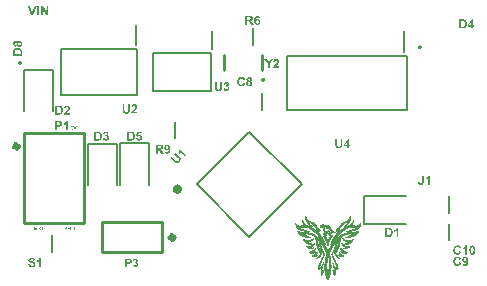
<source format=gto>
G04*
G04 #@! TF.GenerationSoftware,Altium Limited,Altium Designer,20.1.12 (249)*
G04*
G04 Layer_Color=65535*
%FSLAX25Y25*%
%MOIN*%
G70*
G04*
G04 #@! TF.SameCoordinates,53A666A1-0C10-4713-9840-979741AB8DB5*
G04*
G04*
G04 #@! TF.FilePolarity,Positive*
G04*
G01*
G75*
%ADD10C,0.01000*%
%ADD11C,0.01968*%
%ADD12C,0.01575*%
%ADD13C,0.00787*%
%ADD14C,0.00043*%
G36*
X21653Y59449D02*
X21479D01*
X20991Y60710D01*
X21173D01*
X21501Y59793D01*
Y59792D01*
X21502Y59788D01*
X21504Y59782D01*
X21507Y59775D01*
X21510Y59765D01*
X21514Y59754D01*
X21524Y59726D01*
X21533Y59695D01*
X21545Y59660D01*
X21556Y59623D01*
X21566Y59587D01*
Y59588D01*
X21568Y59592D01*
X21569Y59596D01*
X21571Y59605D01*
X21574Y59614D01*
X21578Y59624D01*
X21586Y59650D01*
X21596Y59682D01*
X21607Y59718D01*
X21620Y59755D01*
X21635Y59793D01*
X21976Y60710D01*
X22145D01*
X21653Y59449D01*
D02*
G37*
G36*
X20854Y60546D02*
X20351D01*
X20284Y60205D01*
X20285Y60207D01*
X20289Y60208D01*
X20295Y60213D01*
X20303Y60218D01*
X20313Y60223D01*
X20326Y60231D01*
X20339Y60238D01*
X20356Y60246D01*
X20392Y60261D01*
X20431Y60272D01*
X20476Y60282D01*
X20499Y60284D01*
X20522Y60285D01*
X20538D01*
X20549Y60284D01*
X20562Y60282D01*
X20579Y60279D01*
X20597Y60275D01*
X20618Y60271D01*
X20640Y60265D01*
X20661Y60257D01*
X20684Y60247D01*
X20708Y60238D01*
X20731Y60223D01*
X20754Y60208D01*
X20777Y60190D01*
X20799Y60170D01*
X20800Y60169D01*
X20804Y60166D01*
X20809Y60159D01*
X20817Y60149D01*
X20825Y60138D01*
X20835Y60124D01*
X20846Y60108D01*
X20856Y60090D01*
X20868Y60070D01*
X20877Y60047D01*
X20887Y60024D01*
X20896Y59998D01*
X20904Y59969D01*
X20909Y59939D01*
X20912Y59908D01*
X20913Y59875D01*
Y59874D01*
Y59867D01*
Y59859D01*
X20912Y59847D01*
X20910Y59833D01*
X20909Y59815D01*
X20905Y59795D01*
X20900Y59775D01*
X20889Y59728D01*
X20881Y59703D01*
X20871Y59678D01*
X20859Y59654D01*
X20846Y59629D01*
X20831Y59605D01*
X20813Y59580D01*
X20812Y59578D01*
X20809Y59574D01*
X20800Y59565D01*
X20790Y59557D01*
X20779Y59544D01*
X20764Y59532D01*
X20746Y59518D01*
X20727Y59505D01*
X20704Y59490D01*
X20679Y59475D01*
X20653Y59464D01*
X20623Y59452D01*
X20590Y59442D01*
X20556Y59434D01*
X20520Y59429D01*
X20482Y59427D01*
X20466D01*
X20454Y59429D01*
X20439Y59431D01*
X20422Y59432D01*
X20403Y59436D01*
X20382Y59439D01*
X20338Y59451D01*
X20315Y59459D01*
X20292Y59469D01*
X20267Y59478D01*
X20244Y59491D01*
X20223Y59506D01*
X20202Y59523D01*
X20200Y59524D01*
X20197Y59527D01*
X20192Y59532D01*
X20185Y59541D01*
X20176Y59550D01*
X20167Y59562D01*
X20156Y59575D01*
X20146Y59592D01*
X20134Y59608D01*
X20125Y59628D01*
X20113Y59649D01*
X20105Y59672D01*
X20095Y59697D01*
X20089Y59721D01*
X20082Y59749D01*
X20079Y59778D01*
X20241Y59790D01*
Y59788D01*
X20243Y59785D01*
Y59778D01*
X20244Y59770D01*
X20248Y59760D01*
X20251Y59749D01*
X20257Y59724D01*
X20269Y59695D01*
X20284Y59665D01*
X20302Y59637D01*
X20323Y59613D01*
X20326Y59611D01*
X20335Y59605D01*
X20349Y59595D01*
X20367Y59585D01*
X20390Y59574D01*
X20418Y59565D01*
X20448Y59559D01*
X20482Y59555D01*
X20494D01*
X20502Y59557D01*
X20510Y59559D01*
X20522Y59560D01*
X20548Y59565D01*
X20579Y59575D01*
X20610Y59592D01*
X20627Y59600D01*
X20643Y59611D01*
X20658Y59624D01*
X20672Y59639D01*
X20674Y59641D01*
X20676Y59642D01*
X20679Y59647D01*
X20684Y59654D01*
X20691Y59662D01*
X20697Y59674D01*
X20704Y59685D01*
X20712Y59698D01*
X20725Y59731D01*
X20738Y59769D01*
X20746Y59813D01*
X20750Y59836D01*
Y59862D01*
Y59864D01*
Y59869D01*
Y59875D01*
X20748Y59883D01*
Y59895D01*
X20746Y59908D01*
X20740Y59938D01*
X20731Y59972D01*
X20718Y60006D01*
X20700Y60041D01*
X20689Y60057D01*
X20676Y60072D01*
Y60074D01*
X20672Y60075D01*
X20667Y60079D01*
X20663Y60084D01*
X20646Y60097D01*
X20623Y60111D01*
X20595Y60124D01*
X20562Y60138D01*
X20523Y60146D01*
X20504Y60149D01*
X20467D01*
X20454Y60148D01*
X20435Y60144D01*
X20415Y60141D01*
X20392Y60134D01*
X20367Y60124D01*
X20344Y60113D01*
X20341Y60111D01*
X20335Y60106D01*
X20325Y60100D01*
X20312Y60088D01*
X20297Y60077D01*
X20280Y60061D01*
X20266Y60044D01*
X20253Y60024D01*
X20107Y60046D01*
X20228Y60694D01*
X20854D01*
Y60546D01*
D02*
G37*
G36*
X18382Y27265D02*
X18395D01*
X18412Y27264D01*
X18428Y27262D01*
X18468Y27255D01*
X18509Y27247D01*
X18551Y27236D01*
X18594Y27221D01*
X18596D01*
X18599Y27219D01*
X18604Y27216D01*
X18612Y27213D01*
X18622Y27208D01*
X18632Y27203D01*
X18656Y27190D01*
X18684Y27172D01*
X18714Y27150D01*
X18742Y27126D01*
X18766Y27098D01*
Y27096D01*
X18769Y27095D01*
X18773Y27090D01*
X18776Y27083D01*
X18782Y27077D01*
X18788Y27067D01*
X18802Y27042D01*
X18819Y27013D01*
X18833Y26978D01*
X18850Y26937D01*
X18863Y26891D01*
X18712Y26850D01*
Y26852D01*
X18710Y26855D01*
X18709Y26860D01*
X18707Y26867D01*
X18700Y26883D01*
X18692Y26906D01*
X18683Y26929D01*
X18671Y26955D01*
X18656Y26980D01*
X18642Y27001D01*
X18640Y27004D01*
X18633Y27011D01*
X18623Y27021D01*
X18610Y27034D01*
X18594Y27047D01*
X18573Y27062D01*
X18548Y27077D01*
X18520Y27090D01*
X18519D01*
X18517Y27091D01*
X18507Y27095D01*
X18491Y27101D01*
X18469Y27108D01*
X18445Y27113D01*
X18415Y27119D01*
X18382Y27122D01*
X18348Y27124D01*
X18328D01*
X18318Y27122D01*
X18307D01*
X18281Y27119D01*
X18249Y27116D01*
X18215Y27109D01*
X18182Y27099D01*
X18149Y27088D01*
X18148D01*
X18146Y27086D01*
X18136Y27081D01*
X18120Y27075D01*
X18102Y27063D01*
X18081Y27050D01*
X18058Y27035D01*
X18035Y27016D01*
X18015Y26996D01*
X18013Y26993D01*
X18007Y26986D01*
X17997Y26975D01*
X17986Y26960D01*
X17974Y26942D01*
X17961Y26921D01*
X17948Y26896D01*
X17936Y26871D01*
Y26870D01*
X17935Y26867D01*
X17931Y26860D01*
X17930Y26852D01*
X17925Y26840D01*
X17921Y26827D01*
X17917Y26812D01*
X17913Y26796D01*
X17903Y26758D01*
X17897Y26716D01*
X17890Y26668D01*
X17889Y26617D01*
Y26616D01*
Y26609D01*
Y26601D01*
X17890Y26589D01*
Y26575D01*
X17892Y26558D01*
X17894Y26539D01*
X17895Y26519D01*
X17903Y26475D01*
X17913Y26427D01*
X17927Y26379D01*
X17946Y26335D01*
Y26334D01*
X17949Y26330D01*
X17953Y26324D01*
X17958Y26317D01*
X17963Y26307D01*
X17971Y26296D01*
X17989Y26271D01*
X18012Y26245D01*
X18041Y26215D01*
X18074Y26189D01*
X18113Y26166D01*
X18115D01*
X18118Y26165D01*
X18125Y26161D01*
X18133Y26158D01*
X18143Y26153D01*
X18156Y26150D01*
X18169Y26145D01*
X18186Y26140D01*
X18220Y26129D01*
X18259Y26120D01*
X18304Y26114D01*
X18350Y26112D01*
X18368D01*
X18377Y26114D01*
X18389D01*
X18417Y26117D01*
X18450Y26122D01*
X18484Y26130D01*
X18522Y26140D01*
X18561Y26153D01*
X18563D01*
X18566Y26155D01*
X18571Y26158D01*
X18577Y26160D01*
X18597Y26168D01*
X18620Y26179D01*
X18645Y26193D01*
X18671Y26207D01*
X18696Y26224D01*
X18719Y26242D01*
Y26478D01*
X18348D01*
Y26627D01*
X18883D01*
Y26158D01*
X18881Y26156D01*
X18878Y26153D01*
X18871Y26148D01*
X18861Y26142D01*
X18850Y26133D01*
X18837Y26125D01*
X18822Y26115D01*
X18805Y26104D01*
X18766Y26079D01*
X18723Y26056D01*
X18678Y26032D01*
X18628Y26012D01*
X18627D01*
X18622Y26011D01*
X18615Y26007D01*
X18605Y26004D01*
X18594Y26001D01*
X18579Y25997D01*
X18563Y25993D01*
X18546Y25987D01*
X18505Y25979D01*
X18460Y25971D01*
X18410Y25965D01*
X18359Y25963D01*
X18341D01*
X18328Y25965D01*
X18312D01*
X18292Y25968D01*
X18271Y25969D01*
X18248Y25973D01*
X18222Y25978D01*
X18195Y25983D01*
X18138Y25996D01*
X18081Y26015D01*
X18051Y26028D01*
X18022Y26042D01*
X18020Y26043D01*
X18015Y26045D01*
X18007Y26050D01*
X17997Y26056D01*
X17984Y26065D01*
X17969Y26074D01*
X17954Y26088D01*
X17936Y26101D01*
X17918Y26115D01*
X17900Y26133D01*
X17880Y26151D01*
X17863Y26173D01*
X17843Y26194D01*
X17825Y26219D01*
X17808Y26243D01*
X17794Y26271D01*
Y26273D01*
X17790Y26278D01*
X17787Y26286D01*
X17782Y26298D01*
X17776Y26312D01*
X17769Y26329D01*
X17763Y26348D01*
X17756Y26370D01*
X17748Y26394D01*
X17741Y26421D01*
X17735Y26447D01*
X17728Y26476D01*
X17720Y26540D01*
X17718Y26573D01*
X17717Y26607D01*
Y26609D01*
Y26616D01*
Y26625D01*
X17718Y26639D01*
Y26655D01*
X17720Y26675D01*
X17723Y26696D01*
X17726Y26721D01*
X17730Y26745D01*
X17735Y26773D01*
X17748Y26831D01*
X17767Y26891D01*
X17779Y26922D01*
X17792Y26952D01*
X17794Y26954D01*
X17795Y26958D01*
X17800Y26967D01*
X17807Y26978D01*
X17815Y26991D01*
X17825Y27006D01*
X17836Y27022D01*
X17849Y27040D01*
X17864Y27060D01*
X17880Y27080D01*
X17899Y27099D01*
X17918Y27119D01*
X17963Y27155D01*
X17987Y27173D01*
X18013Y27188D01*
X18015Y27190D01*
X18020Y27191D01*
X18028Y27195D01*
X18040Y27201D01*
X18053Y27206D01*
X18069Y27213D01*
X18089Y27221D01*
X18110Y27227D01*
X18133Y27236D01*
X18159Y27242D01*
X18186Y27249D01*
X18215Y27255D01*
X18279Y27264D01*
X18312Y27265D01*
X18346Y27267D01*
X18369D01*
X18382Y27265D01*
D02*
G37*
G36*
X20121Y25984D02*
X19949D01*
X19288Y26973D01*
Y25984D01*
X19127D01*
Y27245D01*
X19297D01*
X19960Y26255D01*
Y27245D01*
X20121D01*
Y25984D01*
D02*
G37*
G36*
X20887Y27244D02*
X20918D01*
X20954Y27240D01*
X20992Y27237D01*
X21028Y27232D01*
X21059Y27226D01*
X21060D01*
X21064Y27224D01*
X21070Y27222D01*
X21077Y27221D01*
X21087Y27218D01*
X21098Y27214D01*
X21123Y27206D01*
X21152Y27193D01*
X21183Y27178D01*
X21215Y27158D01*
X21244Y27136D01*
X21246Y27134D01*
X21249Y27132D01*
X21254Y27127D01*
X21261Y27121D01*
X21269Y27113D01*
X21279Y27103D01*
X21289Y27091D01*
X21300Y27078D01*
X21325Y27047D01*
X21349Y27009D01*
X21374Y26968D01*
X21393Y26921D01*
Y26919D01*
X21395Y26914D01*
X21398Y26908D01*
X21402Y26898D01*
X21405Y26885D01*
X21410Y26870D01*
X21415Y26853D01*
X21420Y26834D01*
X21423Y26812D01*
X21428Y26790D01*
X21433Y26765D01*
X21436Y26739D01*
X21443Y26681D01*
X21444Y26621D01*
Y26619D01*
Y26614D01*
Y26607D01*
Y26596D01*
X21443Y26585D01*
Y26570D01*
X21441Y26553D01*
X21439Y26535D01*
X21436Y26496D01*
X21429Y26453D01*
X21421Y26409D01*
X21410Y26366D01*
Y26365D01*
X21408Y26362D01*
X21407Y26355D01*
X21403Y26348D01*
X21400Y26338D01*
X21397Y26327D01*
X21387Y26302D01*
X21375Y26273D01*
X21361Y26242D01*
X21343Y26211D01*
X21325Y26183D01*
X21323Y26179D01*
X21315Y26171D01*
X21305Y26158D01*
X21290Y26142D01*
X21274Y26124D01*
X21254Y26104D01*
X21231Y26086D01*
X21208Y26068D01*
X21205Y26066D01*
X21197Y26061D01*
X21183Y26053D01*
X21166Y26045D01*
X21144Y26035D01*
X21118Y26024D01*
X21088Y26014D01*
X21057Y26006D01*
X21056D01*
X21054Y26004D01*
X21049D01*
X21043Y26002D01*
X21034Y26001D01*
X21024Y25999D01*
X21000Y25996D01*
X20970Y25991D01*
X20936Y25987D01*
X20897Y25986D01*
X20855Y25984D01*
X20401D01*
Y27245D01*
X20872D01*
X20887Y27244D01*
D02*
G37*
G36*
X9616Y27265D02*
X9629D01*
X9645Y27264D01*
X9663Y27262D01*
X9701Y27255D01*
X9742Y27247D01*
X9785Y27236D01*
X9826Y27221D01*
X9827D01*
X9831Y27219D01*
X9836Y27216D01*
X9844Y27213D01*
X9863Y27201D01*
X9886Y27186D01*
X9914Y27168D01*
X9940Y27145D01*
X9968Y27117D01*
X9991Y27086D01*
Y27085D01*
X9995Y27083D01*
X9996Y27078D01*
X10001Y27072D01*
X10004Y27063D01*
X10009Y27053D01*
X10021Y27029D01*
X10032Y26999D01*
X10042Y26967D01*
X10050Y26929D01*
X10054Y26890D01*
X9893Y26878D01*
Y26880D01*
Y26883D01*
X9891Y26890D01*
X9890Y26898D01*
X9888Y26908D01*
X9885Y26919D01*
X9877Y26945D01*
X9865Y26973D01*
X9850Y27003D01*
X9831Y27032D01*
X9804Y27057D01*
X9801Y27060D01*
X9796Y27062D01*
X9791Y27067D01*
X9783Y27072D01*
X9773Y27077D01*
X9762Y27081D01*
X9750Y27088D01*
X9735Y27093D01*
X9719Y27098D01*
X9701Y27103D01*
X9681Y27108D01*
X9660Y27113D01*
X9637Y27114D01*
X9612Y27117D01*
X9562D01*
X9549Y27116D01*
X9535Y27114D01*
X9503Y27111D01*
X9466Y27104D01*
X9430Y27095D01*
X9396Y27080D01*
X9380Y27072D01*
X9366Y27062D01*
X9363Y27058D01*
X9355Y27052D01*
X9345Y27040D01*
X9332Y27024D01*
X9319Y27004D01*
X9309Y26981D01*
X9301Y26955D01*
X9297Y26927D01*
Y26924D01*
Y26916D01*
X9301Y26904D01*
X9304Y26888D01*
X9309Y26870D01*
X9317Y26852D01*
X9329Y26834D01*
X9345Y26816D01*
X9348Y26814D01*
X9352Y26811D01*
X9357Y26809D01*
X9363Y26804D01*
X9371Y26799D01*
X9383Y26794D01*
X9394Y26790D01*
X9411Y26783D01*
X9429Y26775D01*
X9448Y26768D01*
X9471Y26760D01*
X9498Y26752D01*
X9527Y26744D01*
X9560Y26735D01*
X9596Y26727D01*
X9598D01*
X9604Y26726D01*
X9616Y26722D01*
X9629Y26719D01*
X9645Y26716D01*
X9665Y26711D01*
X9685Y26706D01*
X9708Y26699D01*
X9753Y26688D01*
X9799Y26675D01*
X9821Y26667D01*
X9842Y26660D01*
X9860Y26653D01*
X9875Y26647D01*
X9877D01*
X9880Y26645D01*
X9885Y26642D01*
X9893Y26637D01*
X9912Y26627D01*
X9937Y26612D01*
X9963Y26593D01*
X9990Y26571D01*
X10016Y26545D01*
X10037Y26517D01*
Y26516D01*
X10039Y26514D01*
X10042Y26509D01*
X10045Y26504D01*
X10054Y26488D01*
X10065Y26466D01*
X10075Y26440D01*
X10083Y26409D01*
X10090Y26376D01*
X10091Y26338D01*
Y26337D01*
Y26334D01*
Y26329D01*
X10090Y26322D01*
Y26312D01*
X10088Y26302D01*
X10085Y26278D01*
X10076Y26248D01*
X10067Y26217D01*
X10052Y26183D01*
X10032Y26150D01*
Y26148D01*
X10029Y26147D01*
X10026Y26142D01*
X10022Y26135D01*
X10008Y26119D01*
X9990Y26099D01*
X9967Y26078D01*
X9939Y26055D01*
X9904Y26032D01*
X9867Y26012D01*
X9865D01*
X9862Y26011D01*
X9855Y26007D01*
X9849Y26004D01*
X9837Y26001D01*
X9826Y25997D01*
X9813Y25993D01*
X9796Y25987D01*
X9762Y25979D01*
X9721Y25971D01*
X9675Y25965D01*
X9625Y25963D01*
X9609D01*
X9598Y25965D01*
X9583D01*
X9565Y25966D01*
X9547Y25968D01*
X9526Y25969D01*
X9481Y25974D01*
X9432Y25984D01*
X9385Y25996D01*
X9339Y26012D01*
X9337D01*
X9334Y26014D01*
X9327Y26017D01*
X9319Y26022D01*
X9311Y26027D01*
X9299Y26033D01*
X9273Y26050D01*
X9243Y26071D01*
X9214Y26097D01*
X9184Y26129D01*
X9158Y26163D01*
Y26165D01*
X9155Y26168D01*
X9152Y26173D01*
X9148Y26181D01*
X9143Y26191D01*
X9137Y26201D01*
X9132Y26214D01*
X9125Y26229D01*
X9112Y26263D01*
X9101Y26301D01*
X9093Y26345D01*
X9089Y26391D01*
X9247Y26404D01*
Y26402D01*
Y26399D01*
X9248Y26394D01*
Y26388D01*
X9252Y26371D01*
X9257Y26348D01*
X9263Y26324D01*
X9273Y26298D01*
X9284Y26271D01*
X9297Y26247D01*
X9299Y26243D01*
X9306Y26237D01*
X9316Y26225D01*
X9329Y26212D01*
X9347Y26196D01*
X9368Y26179D01*
X9394Y26163D01*
X9424Y26148D01*
X9426D01*
X9427Y26147D01*
X9432Y26145D01*
X9439Y26143D01*
X9447Y26140D01*
X9457Y26137D01*
X9481Y26130D01*
X9509Y26124D01*
X9542Y26117D01*
X9578Y26114D01*
X9617Y26112D01*
X9634D01*
X9652Y26114D01*
X9675Y26115D01*
X9699Y26119D01*
X9729Y26124D01*
X9757Y26130D01*
X9785Y26140D01*
X9786D01*
X9788Y26142D01*
X9796Y26145D01*
X9809Y26151D01*
X9826Y26160D01*
X9844Y26171D01*
X9862Y26184D01*
X9880Y26199D01*
X9894Y26217D01*
X9896Y26219D01*
X9899Y26225D01*
X9906Y26237D01*
X9912Y26250D01*
X9919Y26266D01*
X9926Y26284D01*
X9929Y26304D01*
X9931Y26325D01*
Y26329D01*
Y26335D01*
X9929Y26347D01*
X9926Y26360D01*
X9922Y26376D01*
X9916Y26394D01*
X9906Y26412D01*
X9894Y26429D01*
X9893Y26430D01*
X9888Y26437D01*
X9880Y26445D01*
X9868Y26455D01*
X9852Y26466D01*
X9832Y26478D01*
X9809Y26491D01*
X9781Y26502D01*
X9778Y26504D01*
X9771Y26506D01*
X9765Y26509D01*
X9757Y26511D01*
X9747Y26514D01*
X9734Y26517D01*
X9721Y26522D01*
X9704Y26526D01*
X9686Y26530D01*
X9665Y26537D01*
X9642Y26542D01*
X9616Y26548D01*
X9588Y26555D01*
X9557Y26563D01*
X9555D01*
X9549Y26565D01*
X9540Y26568D01*
X9529Y26570D01*
X9514Y26575D01*
X9499Y26578D01*
X9461Y26589D01*
X9422Y26601D01*
X9381Y26616D01*
X9345Y26629D01*
X9329Y26637D01*
X9314Y26643D01*
X9312D01*
X9311Y26645D01*
X9306Y26649D01*
X9299Y26652D01*
X9283Y26662D01*
X9263Y26676D01*
X9242Y26693D01*
X9219Y26712D01*
X9198Y26735D01*
X9179Y26760D01*
Y26762D01*
X9178Y26763D01*
X9173Y26773D01*
X9166Y26786D01*
X9158Y26806D01*
X9150Y26829D01*
X9143Y26857D01*
X9138Y26886D01*
X9137Y26917D01*
Y26919D01*
Y26922D01*
Y26927D01*
X9138Y26934D01*
X9140Y26952D01*
X9143Y26976D01*
X9150Y27004D01*
X9160Y27034D01*
X9173Y27065D01*
X9191Y27096D01*
Y27098D01*
X9194Y27099D01*
X9201Y27109D01*
X9214Y27126D01*
X9230Y27144D01*
X9253Y27163D01*
X9279Y27185D01*
X9312Y27204D01*
X9348Y27222D01*
X9350D01*
X9353Y27224D01*
X9358Y27227D01*
X9366Y27229D01*
X9376Y27232D01*
X9388Y27237D01*
X9401Y27240D01*
X9416Y27245D01*
X9450Y27252D01*
X9489Y27260D01*
X9534Y27265D01*
X9580Y27267D01*
X9603D01*
X9616Y27265D01*
D02*
G37*
G36*
X11221Y27096D02*
X10806D01*
Y25984D01*
X10639D01*
Y27096D01*
X10224D01*
Y27245D01*
X11221D01*
Y27096D01*
D02*
G37*
G36*
X8476Y27244D02*
X8491D01*
X8509Y27242D01*
X8528Y27240D01*
X8569Y27237D01*
X8612Y27231D01*
X8653Y27222D01*
X8673Y27218D01*
X8689Y27211D01*
X8691D01*
X8692Y27209D01*
X8697Y27208D01*
X8704Y27204D01*
X8720Y27196D01*
X8740Y27183D01*
X8763Y27167D01*
X8786Y27145D01*
X8809Y27119D01*
X8830Y27090D01*
Y27088D01*
X8832Y27086D01*
X8835Y27081D01*
X8838Y27075D01*
X8846Y27057D01*
X8856Y27034D01*
X8866Y27006D01*
X8874Y26973D01*
X8881Y26937D01*
X8883Y26899D01*
Y26898D01*
Y26893D01*
Y26886D01*
X8881Y26876D01*
X8879Y26865D01*
X8878Y26852D01*
X8871Y26821D01*
X8861Y26785D01*
X8846Y26747D01*
X8837Y26729D01*
X8825Y26709D01*
X8811Y26691D01*
X8796Y26673D01*
X8794Y26671D01*
X8792Y26670D01*
X8786Y26665D01*
X8779Y26658D01*
X8770Y26652D01*
X8758Y26643D01*
X8745Y26634D01*
X8730Y26624D01*
X8712Y26614D01*
X8692Y26604D01*
X8669Y26594D01*
X8645Y26585D01*
X8619Y26576D01*
X8591Y26568D01*
X8559Y26561D01*
X8527Y26557D01*
X8530Y26555D01*
X8538Y26552D01*
X8550Y26545D01*
X8564Y26537D01*
X8597Y26516D01*
X8612Y26504D01*
X8627Y26493D01*
X8628D01*
X8630Y26489D01*
X8640Y26481D01*
X8653Y26466D01*
X8673Y26447D01*
X8694Y26424D01*
X8717Y26394D01*
X8742Y26362D01*
X8766Y26325D01*
X8984Y25984D01*
X8774D01*
X8609Y26245D01*
Y26247D01*
X8606Y26250D01*
X8602Y26256D01*
X8597Y26263D01*
X8591Y26273D01*
X8583Y26284D01*
X8566Y26309D01*
X8546Y26337D01*
X8527Y26365D01*
X8507Y26393D01*
X8487Y26417D01*
X8486Y26421D01*
X8479Y26427D01*
X8471Y26439D01*
X8460Y26450D01*
X8446Y26465D01*
X8432Y26480D01*
X8417Y26491D01*
X8402Y26502D01*
X8400Y26504D01*
X8395Y26506D01*
X8389Y26511D01*
X8379Y26516D01*
X8368Y26522D01*
X8354Y26527D01*
X8327Y26537D01*
X8325D01*
X8322Y26539D01*
X8315D01*
X8305Y26540D01*
X8292Y26542D01*
X8276D01*
X8258Y26544D01*
X8041D01*
Y25984D01*
X7874D01*
Y27245D01*
X8461D01*
X8476Y27244D01*
D02*
G37*
G36*
X12597Y97700D02*
X11984D01*
X10761Y99677D01*
Y97700D01*
X10195D01*
Y100722D01*
X10785D01*
X12031Y98698D01*
Y100722D01*
X12597D01*
Y97700D01*
D02*
G37*
G36*
X7629D02*
X6977D01*
X5900Y100722D01*
X6560D01*
X7323Y98486D01*
X8065Y100722D01*
X8714D01*
X7629Y97700D01*
D02*
G37*
G36*
X9610D02*
X9001D01*
Y100722D01*
X9610D01*
Y97700D01*
D02*
G37*
G36*
X3120Y89149D02*
X3155Y89145D01*
X3194Y89137D01*
X3241Y89129D01*
X3292Y89121D01*
X3399Y89086D01*
X3458Y89066D01*
X3517Y89039D01*
X3571Y89011D01*
X3627Y88972D01*
X3682Y88933D01*
X3733Y88885D01*
X3737Y88881D01*
X3744Y88874D01*
X3756Y88858D01*
X3772Y88838D01*
X3792Y88811D01*
X3815Y88779D01*
X3839Y88740D01*
X3862Y88697D01*
X3886Y88650D01*
X3909Y88595D01*
X3933Y88536D01*
X3953Y88473D01*
X3968Y88406D01*
X3980Y88331D01*
X3988Y88257D01*
X3992Y88174D01*
Y88135D01*
X3988Y88107D01*
X3984Y88072D01*
X3980Y88029D01*
X3972Y87981D01*
X3965Y87934D01*
X3941Y87824D01*
X3902Y87710D01*
X3874Y87651D01*
X3847Y87596D01*
X3815Y87541D01*
X3776Y87486D01*
X3772Y87482D01*
X3764Y87475D01*
X3748Y87455D01*
X3729Y87435D01*
X3701Y87412D01*
X3670Y87384D01*
X3634Y87357D01*
X3591Y87325D01*
X3544Y87294D01*
X3493Y87266D01*
X3434Y87239D01*
X3371Y87215D01*
X3304Y87195D01*
X3230Y87180D01*
X3155Y87168D01*
X3072Y87164D01*
X3069D01*
X3061D01*
X3049D01*
X3029Y87168D01*
X3009D01*
X2982Y87172D01*
X2923Y87180D01*
X2852Y87192D01*
X2778Y87215D01*
X2699Y87243D01*
X2620Y87282D01*
X2616D01*
X2613Y87286D01*
X2585Y87306D01*
X2550Y87333D01*
X2503Y87376D01*
X2451Y87431D01*
X2400Y87494D01*
X2349Y87577D01*
X2302Y87667D01*
Y87663D01*
X2298Y87655D01*
X2290Y87647D01*
X2286Y87632D01*
X2263Y87589D01*
X2235Y87541D01*
X2196Y87486D01*
X2153Y87431D01*
X2102Y87380D01*
X2043Y87337D01*
X2035Y87333D01*
X2015Y87321D01*
X1980Y87306D01*
X1937Y87290D01*
X1882Y87270D01*
X1819Y87255D01*
X1752Y87243D01*
X1677Y87239D01*
X1673D01*
X1661D01*
X1646D01*
X1622Y87243D01*
X1595Y87247D01*
X1559Y87251D01*
X1481Y87270D01*
X1394Y87298D01*
X1347Y87317D01*
X1304Y87337D01*
X1257Y87365D01*
X1210Y87396D01*
X1166Y87431D01*
X1123Y87475D01*
X1119Y87479D01*
X1115Y87486D01*
X1103Y87498D01*
X1088Y87518D01*
X1072Y87541D01*
X1052Y87573D01*
X1033Y87608D01*
X1009Y87647D01*
X989Y87691D01*
X970Y87742D01*
X950Y87797D01*
X934Y87856D01*
X919Y87923D01*
X907Y87993D01*
X903Y88068D01*
X899Y88147D01*
Y88186D01*
X903Y88217D01*
X907Y88253D01*
X911Y88296D01*
X919Y88339D01*
X927Y88390D01*
X954Y88496D01*
X970Y88555D01*
X993Y88610D01*
X1021Y88665D01*
X1048Y88716D01*
X1084Y88767D01*
X1123Y88815D01*
X1127Y88819D01*
X1135Y88827D01*
X1147Y88838D01*
X1162Y88854D01*
X1186Y88870D01*
X1210Y88889D01*
X1241Y88913D01*
X1276Y88937D01*
X1355Y88980D01*
X1449Y89019D01*
X1500Y89031D01*
X1559Y89043D01*
X1614Y89051D01*
X1677Y89054D01*
X1681D01*
X1685D01*
X1697D01*
X1713D01*
X1752Y89051D01*
X1803Y89043D01*
X1862Y89027D01*
X1925Y89007D01*
X1992Y88980D01*
X2055Y88944D01*
X2062Y88941D01*
X2082Y88925D01*
X2110Y88901D01*
X2145Y88866D01*
X2184Y88823D01*
X2228Y88767D01*
X2267Y88709D01*
X2302Y88638D01*
Y88642D01*
X2306Y88650D01*
X2314Y88661D01*
X2322Y88681D01*
X2345Y88724D01*
X2377Y88779D01*
X2420Y88842D01*
X2471Y88905D01*
X2530Y88964D01*
X2601Y89019D01*
X2605D01*
X2609Y89023D01*
X2620Y89031D01*
X2636Y89039D01*
X2675Y89062D01*
X2730Y89086D01*
X2793Y89109D01*
X2872Y89133D01*
X2954Y89149D01*
X3049Y89153D01*
X3053D01*
X3069D01*
X3088D01*
X3120Y89149D01*
D02*
G37*
G36*
X2550Y86783D02*
X2589D01*
X2628Y86779D01*
X2675Y86775D01*
X2778Y86763D01*
X2884Y86747D01*
X2994Y86724D01*
X3100Y86693D01*
X3104D01*
X3116Y86689D01*
X3131Y86681D01*
X3155Y86673D01*
X3182Y86661D01*
X3214Y86645D01*
X3289Y86610D01*
X3375Y86563D01*
X3465Y86508D01*
X3552Y86441D01*
X3634Y86366D01*
X3642Y86358D01*
X3658Y86339D01*
X3686Y86303D01*
X3721Y86252D01*
X3760Y86193D01*
X3799Y86119D01*
X3839Y86036D01*
X3874Y85938D01*
Y85934D01*
X3878Y85930D01*
Y85918D01*
X3882Y85903D01*
X3890Y85883D01*
X3894Y85855D01*
X3898Y85828D01*
X3906Y85796D01*
X3909Y85757D01*
X3917Y85718D01*
X3925Y85628D01*
X3933Y85521D01*
X3937Y85400D01*
Y84252D01*
X915D01*
Y85458D01*
X919Y85494D01*
Y85533D01*
X923Y85576D01*
X931Y85671D01*
X938Y85769D01*
X954Y85859D01*
X962Y85903D01*
X974Y85942D01*
Y85946D01*
X978Y85954D01*
X982Y85969D01*
X989Y85985D01*
X997Y86009D01*
X1009Y86036D01*
X1037Y86099D01*
X1076Y86170D01*
X1123Y86248D01*
X1182Y86323D01*
X1253Y86398D01*
X1257Y86402D01*
X1261Y86406D01*
X1273Y86417D01*
X1288Y86429D01*
X1308Y86445D01*
X1331Y86465D01*
X1390Y86504D01*
X1461Y86551D01*
X1544Y86598D01*
X1638Y86645D01*
X1744Y86685D01*
X1748D01*
X1756Y86689D01*
X1772Y86693D01*
X1795Y86700D01*
X1823Y86708D01*
X1858Y86716D01*
X1897Y86728D01*
X1941Y86736D01*
X1988Y86744D01*
X2043Y86755D01*
X2102Y86763D01*
X2165Y86771D01*
X2231Y86779D01*
X2302Y86783D01*
X2455Y86787D01*
X2459D01*
X2471D01*
X2491D01*
X2518D01*
X2550Y86783D01*
D02*
G37*
G36*
X154237Y96320D02*
X154229Y94403D01*
X154602Y94401D01*
X154600Y93894D01*
X154227Y93896D01*
X154224Y93287D01*
X153662Y93289D01*
X153665Y93898D01*
X152431Y93904D01*
X152433Y94407D01*
X153746Y96323D01*
X154237Y96320D01*
D02*
G37*
G36*
X150826Y96324D02*
X150862Y96320D01*
X150901Y96320D01*
X150944Y96315D01*
X151038Y96307D01*
X151137Y96299D01*
X151227Y96283D01*
X151270Y96275D01*
X151309Y96263D01*
X151313Y96263D01*
X151321Y96259D01*
X151337Y96255D01*
X151353Y96247D01*
X151376Y96239D01*
X151403Y96227D01*
X151466Y96199D01*
X151537Y96160D01*
X151615Y96112D01*
X151690Y96053D01*
X151764Y95982D01*
X151768Y95978D01*
X151772Y95974D01*
X151784Y95962D01*
X151795Y95946D01*
X151811Y95926D01*
X151830Y95903D01*
X151869Y95844D01*
X151916Y95773D01*
X151963Y95690D01*
X152010Y95596D01*
X152049Y95489D01*
X152049Y95485D01*
X152053Y95477D01*
X152056Y95462D01*
X152064Y95438D01*
X152072Y95411D01*
X152080Y95375D01*
X152091Y95336D01*
X152099Y95292D01*
X152107Y95245D01*
X152118Y95190D01*
X152126Y95131D01*
X152133Y95068D01*
X152141Y95001D01*
X152145Y94931D01*
X152148Y94777D01*
X152148Y94774D01*
X152148Y94762D01*
X152148Y94742D01*
X152147Y94714D01*
X152143Y94683D01*
X152143Y94644D01*
X152139Y94604D01*
X152135Y94557D01*
X152123Y94455D01*
X152106Y94349D01*
X152082Y94239D01*
X152050Y94133D01*
X152050Y94129D01*
X152047Y94118D01*
X152039Y94102D01*
X152031Y94078D01*
X152019Y94051D01*
X152003Y94020D01*
X151967Y93945D01*
X151920Y93859D01*
X151864Y93769D01*
X151797Y93682D01*
X151722Y93600D01*
X151714Y93592D01*
X151694Y93577D01*
X151659Y93550D01*
X151608Y93514D01*
X151549Y93475D01*
X151474Y93436D01*
X151391Y93397D01*
X151293Y93362D01*
X151289Y93362D01*
X151285Y93359D01*
X151273Y93359D01*
X151257Y93355D01*
X151237Y93347D01*
X151210Y93343D01*
X151182Y93339D01*
X151151Y93332D01*
X151112Y93328D01*
X151072Y93320D01*
X150982Y93313D01*
X150876Y93305D01*
X150754Y93302D01*
X149606Y93307D01*
X149620Y96329D01*
X150826Y96324D01*
D02*
G37*
G36*
X41745Y16587D02*
X41777Y16584D01*
X41816Y16577D01*
X41860Y16569D01*
X41906Y16559D01*
X41953Y16548D01*
X42004Y16530D01*
X42058Y16508D01*
X42108Y16487D01*
X42162Y16454D01*
X42213Y16422D01*
X42259Y16382D01*
X42306Y16339D01*
X42310Y16335D01*
X42313Y16328D01*
X42324Y16317D01*
X42338Y16303D01*
X42353Y16285D01*
X42367Y16260D01*
X42407Y16206D01*
X42443Y16137D01*
X42472Y16058D01*
X42497Y15972D01*
X42500Y15925D01*
X42504Y15878D01*
Y15875D01*
Y15864D01*
X42500Y15842D01*
X42497Y15817D01*
X42493Y15788D01*
X42483Y15752D01*
X42472Y15713D01*
X42454Y15669D01*
X42432Y15623D01*
X42407Y15576D01*
X42375Y15525D01*
X42335Y15479D01*
X42288Y15428D01*
X42238Y15381D01*
X42176Y15338D01*
X42105Y15295D01*
X42108D01*
X42115Y15291D01*
X42126Y15288D01*
X42144Y15284D01*
X42166Y15277D01*
X42187Y15270D01*
X42241Y15245D01*
X42303Y15216D01*
X42364Y15176D01*
X42425Y15126D01*
X42483Y15065D01*
Y15061D01*
X42490Y15057D01*
X42497Y15047D01*
X42504Y15032D01*
X42529Y14996D01*
X42555Y14946D01*
X42580Y14881D01*
X42605Y14809D01*
X42619Y14726D01*
X42627Y14636D01*
Y14633D01*
Y14622D01*
Y14600D01*
X42623Y14575D01*
X42619Y14543D01*
X42612Y14507D01*
X42605Y14467D01*
X42594Y14420D01*
X42580Y14373D01*
X42562Y14323D01*
X42540Y14273D01*
X42515Y14219D01*
X42483Y14165D01*
X42447Y14114D01*
X42407Y14064D01*
X42360Y14013D01*
X42357Y14010D01*
X42349Y14003D01*
X42331Y13988D01*
X42313Y13974D01*
X42285Y13956D01*
X42256Y13934D01*
X42220Y13909D01*
X42176Y13887D01*
X42130Y13862D01*
X42079Y13837D01*
X42025Y13815D01*
X41968Y13797D01*
X41903Y13783D01*
X41838Y13769D01*
X41766Y13761D01*
X41694Y13758D01*
X41658D01*
X41633Y13761D01*
X41600Y13765D01*
X41561Y13769D01*
X41521Y13776D01*
X41475Y13783D01*
X41377Y13808D01*
X41327Y13826D01*
X41273Y13848D01*
X41223Y13873D01*
X41168Y13902D01*
X41118Y13934D01*
X41071Y13970D01*
X41068Y13974D01*
X41061Y13981D01*
X41050Y13992D01*
X41032Y14010D01*
X41014Y14031D01*
X40992Y14057D01*
X40967Y14089D01*
X40945Y14121D01*
X40920Y14161D01*
X40895Y14204D01*
X40870Y14251D01*
X40848Y14301D01*
X40826Y14355D01*
X40812Y14409D01*
X40798Y14471D01*
X40787Y14535D01*
X41302Y14600D01*
Y14597D01*
Y14593D01*
X41305Y14582D01*
Y14568D01*
X41316Y14532D01*
X41327Y14489D01*
X41341Y14438D01*
X41366Y14388D01*
X41395Y14341D01*
X41431Y14298D01*
X41435Y14294D01*
X41449Y14283D01*
X41475Y14265D01*
X41503Y14247D01*
X41543Y14229D01*
X41586Y14211D01*
X41640Y14201D01*
X41694Y14197D01*
X41701D01*
X41723Y14201D01*
X41752Y14204D01*
X41788Y14211D01*
X41831Y14226D01*
X41878Y14247D01*
X41925Y14280D01*
X41968Y14319D01*
X41971Y14327D01*
X41986Y14341D01*
X42004Y14370D01*
X42025Y14409D01*
X42047Y14456D01*
X42065Y14514D01*
X42079Y14582D01*
X42083Y14658D01*
Y14661D01*
Y14669D01*
Y14676D01*
Y14690D01*
X42076Y14726D01*
X42068Y14773D01*
X42058Y14823D01*
X42036Y14877D01*
X42011Y14931D01*
X41975Y14978D01*
X41971Y14982D01*
X41957Y14996D01*
X41932Y15014D01*
X41903Y15039D01*
X41863Y15061D01*
X41820Y15079D01*
X41770Y15093D01*
X41712Y15097D01*
X41694D01*
X41673Y15093D01*
X41644D01*
X41608Y15086D01*
X41568Y15079D01*
X41521Y15068D01*
X41471Y15054D01*
X41528Y15486D01*
X41565D01*
X41604Y15489D01*
X41651Y15493D01*
X41705Y15504D01*
X41759Y15522D01*
X41809Y15543D01*
X41856Y15576D01*
X41860Y15579D01*
X41874Y15594D01*
X41892Y15615D01*
X41914Y15648D01*
X41935Y15684D01*
X41953Y15731D01*
X41968Y15785D01*
X41971Y15842D01*
Y15849D01*
Y15864D01*
X41968Y15893D01*
X41960Y15921D01*
X41950Y15957D01*
X41935Y15997D01*
X41914Y16033D01*
X41885Y16065D01*
X41881Y16069D01*
X41870Y16080D01*
X41853Y16094D01*
X41827Y16109D01*
X41795Y16123D01*
X41759Y16137D01*
X41716Y16148D01*
X41665Y16152D01*
X41644D01*
X41618Y16148D01*
X41586Y16141D01*
X41546Y16127D01*
X41510Y16112D01*
X41471Y16087D01*
X41431Y16055D01*
X41428Y16051D01*
X41417Y16037D01*
X41399Y16015D01*
X41381Y15986D01*
X41359Y15947D01*
X41341Y15900D01*
X41327Y15846D01*
X41316Y15781D01*
X40826Y15864D01*
Y15867D01*
X40830Y15875D01*
X40834Y15889D01*
X40837Y15907D01*
X40841Y15929D01*
X40848Y15950D01*
X40866Y16008D01*
X40884Y16073D01*
X40913Y16141D01*
X40942Y16206D01*
X40978Y16267D01*
X40981Y16274D01*
X40996Y16292D01*
X41021Y16321D01*
X41053Y16353D01*
X41093Y16393D01*
X41143Y16433D01*
X41201Y16469D01*
X41266Y16505D01*
X41269D01*
X41273Y16508D01*
X41284Y16512D01*
X41298Y16519D01*
X41338Y16533D01*
X41388Y16548D01*
X41449Y16562D01*
X41518Y16577D01*
X41597Y16587D01*
X41680Y16591D01*
X41719D01*
X41745Y16587D01*
D02*
G37*
G36*
X39412Y16573D02*
X39516D01*
X39631Y16566D01*
X39739Y16559D01*
X39790Y16555D01*
X39836Y16548D01*
X39876Y16541D01*
X39908Y16533D01*
X39912D01*
X39919Y16530D01*
X39930Y16526D01*
X39948Y16519D01*
X39966Y16512D01*
X39991Y16505D01*
X40045Y16476D01*
X40106Y16440D01*
X40175Y16393D01*
X40240Y16335D01*
X40304Y16263D01*
X40308Y16260D01*
X40312Y16253D01*
X40319Y16242D01*
X40330Y16227D01*
X40341Y16206D01*
X40355Y16181D01*
X40369Y16152D01*
X40387Y16119D01*
X40402Y16080D01*
X40416Y16040D01*
X40431Y15997D01*
X40441Y15947D01*
X40459Y15842D01*
X40466Y15785D01*
Y15723D01*
Y15720D01*
Y15713D01*
Y15698D01*
Y15680D01*
X40463Y15659D01*
Y15633D01*
X40456Y15576D01*
X40445Y15507D01*
X40427Y15435D01*
X40405Y15363D01*
X40373Y15295D01*
Y15291D01*
X40369Y15288D01*
X40355Y15266D01*
X40337Y15234D01*
X40308Y15198D01*
X40272Y15151D01*
X40233Y15108D01*
X40186Y15061D01*
X40135Y15021D01*
X40128Y15018D01*
X40110Y15007D01*
X40085Y14989D01*
X40045Y14967D01*
X40002Y14946D01*
X39955Y14924D01*
X39901Y14906D01*
X39847Y14892D01*
X39836D01*
X39826Y14888D01*
X39811Y14885D01*
X39790Y14881D01*
X39764D01*
X39736Y14877D01*
X39700Y14874D01*
X39664Y14870D01*
X39621Y14867D01*
X39574Y14863D01*
X39520Y14859D01*
X39466Y14856D01*
X39404D01*
X39340Y14852D01*
X38908D01*
Y13808D01*
X38350D01*
Y16577D01*
X39365D01*
X39412Y16573D01*
D02*
G37*
G36*
X43802Y58346D02*
X42714D01*
X42619Y57831D01*
X42623D01*
X42627Y57835D01*
X42639Y57839D01*
X42655Y57847D01*
X42694Y57863D01*
X42741Y57882D01*
X42804Y57898D01*
X42871Y57914D01*
X42942Y57925D01*
X43016Y57929D01*
X43056D01*
X43079Y57925D01*
X43115Y57922D01*
X43154Y57914D01*
X43197Y57906D01*
X43244Y57894D01*
X43292Y57878D01*
X43347Y57859D01*
X43398Y57839D01*
X43453Y57812D01*
X43508Y57776D01*
X43563Y57741D01*
X43618Y57698D01*
X43669Y57647D01*
X43673Y57643D01*
X43681Y57635D01*
X43692Y57619D01*
X43712Y57595D01*
X43732Y57568D01*
X43755Y57533D01*
X43779Y57493D01*
X43802Y57450D01*
X43826Y57399D01*
X43854Y57344D01*
X43873Y57285D01*
X43893Y57218D01*
X43913Y57151D01*
X43924Y57077D01*
X43932Y56998D01*
X43936Y56915D01*
Y56912D01*
Y56900D01*
Y56880D01*
X43932Y56853D01*
X43928Y56821D01*
X43924Y56782D01*
X43916Y56739D01*
X43909Y56691D01*
X43885Y56589D01*
X43846Y56479D01*
X43822Y56420D01*
X43791Y56365D01*
X43759Y56306D01*
X43720Y56251D01*
X43716Y56247D01*
X43708Y56236D01*
X43688Y56216D01*
X43665Y56188D01*
X43637Y56157D01*
X43598Y56126D01*
X43555Y56090D01*
X43508Y56051D01*
X43453Y56015D01*
X43390Y55976D01*
X43323Y55945D01*
X43252Y55913D01*
X43174Y55886D01*
X43087Y55866D01*
X42997Y55854D01*
X42902Y55850D01*
X42863D01*
X42832Y55854D01*
X42796Y55858D01*
X42757Y55862D01*
X42710Y55870D01*
X42663Y55878D01*
X42553Y55905D01*
X42498Y55925D01*
X42439Y55945D01*
X42384Y55972D01*
X42329Y56000D01*
X42274Y56035D01*
X42223Y56075D01*
X42219Y56078D01*
X42211Y56086D01*
X42199Y56098D01*
X42179Y56114D01*
X42160Y56137D01*
X42136Y56165D01*
X42112Y56196D01*
X42085Y56236D01*
X42057Y56275D01*
X42030Y56318D01*
X42002Y56369D01*
X41979Y56424D01*
X41955Y56479D01*
X41936Y56542D01*
X41920Y56605D01*
X41908Y56676D01*
X42486Y56739D01*
Y56735D01*
Y56731D01*
X42490Y56707D01*
X42502Y56672D01*
X42513Y56625D01*
X42529Y56577D01*
X42557Y56526D01*
X42588Y56475D01*
X42627Y56428D01*
X42631Y56424D01*
X42651Y56413D01*
X42674Y56393D01*
X42710Y56373D01*
X42749Y56350D01*
X42796Y56334D01*
X42847Y56318D01*
X42906Y56314D01*
X42914D01*
X42938Y56318D01*
X42969Y56322D01*
X43012Y56334D01*
X43060Y56350D01*
X43111Y56377D01*
X43162Y56413D01*
X43213Y56460D01*
X43217Y56467D01*
X43233Y56487D01*
X43252Y56523D01*
X43276Y56574D01*
X43299Y56637D01*
X43319Y56711D01*
X43335Y56801D01*
X43339Y56908D01*
Y56912D01*
Y56919D01*
Y56935D01*
Y56955D01*
X43335Y56978D01*
X43331Y57002D01*
X43323Y57065D01*
X43307Y57132D01*
X43288Y57202D01*
X43256Y57269D01*
X43213Y57328D01*
X43209Y57336D01*
X43189Y57352D01*
X43162Y57371D01*
X43126Y57399D01*
X43079Y57426D01*
X43024Y57446D01*
X42961Y57462D01*
X42891Y57470D01*
X42867D01*
X42847Y57466D01*
X42828Y57462D01*
X42800Y57458D01*
X42741Y57442D01*
X42674Y57415D01*
X42600Y57375D01*
X42560Y57352D01*
X42521Y57324D01*
X42486Y57289D01*
X42447Y57250D01*
X41979Y57316D01*
X42278Y58888D01*
X43802D01*
Y58346D01*
D02*
G37*
G36*
X40218Y58924D02*
X40258D01*
X40301Y58920D01*
X40395Y58912D01*
X40493Y58904D01*
X40584Y58888D01*
X40627Y58881D01*
X40666Y58869D01*
X40670D01*
X40678Y58865D01*
X40694Y58861D01*
X40709Y58853D01*
X40733Y58845D01*
X40761Y58833D01*
X40824Y58806D01*
X40894Y58767D01*
X40973Y58719D01*
X41047Y58660D01*
X41122Y58590D01*
X41126Y58586D01*
X41130Y58582D01*
X41142Y58570D01*
X41154Y58554D01*
X41169Y58535D01*
X41189Y58511D01*
X41228Y58452D01*
X41275Y58381D01*
X41323Y58299D01*
X41370Y58205D01*
X41409Y58099D01*
Y58095D01*
X41413Y58087D01*
X41417Y58071D01*
X41425Y58047D01*
X41433Y58020D01*
X41440Y57985D01*
X41452Y57945D01*
X41460Y57902D01*
X41468Y57855D01*
X41480Y57800D01*
X41488Y57741D01*
X41495Y57678D01*
X41503Y57611D01*
X41507Y57540D01*
X41511Y57387D01*
Y57383D01*
Y57371D01*
Y57352D01*
Y57324D01*
X41507Y57293D01*
Y57253D01*
X41503Y57214D01*
X41499Y57167D01*
X41488Y57065D01*
X41472Y56959D01*
X41448Y56849D01*
X41417Y56743D01*
Y56739D01*
X41413Y56727D01*
X41405Y56711D01*
X41397Y56688D01*
X41385Y56660D01*
X41370Y56629D01*
X41334Y56554D01*
X41287Y56467D01*
X41232Y56377D01*
X41165Y56291D01*
X41091Y56208D01*
X41083Y56200D01*
X41063Y56185D01*
X41028Y56157D01*
X40977Y56122D01*
X40918Y56082D01*
X40843Y56043D01*
X40761Y56004D01*
X40662Y55968D01*
X40658D01*
X40655Y55964D01*
X40643D01*
X40627Y55961D01*
X40607Y55953D01*
X40580Y55949D01*
X40552Y55945D01*
X40521Y55937D01*
X40482Y55933D01*
X40442Y55925D01*
X40352Y55917D01*
X40246Y55909D01*
X40124Y55905D01*
X38976D01*
Y58928D01*
X40183D01*
X40218Y58924D01*
D02*
G37*
G36*
X31898Y58939D02*
X31934Y58935D01*
X31977Y58928D01*
X32024Y58920D01*
X32075Y58908D01*
X32126Y58896D01*
X32181Y58877D01*
X32240Y58853D01*
X32295Y58829D01*
X32354Y58794D01*
X32409Y58759D01*
X32460Y58715D01*
X32512Y58668D01*
X32515Y58664D01*
X32519Y58657D01*
X32531Y58645D01*
X32547Y58629D01*
X32563Y58609D01*
X32578Y58582D01*
X32622Y58523D01*
X32661Y58448D01*
X32692Y58362D01*
X32720Y58267D01*
X32724Y58216D01*
X32728Y58165D01*
Y58161D01*
Y58149D01*
X32724Y58126D01*
X32720Y58099D01*
X32716Y58067D01*
X32704Y58028D01*
X32692Y57985D01*
X32673Y57937D01*
X32649Y57886D01*
X32622Y57835D01*
X32586Y57780D01*
X32543Y57729D01*
X32492Y57674D01*
X32437Y57623D01*
X32370Y57576D01*
X32291Y57529D01*
X32295D01*
X32303Y57525D01*
X32315Y57521D01*
X32335Y57517D01*
X32358Y57509D01*
X32382Y57501D01*
X32441Y57474D01*
X32508Y57442D01*
X32574Y57399D01*
X32641Y57344D01*
X32704Y57277D01*
Y57273D01*
X32712Y57269D01*
X32720Y57257D01*
X32728Y57242D01*
X32755Y57202D01*
X32783Y57147D01*
X32810Y57077D01*
X32838Y56998D01*
X32853Y56908D01*
X32861Y56809D01*
Y56805D01*
Y56794D01*
Y56770D01*
X32857Y56743D01*
X32853Y56707D01*
X32846Y56668D01*
X32838Y56625D01*
X32826Y56574D01*
X32810Y56523D01*
X32791Y56467D01*
X32767Y56413D01*
X32739Y56353D01*
X32704Y56295D01*
X32665Y56240D01*
X32622Y56185D01*
X32570Y56129D01*
X32567Y56126D01*
X32559Y56118D01*
X32539Y56102D01*
X32519Y56086D01*
X32488Y56067D01*
X32456Y56043D01*
X32417Y56015D01*
X32370Y55992D01*
X32319Y55964D01*
X32264Y55937D01*
X32205Y55913D01*
X32142Y55894D01*
X32071Y55878D01*
X32001Y55862D01*
X31922Y55854D01*
X31844Y55850D01*
X31804D01*
X31777Y55854D01*
X31741Y55858D01*
X31698Y55862D01*
X31655Y55870D01*
X31604Y55878D01*
X31498Y55905D01*
X31443Y55925D01*
X31384Y55949D01*
X31329Y55976D01*
X31270Y56008D01*
X31215Y56043D01*
X31164Y56082D01*
X31160Y56086D01*
X31152Y56094D01*
X31140Y56106D01*
X31120Y56126D01*
X31101Y56149D01*
X31077Y56177D01*
X31050Y56212D01*
X31026Y56247D01*
X30999Y56291D01*
X30971Y56338D01*
X30944Y56389D01*
X30920Y56444D01*
X30896Y56503D01*
X30881Y56562D01*
X30865Y56629D01*
X30853Y56699D01*
X31415Y56770D01*
Y56766D01*
Y56762D01*
X31419Y56751D01*
Y56735D01*
X31431Y56695D01*
X31443Y56648D01*
X31458Y56593D01*
X31486Y56538D01*
X31517Y56487D01*
X31557Y56440D01*
X31561Y56436D01*
X31576Y56424D01*
X31604Y56405D01*
X31635Y56385D01*
X31678Y56365D01*
X31726Y56346D01*
X31784Y56334D01*
X31844Y56330D01*
X31851D01*
X31875Y56334D01*
X31906Y56338D01*
X31946Y56346D01*
X31993Y56361D01*
X32044Y56385D01*
X32095Y56420D01*
X32142Y56464D01*
X32146Y56471D01*
X32162Y56487D01*
X32181Y56519D01*
X32205Y56562D01*
X32229Y56613D01*
X32248Y56676D01*
X32264Y56751D01*
X32268Y56833D01*
Y56837D01*
Y56845D01*
Y56853D01*
Y56868D01*
X32260Y56908D01*
X32252Y56959D01*
X32240Y57014D01*
X32217Y57073D01*
X32189Y57132D01*
X32150Y57183D01*
X32146Y57187D01*
X32130Y57202D01*
X32103Y57222D01*
X32071Y57250D01*
X32028Y57273D01*
X31981Y57293D01*
X31926Y57309D01*
X31863Y57313D01*
X31844D01*
X31820Y57309D01*
X31788D01*
X31749Y57301D01*
X31706Y57293D01*
X31655Y57281D01*
X31600Y57265D01*
X31663Y57737D01*
X31702D01*
X31745Y57741D01*
X31796Y57745D01*
X31855Y57757D01*
X31914Y57776D01*
X31969Y57800D01*
X32020Y57835D01*
X32024Y57839D01*
X32040Y57855D01*
X32060Y57878D01*
X32083Y57914D01*
X32107Y57953D01*
X32126Y58004D01*
X32142Y58063D01*
X32146Y58126D01*
Y58134D01*
Y58149D01*
X32142Y58181D01*
X32134Y58212D01*
X32122Y58252D01*
X32107Y58295D01*
X32083Y58334D01*
X32052Y58370D01*
X32048Y58374D01*
X32036Y58385D01*
X32016Y58401D01*
X31989Y58417D01*
X31953Y58433D01*
X31914Y58448D01*
X31867Y58460D01*
X31812Y58464D01*
X31788D01*
X31761Y58460D01*
X31726Y58452D01*
X31682Y58436D01*
X31643Y58421D01*
X31600Y58393D01*
X31557Y58358D01*
X31553Y58354D01*
X31541Y58338D01*
X31521Y58315D01*
X31501Y58283D01*
X31478Y58240D01*
X31458Y58189D01*
X31443Y58130D01*
X31431Y58059D01*
X30896Y58149D01*
Y58153D01*
X30900Y58161D01*
X30904Y58177D01*
X30908Y58197D01*
X30912Y58220D01*
X30920Y58244D01*
X30940Y58307D01*
X30959Y58377D01*
X30991Y58452D01*
X31022Y58523D01*
X31061Y58590D01*
X31065Y58598D01*
X31081Y58617D01*
X31109Y58649D01*
X31144Y58684D01*
X31187Y58727D01*
X31242Y58771D01*
X31305Y58810D01*
X31376Y58849D01*
X31380D01*
X31384Y58853D01*
X31395Y58857D01*
X31411Y58865D01*
X31454Y58881D01*
X31509Y58896D01*
X31576Y58912D01*
X31651Y58928D01*
X31737Y58939D01*
X31828Y58943D01*
X31871D01*
X31898Y58939D01*
D02*
G37*
G36*
X29195Y58924D02*
X29234D01*
X29277Y58920D01*
X29372Y58912D01*
X29470Y58904D01*
X29560Y58888D01*
X29603Y58881D01*
X29643Y58869D01*
X29647D01*
X29654Y58865D01*
X29670Y58861D01*
X29686Y58853D01*
X29710Y58845D01*
X29737Y58833D01*
X29800Y58806D01*
X29871Y58767D01*
X29949Y58719D01*
X30024Y58660D01*
X30099Y58590D01*
X30103Y58586D01*
X30106Y58582D01*
X30118Y58570D01*
X30130Y58554D01*
X30146Y58535D01*
X30165Y58511D01*
X30205Y58452D01*
X30252Y58381D01*
X30299Y58299D01*
X30346Y58205D01*
X30385Y58099D01*
Y58095D01*
X30389Y58087D01*
X30393Y58071D01*
X30401Y58047D01*
X30409Y58020D01*
X30417Y57985D01*
X30429Y57945D01*
X30437Y57902D01*
X30444Y57855D01*
X30456Y57800D01*
X30464Y57741D01*
X30472Y57678D01*
X30480Y57611D01*
X30484Y57540D01*
X30488Y57387D01*
Y57383D01*
Y57371D01*
Y57352D01*
Y57324D01*
X30484Y57293D01*
Y57253D01*
X30480Y57214D01*
X30476Y57167D01*
X30464Y57065D01*
X30448Y56959D01*
X30425Y56849D01*
X30393Y56743D01*
Y56739D01*
X30389Y56727D01*
X30382Y56711D01*
X30374Y56688D01*
X30362Y56660D01*
X30346Y56629D01*
X30311Y56554D01*
X30264Y56467D01*
X30209Y56377D01*
X30142Y56291D01*
X30067Y56208D01*
X30059Y56200D01*
X30040Y56185D01*
X30004Y56157D01*
X29953Y56122D01*
X29894Y56082D01*
X29820Y56043D01*
X29737Y56004D01*
X29639Y55968D01*
X29635D01*
X29631Y55964D01*
X29619D01*
X29603Y55961D01*
X29584Y55953D01*
X29556Y55949D01*
X29529Y55945D01*
X29497Y55937D01*
X29458Y55933D01*
X29419Y55925D01*
X29328Y55917D01*
X29222Y55909D01*
X29100Y55905D01*
X27953D01*
Y58928D01*
X29159D01*
X29195Y58924D01*
D02*
G37*
G36*
X129302Y23800D02*
X128724D01*
Y25981D01*
X128720Y25977D01*
X128708Y25969D01*
X128692Y25954D01*
X128669Y25934D01*
X128637Y25910D01*
X128602Y25879D01*
X128559Y25852D01*
X128512Y25816D01*
X128461Y25781D01*
X128402Y25745D01*
X128339Y25710D01*
X128276Y25675D01*
X128130Y25604D01*
X127977Y25545D01*
Y26072D01*
X127981D01*
X127989Y26076D01*
X128001Y26079D01*
X128016Y26087D01*
X128036Y26095D01*
X128064Y26107D01*
X128123Y26134D01*
X128193Y26170D01*
X128276Y26221D01*
X128366Y26280D01*
X128464Y26351D01*
X128468Y26355D01*
X128476Y26358D01*
X128488Y26370D01*
X128508Y26386D01*
X128531Y26406D01*
X128555Y26433D01*
X128610Y26488D01*
X128673Y26563D01*
X128732Y26645D01*
X128787Y26736D01*
X128810Y26787D01*
X128830Y26838D01*
X129302D01*
Y23800D01*
D02*
G37*
G36*
X126142Y26818D02*
X126181D01*
X126224Y26814D01*
X126319Y26807D01*
X126417Y26799D01*
X126507Y26783D01*
X126551Y26775D01*
X126590Y26763D01*
X126594D01*
X126602Y26759D01*
X126617Y26755D01*
X126633Y26748D01*
X126657Y26740D01*
X126684Y26728D01*
X126747Y26700D01*
X126818Y26661D01*
X126896Y26614D01*
X126971Y26555D01*
X127046Y26484D01*
X127050Y26480D01*
X127054Y26476D01*
X127065Y26465D01*
X127077Y26449D01*
X127093Y26429D01*
X127113Y26406D01*
X127152Y26347D01*
X127199Y26276D01*
X127246Y26193D01*
X127293Y26099D01*
X127333Y25993D01*
Y25989D01*
X127337Y25981D01*
X127340Y25965D01*
X127348Y25942D01*
X127356Y25914D01*
X127364Y25879D01*
X127376Y25840D01*
X127384Y25796D01*
X127392Y25749D01*
X127403Y25694D01*
X127411Y25635D01*
X127419Y25572D01*
X127427Y25506D01*
X127431Y25435D01*
X127435Y25282D01*
Y25278D01*
Y25266D01*
Y25246D01*
Y25219D01*
X127431Y25187D01*
Y25148D01*
X127427Y25109D01*
X127423Y25062D01*
X127411Y24959D01*
X127396Y24853D01*
X127372Y24743D01*
X127340Y24637D01*
Y24633D01*
X127337Y24621D01*
X127329Y24606D01*
X127321Y24582D01*
X127309Y24555D01*
X127293Y24523D01*
X127258Y24448D01*
X127211Y24362D01*
X127156Y24272D01*
X127089Y24185D01*
X127014Y24103D01*
X127006Y24095D01*
X126987Y24079D01*
X126952Y24051D01*
X126900Y24016D01*
X126841Y23977D01*
X126767Y23937D01*
X126684Y23898D01*
X126586Y23863D01*
X126582D01*
X126578Y23859D01*
X126566D01*
X126551Y23855D01*
X126531Y23847D01*
X126503Y23843D01*
X126476Y23839D01*
X126444Y23831D01*
X126405Y23828D01*
X126366Y23820D01*
X126276Y23812D01*
X126169Y23804D01*
X126048Y23800D01*
X124900D01*
Y26822D01*
X126107D01*
X126142Y26818D01*
D02*
G37*
G36*
X7210Y16853D02*
X7257Y16849D01*
X7312Y16845D01*
X7371Y16837D01*
X7438Y16825D01*
X7576Y16794D01*
X7647Y16774D01*
X7717Y16751D01*
X7788Y16723D01*
X7855Y16688D01*
X7918Y16648D01*
X7973Y16605D01*
X7977Y16601D01*
X7984Y16593D01*
X8000Y16582D01*
X8020Y16562D01*
X8039Y16534D01*
X8063Y16507D01*
X8091Y16472D01*
X8118Y16428D01*
X8146Y16385D01*
X8173Y16334D01*
X8197Y16279D01*
X8220Y16220D01*
X8240Y16157D01*
X8260Y16090D01*
X8271Y16016D01*
X8275Y15941D01*
X7666Y15917D01*
Y15921D01*
Y15929D01*
X7662Y15941D01*
X7658Y15957D01*
X7647Y15996D01*
X7631Y16047D01*
X7607Y16102D01*
X7580Y16157D01*
X7540Y16208D01*
X7497Y16251D01*
X7489Y16255D01*
X7474Y16267D01*
X7442Y16283D01*
X7399Y16303D01*
X7348Y16322D01*
X7281Y16338D01*
X7202Y16350D01*
X7112Y16354D01*
X7069D01*
X7045Y16350D01*
X7022D01*
X6959Y16342D01*
X6892Y16326D01*
X6825Y16307D01*
X6754Y16279D01*
X6695Y16244D01*
X6691Y16240D01*
X6680Y16232D01*
X6664Y16216D01*
X6648Y16193D01*
X6633Y16165D01*
X6617Y16134D01*
X6605Y16098D01*
X6601Y16055D01*
Y16051D01*
Y16039D01*
X6605Y16016D01*
X6613Y15992D01*
X6625Y15965D01*
X6640Y15933D01*
X6660Y15902D01*
X6691Y15870D01*
X6695Y15866D01*
X6703Y15862D01*
X6715Y15855D01*
X6731Y15847D01*
X6751Y15835D01*
X6774Y15823D01*
X6805Y15811D01*
X6837Y15796D01*
X6876Y15780D01*
X6923Y15764D01*
X6974Y15744D01*
X7033Y15729D01*
X7096Y15709D01*
X7171Y15689D01*
X7250Y15670D01*
X7254D01*
X7269Y15666D01*
X7293Y15658D01*
X7324Y15650D01*
X7360Y15642D01*
X7403Y15631D01*
X7450Y15619D01*
X7497Y15603D01*
X7603Y15568D01*
X7713Y15532D01*
X7816Y15493D01*
X7863Y15469D01*
X7906Y15450D01*
X7910D01*
X7914Y15446D01*
X7925Y15438D01*
X7941Y15430D01*
X7981Y15403D01*
X8028Y15367D01*
X8083Y15324D01*
X8138Y15269D01*
X8189Y15210D01*
X8240Y15139D01*
Y15135D01*
X8244Y15132D01*
X8252Y15120D01*
X8260Y15104D01*
X8267Y15084D01*
X8279Y15065D01*
X8303Y15006D01*
X8322Y14939D01*
X8342Y14856D01*
X8358Y14762D01*
X8362Y14660D01*
Y14656D01*
Y14648D01*
Y14632D01*
X8358Y14617D01*
Y14593D01*
X8354Y14566D01*
X8342Y14499D01*
X8326Y14424D01*
X8299Y14342D01*
X8264Y14255D01*
X8216Y14169D01*
Y14165D01*
X8208Y14161D01*
X8201Y14149D01*
X8189Y14133D01*
X8157Y14094D01*
X8110Y14043D01*
X8051Y13988D01*
X7984Y13933D01*
X7902Y13882D01*
X7808Y13835D01*
X7804D01*
X7796Y13831D01*
X7780Y13823D01*
X7761Y13819D01*
X7733Y13811D01*
X7705Y13799D01*
X7666Y13791D01*
X7627Y13780D01*
X7580Y13768D01*
X7532Y13760D01*
X7478Y13752D01*
X7419Y13740D01*
X7293Y13728D01*
X7151Y13724D01*
X7096D01*
X7057Y13728D01*
X7010Y13732D01*
X6955Y13740D01*
X6892Y13748D01*
X6825Y13756D01*
X6684Y13787D01*
X6613Y13811D01*
X6538Y13835D01*
X6468Y13866D01*
X6397Y13901D01*
X6330Y13941D01*
X6271Y13988D01*
X6267Y13992D01*
X6259Y14000D01*
X6244Y14015D01*
X6224Y14039D01*
X6196Y14066D01*
X6173Y14098D01*
X6141Y14137D01*
X6110Y14184D01*
X6078Y14235D01*
X6047Y14290D01*
X6016Y14353D01*
X5988Y14424D01*
X5960Y14499D01*
X5937Y14581D01*
X5921Y14668D01*
X5906Y14758D01*
X6499Y14817D01*
Y14813D01*
X6503Y14805D01*
X6507Y14789D01*
X6511Y14770D01*
X6515Y14742D01*
X6522Y14715D01*
X6546Y14652D01*
X6574Y14577D01*
X6613Y14507D01*
X6660Y14436D01*
X6715Y14377D01*
X6723Y14373D01*
X6746Y14357D01*
X6782Y14334D01*
X6833Y14310D01*
X6896Y14283D01*
X6971Y14263D01*
X7057Y14247D01*
X7155Y14239D01*
X7183D01*
X7202Y14243D01*
X7230D01*
X7257Y14247D01*
X7320Y14255D01*
X7395Y14271D01*
X7466Y14290D01*
X7536Y14322D01*
X7599Y14361D01*
X7607Y14365D01*
X7623Y14385D01*
X7647Y14408D01*
X7678Y14444D01*
X7705Y14487D01*
X7729Y14538D01*
X7745Y14593D01*
X7753Y14652D01*
Y14656D01*
Y14672D01*
X7749Y14691D01*
X7745Y14715D01*
X7737Y14746D01*
X7725Y14778D01*
X7709Y14809D01*
X7690Y14837D01*
X7686Y14841D01*
X7678Y14849D01*
X7662Y14864D01*
X7639Y14880D01*
X7607Y14900D01*
X7572Y14923D01*
X7525Y14947D01*
X7470Y14966D01*
X7466Y14970D01*
X7446Y14974D01*
X7434Y14978D01*
X7415Y14982D01*
X7395Y14990D01*
X7367Y14998D01*
X7340Y15006D01*
X7305Y15018D01*
X7265Y15029D01*
X7218Y15041D01*
X7167Y15053D01*
X7112Y15069D01*
X7049Y15084D01*
X6982Y15100D01*
X6978D01*
X6963Y15104D01*
X6935Y15112D01*
X6904Y15124D01*
X6864Y15135D01*
X6817Y15147D01*
X6766Y15163D01*
X6711Y15182D01*
X6597Y15226D01*
X6483Y15277D01*
X6432Y15304D01*
X6381Y15336D01*
X6334Y15367D01*
X6295Y15399D01*
X6291Y15403D01*
X6283Y15410D01*
X6271Y15426D01*
X6251Y15442D01*
X6232Y15469D01*
X6208Y15497D01*
X6185Y15532D01*
X6157Y15572D01*
X6133Y15611D01*
X6106Y15658D01*
X6063Y15764D01*
X6043Y15819D01*
X6031Y15882D01*
X6023Y15945D01*
X6019Y16012D01*
Y16016D01*
Y16024D01*
Y16035D01*
X6023Y16051D01*
X6027Y16094D01*
X6035Y16149D01*
X6051Y16216D01*
X6075Y16287D01*
X6106Y16365D01*
X6149Y16440D01*
Y16444D01*
X6157Y16448D01*
X6173Y16476D01*
X6204Y16511D01*
X6244Y16554D01*
X6299Y16605D01*
X6361Y16656D01*
X6436Y16707D01*
X6522Y16751D01*
X6526D01*
X6534Y16755D01*
X6546Y16762D01*
X6566Y16766D01*
X6589Y16774D01*
X6621Y16786D01*
X6652Y16794D01*
X6691Y16806D01*
X6731Y16814D01*
X6778Y16821D01*
X6876Y16841D01*
X6990Y16853D01*
X7116Y16857D01*
X7171D01*
X7210Y16853D01*
D02*
G37*
G36*
X10228Y13780D02*
X9651D01*
Y15961D01*
X9647Y15957D01*
X9635Y15949D01*
X9619Y15933D01*
X9596Y15913D01*
X9564Y15890D01*
X9529Y15858D01*
X9486Y15831D01*
X9439Y15796D01*
X9387Y15760D01*
X9329Y15725D01*
X9266Y15689D01*
X9203Y15654D01*
X9057Y15583D01*
X8904Y15524D01*
Y16051D01*
X8908D01*
X8916Y16055D01*
X8928Y16059D01*
X8943Y16067D01*
X8963Y16075D01*
X8991Y16086D01*
X9049Y16114D01*
X9120Y16149D01*
X9203Y16200D01*
X9293Y16259D01*
X9391Y16330D01*
X9395Y16334D01*
X9403Y16338D01*
X9415Y16350D01*
X9435Y16365D01*
X9458Y16385D01*
X9482Y16413D01*
X9537Y16468D01*
X9600Y16542D01*
X9659Y16625D01*
X9714Y16715D01*
X9737Y16766D01*
X9757Y16817D01*
X10228D01*
Y13780D01*
D02*
G37*
G36*
X86363Y81384D02*
Y80118D01*
X85754D01*
Y81388D01*
X84650Y83140D01*
X85365D01*
X86072Y81942D01*
X86764Y83140D01*
X87467D01*
X86363Y81384D01*
D02*
G37*
G36*
X88717Y83152D02*
X88753Y83148D01*
X88800Y83144D01*
X88847Y83136D01*
X88898Y83125D01*
X89012Y83097D01*
X89071Y83077D01*
X89130Y83054D01*
X89185Y83026D01*
X89244Y82991D01*
X89295Y82956D01*
X89346Y82912D01*
X89350Y82908D01*
X89358Y82901D01*
X89369Y82889D01*
X89385Y82869D01*
X89405Y82845D01*
X89429Y82818D01*
X89448Y82787D01*
X89476Y82747D01*
X89499Y82704D01*
X89519Y82661D01*
X89562Y82559D01*
X89578Y82500D01*
X89590Y82441D01*
X89597Y82378D01*
X89601Y82311D01*
Y82307D01*
Y82303D01*
Y82291D01*
Y82276D01*
X89597Y82236D01*
X89593Y82185D01*
X89582Y82126D01*
X89570Y82060D01*
X89550Y81993D01*
X89527Y81922D01*
Y81918D01*
X89523Y81914D01*
X89511Y81890D01*
X89495Y81851D01*
X89472Y81804D01*
X89436Y81745D01*
X89397Y81682D01*
X89350Y81612D01*
X89295Y81537D01*
X89291Y81529D01*
X89275Y81513D01*
X89248Y81482D01*
X89208Y81439D01*
X89153Y81384D01*
X89091Y81317D01*
X89008Y81238D01*
X88965Y81195D01*
X88914Y81148D01*
X88910Y81144D01*
X88902Y81136D01*
X88890Y81124D01*
X88870Y81108D01*
X88823Y81065D01*
X88768Y81010D01*
X88709Y80955D01*
X88654Y80900D01*
X88603Y80853D01*
X88583Y80829D01*
X88568Y80814D01*
X88564Y80810D01*
X88556Y80798D01*
X88540Y80782D01*
X88525Y80763D01*
X88485Y80712D01*
X88450Y80656D01*
X89601D01*
Y80118D01*
X87573D01*
Y80122D01*
Y80130D01*
X87577Y80150D01*
X87581Y80169D01*
X87585Y80197D01*
X87593Y80228D01*
X87601Y80264D01*
X87609Y80303D01*
X87636Y80393D01*
X87672Y80492D01*
X87715Y80594D01*
X87770Y80696D01*
X87774Y80700D01*
X87778Y80708D01*
X87790Y80723D01*
X87805Y80747D01*
X87825Y80774D01*
X87849Y80806D01*
X87876Y80845D01*
X87911Y80888D01*
X87955Y80940D01*
X88002Y80994D01*
X88053Y81053D01*
X88112Y81120D01*
X88179Y81187D01*
X88253Y81262D01*
X88332Y81340D01*
X88419Y81423D01*
X88422Y81427D01*
X88434Y81439D01*
X88454Y81458D01*
X88481Y81482D01*
X88513Y81513D01*
X88548Y81545D01*
X88627Y81623D01*
X88709Y81706D01*
X88788Y81784D01*
X88823Y81824D01*
X88851Y81859D01*
X88878Y81890D01*
X88898Y81918D01*
Y81922D01*
X88902Y81926D01*
X88918Y81950D01*
X88937Y81985D01*
X88961Y82028D01*
X88981Y82083D01*
X89000Y82142D01*
X89016Y82205D01*
X89020Y82272D01*
Y82276D01*
Y82280D01*
Y82303D01*
X89016Y82339D01*
X89008Y82382D01*
X88992Y82429D01*
X88977Y82480D01*
X88949Y82527D01*
X88914Y82570D01*
X88910Y82574D01*
X88894Y82586D01*
X88870Y82606D01*
X88839Y82626D01*
X88800Y82641D01*
X88749Y82661D01*
X88694Y82673D01*
X88627Y82677D01*
X88595D01*
X88564Y82673D01*
X88525Y82665D01*
X88477Y82649D01*
X88430Y82629D01*
X88383Y82602D01*
X88340Y82566D01*
X88336Y82563D01*
X88324Y82547D01*
X88305Y82519D01*
X88285Y82480D01*
X88265Y82429D01*
X88246Y82366D01*
X88230Y82291D01*
X88218Y82205D01*
X87640Y82260D01*
Y82264D01*
X87644Y82280D01*
X87648Y82307D01*
X87652Y82339D01*
X87660Y82378D01*
X87672Y82421D01*
X87684Y82472D01*
X87699Y82527D01*
X87743Y82637D01*
X87766Y82696D01*
X87797Y82751D01*
X87833Y82806D01*
X87872Y82857D01*
X87915Y82904D01*
X87963Y82948D01*
X87967Y82952D01*
X87974Y82956D01*
X87990Y82967D01*
X88010Y82979D01*
X88037Y82995D01*
X88069Y83015D01*
X88108Y83034D01*
X88151Y83054D01*
X88195Y83069D01*
X88249Y83089D01*
X88305Y83109D01*
X88363Y83125D01*
X88426Y83136D01*
X88497Y83148D01*
X88568Y83152D01*
X88643Y83156D01*
X88686D01*
X88717Y83152D01*
D02*
G37*
G36*
X70523Y73871D02*
Y73864D01*
Y73848D01*
Y73820D01*
Y73785D01*
Y73738D01*
X70519Y73687D01*
Y73632D01*
X70515Y73573D01*
X70512Y73447D01*
X70504Y73317D01*
X70496Y73258D01*
X70488Y73199D01*
X70480Y73148D01*
X70472Y73101D01*
Y73097D01*
X70468Y73093D01*
Y73081D01*
X70460Y73066D01*
X70449Y73023D01*
X70429Y72971D01*
X70405Y72909D01*
X70374Y72846D01*
X70335Y72783D01*
X70288Y72720D01*
X70284Y72712D01*
X70264Y72696D01*
X70236Y72665D01*
X70193Y72633D01*
X70146Y72594D01*
X70083Y72551D01*
X70012Y72512D01*
X69934Y72476D01*
X69930D01*
X69922Y72472D01*
X69910Y72468D01*
X69894Y72461D01*
X69871Y72457D01*
X69843Y72449D01*
X69812Y72441D01*
X69777Y72433D01*
X69737Y72421D01*
X69694Y72413D01*
X69596Y72402D01*
X69482Y72390D01*
X69352Y72386D01*
X69281D01*
X69246Y72390D01*
X69203D01*
X69156Y72394D01*
X69104Y72398D01*
X68998Y72409D01*
X68888Y72429D01*
X68786Y72453D01*
X68735Y72468D01*
X68692Y72484D01*
X68688D01*
X68684Y72488D01*
X68672Y72496D01*
X68656Y72504D01*
X68613Y72523D01*
X68562Y72555D01*
X68507Y72590D01*
X68448Y72633D01*
X68389Y72685D01*
X68338Y72744D01*
X68334Y72751D01*
X68318Y72771D01*
X68295Y72803D01*
X68267Y72846D01*
X68240Y72897D01*
X68212Y72952D01*
X68189Y73015D01*
X68169Y73078D01*
Y73081D01*
X68165Y73089D01*
Y73105D01*
X68161Y73129D01*
X68157Y73156D01*
X68150Y73188D01*
X68146Y73227D01*
X68142Y73274D01*
X68134Y73325D01*
X68130Y73380D01*
X68126Y73443D01*
X68118Y73514D01*
X68114Y73589D01*
Y73671D01*
X68110Y73757D01*
Y73848D01*
Y75463D01*
X68719D01*
Y73824D01*
Y73820D01*
Y73809D01*
Y73789D01*
Y73761D01*
Y73730D01*
Y73695D01*
X68723Y73612D01*
Y73529D01*
X68727Y73443D01*
X68731Y73408D01*
Y73372D01*
X68735Y73341D01*
X68739Y73317D01*
Y73313D01*
X68743Y73309D01*
X68747Y73286D01*
X68759Y73254D01*
X68778Y73211D01*
X68802Y73164D01*
X68837Y73113D01*
X68877Y73066D01*
X68928Y73019D01*
X68936Y73015D01*
X68955Y73003D01*
X68987Y72983D01*
X69034Y72964D01*
X69093Y72944D01*
X69164Y72924D01*
X69242Y72913D01*
X69332Y72909D01*
X69376D01*
X69423Y72913D01*
X69478Y72920D01*
X69541Y72936D01*
X69608Y72952D01*
X69670Y72979D01*
X69726Y73015D01*
X69733Y73019D01*
X69745Y73034D01*
X69769Y73058D01*
X69796Y73085D01*
X69824Y73125D01*
X69851Y73168D01*
X69871Y73219D01*
X69887Y73274D01*
Y73282D01*
X69890Y73305D01*
X69894Y73321D01*
Y73341D01*
X69898Y73368D01*
X69902Y73396D01*
Y73431D01*
X69906Y73467D01*
Y73510D01*
X69910Y73557D01*
Y73608D01*
X69914Y73663D01*
Y73722D01*
Y73789D01*
Y75463D01*
X70523D01*
Y73871D01*
D02*
G37*
G36*
X72060Y75475D02*
X72095Y75471D01*
X72139Y75463D01*
X72186Y75455D01*
X72237Y75444D01*
X72288Y75432D01*
X72343Y75412D01*
X72402Y75388D01*
X72457Y75365D01*
X72516Y75330D01*
X72571Y75294D01*
X72622Y75251D01*
X72673Y75204D01*
X72677Y75200D01*
X72681Y75192D01*
X72693Y75180D01*
X72708Y75164D01*
X72724Y75145D01*
X72740Y75117D01*
X72783Y75058D01*
X72822Y74984D01*
X72854Y74897D01*
X72881Y74803D01*
X72885Y74752D01*
X72889Y74701D01*
Y74697D01*
Y74685D01*
X72885Y74661D01*
X72881Y74634D01*
X72877Y74602D01*
X72865Y74563D01*
X72854Y74520D01*
X72834Y74473D01*
X72811Y74422D01*
X72783Y74371D01*
X72748Y74316D01*
X72704Y74265D01*
X72653Y74209D01*
X72598Y74158D01*
X72531Y74111D01*
X72453Y74064D01*
X72457D01*
X72465Y74060D01*
X72477Y74056D01*
X72496Y74052D01*
X72520Y74044D01*
X72543Y74037D01*
X72602Y74009D01*
X72669Y73978D01*
X72736Y73934D01*
X72803Y73879D01*
X72865Y73813D01*
Y73809D01*
X72873Y73805D01*
X72881Y73793D01*
X72889Y73777D01*
X72917Y73738D01*
X72944Y73683D01*
X72972Y73612D01*
X72999Y73533D01*
X73015Y73443D01*
X73023Y73345D01*
Y73341D01*
Y73329D01*
Y73305D01*
X73019Y73278D01*
X73015Y73243D01*
X73007Y73203D01*
X72999Y73160D01*
X72987Y73109D01*
X72972Y73058D01*
X72952Y73003D01*
X72928Y72948D01*
X72901Y72889D01*
X72865Y72830D01*
X72826Y72775D01*
X72783Y72720D01*
X72732Y72665D01*
X72728Y72661D01*
X72720Y72653D01*
X72701Y72637D01*
X72681Y72622D01*
X72649Y72602D01*
X72618Y72579D01*
X72579Y72551D01*
X72531Y72527D01*
X72480Y72500D01*
X72425Y72472D01*
X72366Y72449D01*
X72303Y72429D01*
X72233Y72413D01*
X72162Y72398D01*
X72083Y72390D01*
X72005Y72386D01*
X71966D01*
X71938Y72390D01*
X71903Y72394D01*
X71860Y72398D01*
X71816Y72406D01*
X71765Y72413D01*
X71659Y72441D01*
X71604Y72461D01*
X71545Y72484D01*
X71490Y72512D01*
X71431Y72543D01*
X71376Y72579D01*
X71325Y72618D01*
X71321Y72622D01*
X71313Y72630D01*
X71301Y72641D01*
X71282Y72661D01*
X71262Y72685D01*
X71238Y72712D01*
X71211Y72747D01*
X71187Y72783D01*
X71160Y72826D01*
X71132Y72873D01*
X71105Y72924D01*
X71081Y72979D01*
X71058Y73038D01*
X71042Y73097D01*
X71026Y73164D01*
X71014Y73235D01*
X71576Y73305D01*
Y73302D01*
Y73298D01*
X71580Y73286D01*
Y73270D01*
X71592Y73231D01*
X71604Y73184D01*
X71620Y73129D01*
X71647Y73074D01*
X71679Y73023D01*
X71718Y72975D01*
X71722Y72971D01*
X71738Y72960D01*
X71765Y72940D01*
X71797Y72920D01*
X71840Y72901D01*
X71887Y72881D01*
X71946Y72869D01*
X72005Y72865D01*
X72013D01*
X72036Y72869D01*
X72068Y72873D01*
X72107Y72881D01*
X72154Y72897D01*
X72205Y72920D01*
X72256Y72956D01*
X72303Y72999D01*
X72307Y73007D01*
X72323Y73023D01*
X72343Y73054D01*
X72366Y73097D01*
X72390Y73148D01*
X72410Y73211D01*
X72425Y73286D01*
X72429Y73368D01*
Y73372D01*
Y73380D01*
Y73388D01*
Y73404D01*
X72421Y73443D01*
X72414Y73494D01*
X72402Y73549D01*
X72378Y73608D01*
X72351Y73667D01*
X72311Y73718D01*
X72307Y73722D01*
X72292Y73738D01*
X72264Y73757D01*
X72233Y73785D01*
X72190Y73809D01*
X72142Y73828D01*
X72087Y73844D01*
X72025Y73848D01*
X72005D01*
X71981Y73844D01*
X71950D01*
X71911Y73836D01*
X71867Y73828D01*
X71816Y73816D01*
X71761Y73801D01*
X71824Y74272D01*
X71863D01*
X71907Y74276D01*
X71958Y74280D01*
X72017Y74292D01*
X72076Y74312D01*
X72131Y74335D01*
X72182Y74371D01*
X72186Y74375D01*
X72201Y74390D01*
X72221Y74414D01*
X72245Y74449D01*
X72268Y74489D01*
X72288Y74540D01*
X72303Y74598D01*
X72307Y74661D01*
Y74669D01*
Y74685D01*
X72303Y74716D01*
X72296Y74748D01*
X72284Y74787D01*
X72268Y74830D01*
X72245Y74870D01*
X72213Y74905D01*
X72209Y74909D01*
X72197Y74921D01*
X72178Y74936D01*
X72150Y74952D01*
X72115Y74968D01*
X72076Y74984D01*
X72028Y74995D01*
X71973Y74999D01*
X71950D01*
X71922Y74995D01*
X71887Y74988D01*
X71844Y74972D01*
X71804Y74956D01*
X71761Y74929D01*
X71718Y74893D01*
X71714Y74889D01*
X71702Y74874D01*
X71683Y74850D01*
X71663Y74819D01*
X71639Y74775D01*
X71620Y74724D01*
X71604Y74665D01*
X71592Y74595D01*
X71058Y74685D01*
Y74689D01*
X71062Y74697D01*
X71066Y74713D01*
X71070Y74732D01*
X71074Y74756D01*
X71081Y74779D01*
X71101Y74842D01*
X71121Y74913D01*
X71152Y74988D01*
X71184Y75058D01*
X71223Y75125D01*
X71227Y75133D01*
X71242Y75153D01*
X71270Y75184D01*
X71305Y75219D01*
X71349Y75263D01*
X71404Y75306D01*
X71466Y75345D01*
X71537Y75384D01*
X71541D01*
X71545Y75388D01*
X71557Y75392D01*
X71573Y75400D01*
X71616Y75416D01*
X71671Y75432D01*
X71738Y75447D01*
X71812Y75463D01*
X71899Y75475D01*
X71989Y75479D01*
X72032D01*
X72060Y75475D01*
D02*
G37*
G36*
X110681Y54875D02*
Y54868D01*
Y54852D01*
Y54824D01*
Y54789D01*
Y54742D01*
X110677Y54691D01*
Y54636D01*
X110673Y54577D01*
X110669Y54451D01*
X110661Y54321D01*
X110653Y54262D01*
X110645Y54203D01*
X110637Y54152D01*
X110630Y54105D01*
Y54101D01*
X110626Y54097D01*
Y54085D01*
X110618Y54070D01*
X110606Y54027D01*
X110586Y53975D01*
X110563Y53913D01*
X110531Y53850D01*
X110492Y53787D01*
X110445Y53724D01*
X110441Y53716D01*
X110421Y53700D01*
X110394Y53669D01*
X110351Y53637D01*
X110303Y53598D01*
X110241Y53555D01*
X110170Y53516D01*
X110091Y53480D01*
X110087D01*
X110079Y53476D01*
X110068Y53472D01*
X110052Y53465D01*
X110028Y53461D01*
X110001Y53453D01*
X109969Y53445D01*
X109934Y53437D01*
X109895Y53425D01*
X109852Y53417D01*
X109753Y53406D01*
X109639Y53394D01*
X109510Y53390D01*
X109439D01*
X109404Y53394D01*
X109360D01*
X109313Y53398D01*
X109262Y53402D01*
X109156Y53413D01*
X109046Y53433D01*
X108944Y53457D01*
X108893Y53472D01*
X108849Y53488D01*
X108845D01*
X108842Y53492D01*
X108830Y53500D01*
X108814Y53508D01*
X108771Y53527D01*
X108720Y53559D01*
X108665Y53594D01*
X108606Y53637D01*
X108547Y53689D01*
X108496Y53747D01*
X108492Y53755D01*
X108476Y53775D01*
X108452Y53806D01*
X108425Y53850D01*
X108397Y53901D01*
X108370Y53956D01*
X108346Y54019D01*
X108327Y54081D01*
Y54085D01*
X108323Y54093D01*
Y54109D01*
X108319Y54133D01*
X108315Y54160D01*
X108307Y54192D01*
X108303Y54231D01*
X108299Y54278D01*
X108291Y54329D01*
X108287Y54384D01*
X108283Y54447D01*
X108276Y54518D01*
X108272Y54592D01*
Y54675D01*
X108268Y54761D01*
Y54852D01*
Y56467D01*
X108877D01*
Y54828D01*
Y54824D01*
Y54813D01*
Y54793D01*
Y54765D01*
Y54734D01*
Y54699D01*
X108881Y54616D01*
Y54533D01*
X108885Y54447D01*
X108889Y54412D01*
Y54376D01*
X108893Y54345D01*
X108897Y54321D01*
Y54317D01*
X108900Y54313D01*
X108904Y54290D01*
X108916Y54258D01*
X108936Y54215D01*
X108959Y54168D01*
X108995Y54117D01*
X109034Y54070D01*
X109085Y54023D01*
X109093Y54019D01*
X109113Y54007D01*
X109144Y53987D01*
X109191Y53968D01*
X109250Y53948D01*
X109321Y53928D01*
X109400Y53917D01*
X109490Y53913D01*
X109533D01*
X109580Y53917D01*
X109635Y53924D01*
X109698Y53940D01*
X109765Y53956D01*
X109828Y53983D01*
X109883Y54019D01*
X109891Y54023D01*
X109903Y54038D01*
X109926Y54062D01*
X109954Y54089D01*
X109981Y54129D01*
X110009Y54172D01*
X110028Y54223D01*
X110044Y54278D01*
Y54286D01*
X110048Y54309D01*
X110052Y54325D01*
Y54345D01*
X110056Y54372D01*
X110060Y54400D01*
Y54435D01*
X110064Y54471D01*
Y54514D01*
X110068Y54561D01*
Y54612D01*
X110072Y54667D01*
Y54726D01*
Y54793D01*
Y56467D01*
X110681D01*
Y54875D01*
D02*
G37*
G36*
X112889Y54561D02*
X113263D01*
Y54054D01*
X112889D01*
Y53445D01*
X112327D01*
Y54054D01*
X111093D01*
Y54557D01*
X112398Y56479D01*
X112889D01*
Y54561D01*
D02*
G37*
G36*
X39815Y66391D02*
Y66383D01*
Y66368D01*
Y66340D01*
Y66305D01*
Y66258D01*
X39811Y66206D01*
Y66151D01*
X39807Y66092D01*
X39803Y65967D01*
X39795Y65837D01*
X39787Y65778D01*
X39779Y65719D01*
X39771Y65668D01*
X39764Y65621D01*
Y65617D01*
X39760Y65613D01*
Y65601D01*
X39752Y65586D01*
X39740Y65542D01*
X39720Y65491D01*
X39697Y65428D01*
X39665Y65365D01*
X39626Y65302D01*
X39579Y65240D01*
X39575Y65232D01*
X39555Y65216D01*
X39528Y65185D01*
X39485Y65153D01*
X39437Y65114D01*
X39374Y65071D01*
X39304Y65031D01*
X39225Y64996D01*
X39221D01*
X39213Y64992D01*
X39202Y64988D01*
X39186Y64980D01*
X39162Y64976D01*
X39135Y64969D01*
X39103Y64961D01*
X39068Y64953D01*
X39029Y64941D01*
X38985Y64933D01*
X38887Y64921D01*
X38773Y64909D01*
X38644Y64906D01*
X38573D01*
X38537Y64909D01*
X38494D01*
X38447Y64913D01*
X38396Y64917D01*
X38290Y64929D01*
X38180Y64949D01*
X38078Y64972D01*
X38026Y64988D01*
X37983Y65004D01*
X37979D01*
X37975Y65008D01*
X37964Y65016D01*
X37948Y65023D01*
X37905Y65043D01*
X37854Y65075D01*
X37799Y65110D01*
X37740Y65153D01*
X37681Y65204D01*
X37630Y65263D01*
X37626Y65271D01*
X37610Y65291D01*
X37586Y65322D01*
X37559Y65365D01*
X37531Y65417D01*
X37504Y65472D01*
X37480Y65534D01*
X37461Y65597D01*
Y65601D01*
X37457Y65609D01*
Y65625D01*
X37453Y65648D01*
X37449Y65676D01*
X37441Y65707D01*
X37437Y65747D01*
X37433Y65794D01*
X37425Y65845D01*
X37421Y65900D01*
X37417Y65963D01*
X37409Y66034D01*
X37405Y66108D01*
Y66191D01*
X37402Y66277D01*
Y66368D01*
Y67983D01*
X38011D01*
Y66344D01*
Y66340D01*
Y66328D01*
Y66309D01*
Y66281D01*
Y66250D01*
Y66214D01*
X38015Y66132D01*
Y66049D01*
X38019Y65963D01*
X38023Y65927D01*
Y65892D01*
X38026Y65861D01*
X38030Y65837D01*
Y65833D01*
X38034Y65829D01*
X38038Y65806D01*
X38050Y65774D01*
X38070Y65731D01*
X38093Y65684D01*
X38129Y65633D01*
X38168Y65586D01*
X38219Y65538D01*
X38227Y65534D01*
X38247Y65523D01*
X38278Y65503D01*
X38325Y65483D01*
X38384Y65464D01*
X38455Y65444D01*
X38533Y65432D01*
X38624Y65428D01*
X38667D01*
X38714Y65432D01*
X38769Y65440D01*
X38832Y65456D01*
X38899Y65472D01*
X38962Y65499D01*
X39017Y65534D01*
X39025Y65538D01*
X39037Y65554D01*
X39060Y65578D01*
X39088Y65605D01*
X39115Y65644D01*
X39143Y65688D01*
X39162Y65739D01*
X39178Y65794D01*
Y65802D01*
X39182Y65825D01*
X39186Y65841D01*
Y65861D01*
X39190Y65888D01*
X39194Y65916D01*
Y65951D01*
X39198Y65986D01*
Y66030D01*
X39202Y66077D01*
Y66128D01*
X39205Y66183D01*
Y66242D01*
Y66309D01*
Y67983D01*
X39815D01*
Y66391D01*
D02*
G37*
G36*
X41398Y67995D02*
X41434Y67991D01*
X41481Y67987D01*
X41528Y67979D01*
X41579Y67967D01*
X41693Y67940D01*
X41752Y67920D01*
X41811Y67896D01*
X41866Y67869D01*
X41925Y67834D01*
X41976Y67798D01*
X42027Y67755D01*
X42031Y67751D01*
X42039Y67743D01*
X42051Y67731D01*
X42066Y67712D01*
X42086Y67688D01*
X42110Y67660D01*
X42129Y67629D01*
X42157Y67590D01*
X42180Y67547D01*
X42200Y67503D01*
X42243Y67401D01*
X42259Y67342D01*
X42271Y67283D01*
X42279Y67220D01*
X42283Y67154D01*
Y67150D01*
Y67146D01*
Y67134D01*
Y67118D01*
X42279Y67079D01*
X42275Y67028D01*
X42263Y66969D01*
X42251Y66902D01*
X42232Y66835D01*
X42208Y66764D01*
Y66761D01*
X42204Y66757D01*
X42192Y66733D01*
X42176Y66694D01*
X42153Y66647D01*
X42118Y66588D01*
X42078Y66525D01*
X42031Y66454D01*
X41976Y66379D01*
X41972Y66372D01*
X41956Y66356D01*
X41929Y66324D01*
X41890Y66281D01*
X41835Y66226D01*
X41772Y66159D01*
X41689Y66081D01*
X41646Y66037D01*
X41595Y65990D01*
X41591Y65986D01*
X41583Y65978D01*
X41571Y65967D01*
X41552Y65951D01*
X41504Y65908D01*
X41449Y65853D01*
X41390Y65798D01*
X41335Y65743D01*
X41284Y65696D01*
X41265Y65672D01*
X41249Y65656D01*
X41245Y65652D01*
X41237Y65640D01*
X41221Y65625D01*
X41206Y65605D01*
X41166Y65554D01*
X41131Y65499D01*
X42283D01*
Y64961D01*
X40255D01*
Y64965D01*
Y64972D01*
X40259Y64992D01*
X40263Y65012D01*
X40266Y65039D01*
X40274Y65071D01*
X40282Y65106D01*
X40290Y65145D01*
X40318Y65236D01*
X40353Y65334D01*
X40396Y65436D01*
X40451Y65538D01*
X40455Y65542D01*
X40459Y65550D01*
X40471Y65566D01*
X40487Y65589D01*
X40506Y65617D01*
X40530Y65648D01*
X40557Y65688D01*
X40593Y65731D01*
X40636Y65782D01*
X40683Y65837D01*
X40734Y65896D01*
X40793Y65963D01*
X40860Y66030D01*
X40935Y66104D01*
X41013Y66183D01*
X41100Y66265D01*
X41104Y66269D01*
X41115Y66281D01*
X41135Y66301D01*
X41163Y66324D01*
X41194Y66356D01*
X41229Y66387D01*
X41308Y66466D01*
X41390Y66548D01*
X41469Y66627D01*
X41504Y66666D01*
X41532Y66702D01*
X41559Y66733D01*
X41579Y66761D01*
Y66764D01*
X41583Y66768D01*
X41599Y66792D01*
X41618Y66827D01*
X41642Y66871D01*
X41662Y66926D01*
X41681Y66985D01*
X41697Y67048D01*
X41701Y67114D01*
Y67118D01*
Y67122D01*
Y67146D01*
X41697Y67181D01*
X41689Y67224D01*
X41673Y67272D01*
X41658Y67323D01*
X41630Y67370D01*
X41595Y67413D01*
X41591Y67417D01*
X41575Y67429D01*
X41552Y67448D01*
X41520Y67468D01*
X41481Y67484D01*
X41430Y67503D01*
X41375Y67515D01*
X41308Y67519D01*
X41276D01*
X41245Y67515D01*
X41206Y67507D01*
X41159Y67492D01*
X41111Y67472D01*
X41064Y67444D01*
X41021Y67409D01*
X41017Y67405D01*
X41005Y67389D01*
X40986Y67362D01*
X40966Y67323D01*
X40946Y67272D01*
X40927Y67209D01*
X40911Y67134D01*
X40899Y67048D01*
X40322Y67102D01*
Y67106D01*
X40325Y67122D01*
X40329Y67150D01*
X40333Y67181D01*
X40341Y67220D01*
X40353Y67264D01*
X40365Y67315D01*
X40380Y67370D01*
X40424Y67480D01*
X40447Y67539D01*
X40479Y67594D01*
X40514Y67649D01*
X40553Y67700D01*
X40597Y67747D01*
X40644Y67790D01*
X40648Y67794D01*
X40656Y67798D01*
X40671Y67810D01*
X40691Y67822D01*
X40718Y67837D01*
X40750Y67857D01*
X40789Y67877D01*
X40832Y67896D01*
X40876Y67912D01*
X40931Y67932D01*
X40986Y67951D01*
X41045Y67967D01*
X41108Y67979D01*
X41178Y67991D01*
X41249Y67995D01*
X41324Y67998D01*
X41367D01*
X41398Y67995D01*
D02*
G37*
G36*
X58552Y51118D02*
X58143Y50710D01*
X56601Y52252D01*
Y52247D01*
X56598Y52233D01*
Y52210D01*
X56595Y52180D01*
X56590Y52141D01*
X56587Y52094D01*
X56576Y52044D01*
X56568Y51985D01*
X56556Y51924D01*
X56540Y51858D01*
X56520Y51788D01*
X56501Y51719D01*
X56448Y51566D01*
X56381Y51416D01*
X56009Y51788D01*
X56012Y51791D01*
X56015Y51799D01*
X56020Y51810D01*
X56026Y51827D01*
X56034Y51846D01*
X56045Y51874D01*
X56067Y51935D01*
X56092Y52010D01*
X56115Y52105D01*
X56137Y52210D01*
X56156Y52330D01*
Y52336D01*
X56159Y52344D01*
Y52361D01*
X56162Y52386D01*
X56165Y52416D01*
X56162Y52452D01*
Y52530D01*
X56154Y52627D01*
X56137Y52727D01*
X56112Y52830D01*
X56092Y52883D01*
X56070Y52933D01*
X56404Y53267D01*
X58552Y51118D01*
D02*
G37*
G36*
X56131Y50721D02*
X56137Y50715D01*
X56148Y50704D01*
X56168Y50685D01*
X56192Y50660D01*
X56226Y50626D01*
X56259Y50588D01*
X56298Y50549D01*
X56337Y50504D01*
X56423Y50412D01*
X56509Y50315D01*
X56545Y50268D01*
X56581Y50221D01*
X56612Y50179D01*
X56640Y50140D01*
X56643Y50137D01*
Y50132D01*
X56651Y50124D01*
X56657Y50107D01*
X56679Y50068D01*
X56701Y50018D01*
X56729Y49957D01*
X56751Y49890D01*
X56768Y49818D01*
X56779Y49740D01*
X56782Y49732D01*
X56779Y49707D01*
X56782Y49665D01*
X56773Y49612D01*
X56768Y49551D01*
X56754Y49476D01*
X56732Y49398D01*
X56701Y49318D01*
X56698Y49315D01*
X56695Y49306D01*
X56690Y49295D01*
X56684Y49279D01*
X56670Y49259D01*
X56657Y49234D01*
X56640Y49207D01*
X56620Y49176D01*
X56601Y49140D01*
X56576Y49104D01*
X56515Y49026D01*
X56443Y48937D01*
X56354Y48842D01*
X56304Y48792D01*
X56276Y48770D01*
X56245Y48740D01*
X56209Y48709D01*
X56170Y48676D01*
X56087Y48609D01*
X55995Y48545D01*
X55906Y48489D01*
X55859Y48465D01*
X55817Y48445D01*
X55814Y48442D01*
X55809D01*
X55795Y48439D01*
X55778Y48434D01*
X55734Y48417D01*
X55676Y48403D01*
X55612Y48390D01*
X55539Y48378D01*
X55462Y48373D01*
X55384Y48378D01*
X55375Y48381D01*
X55351Y48384D01*
X55312Y48390D01*
X55261Y48401D01*
X55206Y48417D01*
X55148Y48437D01*
X55086Y48465D01*
X55028Y48495D01*
X55025Y48498D01*
X55017Y48501D01*
X55006Y48512D01*
X54986Y48526D01*
X54964Y48542D01*
X54936Y48559D01*
X54906Y48584D01*
X54870Y48615D01*
X54828Y48645D01*
X54786Y48681D01*
X54739Y48723D01*
X54684Y48767D01*
X54628Y48817D01*
X54570Y48876D01*
X54506Y48934D01*
X54442Y48998D01*
X53300Y50140D01*
X53730Y50571D01*
X54889Y49412D01*
X54892Y49409D01*
X54900Y49401D01*
X54914Y49387D01*
X54934Y49368D01*
X54956Y49345D01*
X54981Y49320D01*
X55042Y49265D01*
X55100Y49207D01*
X55164Y49148D01*
X55192Y49126D01*
X55217Y49101D01*
X55242Y49081D01*
X55261Y49068D01*
X55264Y49065D01*
X55270D01*
X55289Y49051D01*
X55320Y49037D01*
X55364Y49020D01*
X55414Y49004D01*
X55475Y48992D01*
X55537Y48987D01*
X55606Y48990D01*
X55614Y48992D01*
X55637Y48998D01*
X55673Y49006D01*
X55720Y49026D01*
X55776Y49054D01*
X55840Y49090D01*
X55904Y49137D01*
X55970Y49198D01*
X56001Y49229D01*
X56031Y49265D01*
X56065Y49309D01*
X56098Y49365D01*
X56134Y49423D01*
X56159Y49487D01*
X56173Y49551D01*
X56176Y49559D01*
X56173Y49579D01*
Y49612D01*
Y49651D01*
X56165Y49698D01*
X56154Y49748D01*
X56131Y49798D01*
X56103Y49848D01*
X56098Y49854D01*
X56084Y49873D01*
X56076Y49887D01*
X56062Y49901D01*
X56045Y49923D01*
X56028Y49946D01*
X56003Y49971D01*
X55981Y49999D01*
X55951Y50029D01*
X55920Y50065D01*
X55884Y50101D01*
X55848Y50143D01*
X55806Y50185D01*
X55759Y50232D01*
X54575Y51416D01*
X55006Y51846D01*
X56131Y50721D01*
D02*
G37*
G36*
X52308Y54609D02*
X52340D01*
X52379Y54601D01*
X52426Y54593D01*
X52477Y54581D01*
X52532Y54570D01*
X52591Y54550D01*
X52650Y54526D01*
X52713Y54495D01*
X52776Y54463D01*
X52839Y54420D01*
X52902Y54373D01*
X52964Y54318D01*
X53019Y54255D01*
X53023Y54251D01*
X53031Y54239D01*
X53047Y54216D01*
X53066Y54188D01*
X53086Y54149D01*
X53114Y54098D01*
X53141Y54043D01*
X53169Y53976D01*
X53196Y53897D01*
X53220Y53811D01*
X53247Y53717D01*
X53267Y53610D01*
X53287Y53493D01*
X53302Y53367D01*
X53310Y53229D01*
X53314Y53084D01*
Y53080D01*
Y53076D01*
Y53064D01*
Y53049D01*
Y53005D01*
X53310Y52950D01*
X53306Y52880D01*
X53298Y52801D01*
X53287Y52715D01*
X53275Y52624D01*
X53259Y52526D01*
X53239Y52428D01*
X53216Y52325D01*
X53184Y52227D01*
X53149Y52133D01*
X53110Y52043D01*
X53063Y51960D01*
X53008Y51885D01*
X53004Y51881D01*
X52992Y51870D01*
X52976Y51850D01*
X52953Y51830D01*
X52921Y51799D01*
X52886Y51771D01*
X52842Y51736D01*
X52791Y51705D01*
X52740Y51669D01*
X52678Y51634D01*
X52615Y51606D01*
X52540Y51579D01*
X52465Y51555D01*
X52387Y51535D01*
X52300Y51524D01*
X52210Y51520D01*
X52174D01*
X52151Y51524D01*
X52119D01*
X52088Y51532D01*
X52049Y51535D01*
X52005Y51543D01*
X51915Y51567D01*
X51817Y51598D01*
X51723Y51645D01*
X51679Y51673D01*
X51636Y51705D01*
X51632Y51708D01*
X51628Y51712D01*
X51616Y51724D01*
X51601Y51740D01*
X51585Y51759D01*
X51565Y51783D01*
X51542Y51815D01*
X51522Y51846D01*
X51499Y51885D01*
X51475Y51925D01*
X51451Y51972D01*
X51428Y52023D01*
X51408Y52078D01*
X51388Y52137D01*
X51373Y52204D01*
X51361Y52270D01*
X51923Y52333D01*
Y52325D01*
X51927Y52306D01*
X51935Y52274D01*
X51943Y52235D01*
X51958Y52196D01*
X51974Y52153D01*
X51998Y52113D01*
X52025Y52078D01*
X52029Y52074D01*
X52041Y52066D01*
X52061Y52054D01*
X52088Y52039D01*
X52119Y52023D01*
X52159Y52011D01*
X52202Y52003D01*
X52253Y51999D01*
X52261D01*
X52284Y52003D01*
X52316Y52007D01*
X52359Y52019D01*
X52406Y52039D01*
X52457Y52066D01*
X52508Y52105D01*
X52556Y52160D01*
Y52164D01*
X52560Y52168D01*
X52567Y52180D01*
X52575Y52196D01*
X52587Y52215D01*
X52599Y52239D01*
X52611Y52270D01*
X52622Y52310D01*
X52638Y52349D01*
X52650Y52400D01*
X52666Y52455D01*
X52678Y52518D01*
X52689Y52589D01*
X52701Y52667D01*
X52709Y52750D01*
X52717Y52844D01*
X52713Y52840D01*
X52705Y52832D01*
X52693Y52821D01*
X52678Y52805D01*
X52658Y52785D01*
X52630Y52766D01*
X52599Y52742D01*
X52567Y52718D01*
X52485Y52671D01*
X52394Y52632D01*
X52343Y52616D01*
X52288Y52605D01*
X52229Y52597D01*
X52170Y52593D01*
X52135D01*
X52112Y52597D01*
X52080Y52601D01*
X52045Y52608D01*
X52002Y52616D01*
X51958Y52628D01*
X51911Y52640D01*
X51864Y52659D01*
X51813Y52683D01*
X51758Y52711D01*
X51707Y52742D01*
X51656Y52777D01*
X51605Y52821D01*
X51553Y52868D01*
X51550Y52872D01*
X51542Y52880D01*
X51530Y52895D01*
X51514Y52919D01*
X51494Y52946D01*
X51471Y52978D01*
X51451Y53017D01*
X51428Y53060D01*
X51400Y53111D01*
X51381Y53162D01*
X51357Y53225D01*
X51337Y53288D01*
X51322Y53355D01*
X51310Y53430D01*
X51302Y53504D01*
X51298Y53587D01*
Y53591D01*
Y53607D01*
Y53630D01*
X51302Y53662D01*
X51306Y53701D01*
X51314Y53748D01*
X51322Y53799D01*
X51333Y53854D01*
X51345Y53909D01*
X51365Y53972D01*
X51385Y54031D01*
X51412Y54094D01*
X51443Y54157D01*
X51479Y54216D01*
X51522Y54275D01*
X51569Y54330D01*
X51573Y54334D01*
X51581Y54342D01*
X51597Y54357D01*
X51620Y54373D01*
X51644Y54396D01*
X51679Y54420D01*
X51715Y54444D01*
X51758Y54471D01*
X51805Y54499D01*
X51860Y54522D01*
X51915Y54546D01*
X51978Y54570D01*
X52045Y54585D01*
X52112Y54601D01*
X52186Y54609D01*
X52265Y54613D01*
X52284D01*
X52308Y54609D01*
D02*
G37*
G36*
X49824Y54593D02*
X49871D01*
X49922Y54589D01*
X49978Y54585D01*
X50091Y54577D01*
X50209Y54562D01*
X50264Y54554D01*
X50319Y54542D01*
X50367Y54530D01*
X50410Y54514D01*
X50414D01*
X50422Y54510D01*
X50429Y54507D01*
X50445Y54499D01*
X50489Y54479D01*
X50536Y54448D01*
X50595Y54408D01*
X50653Y54357D01*
X50709Y54294D01*
X50763Y54224D01*
Y54220D01*
X50767Y54216D01*
X50775Y54204D01*
X50783Y54188D01*
X50795Y54169D01*
X50807Y54145D01*
X50830Y54086D01*
X50854Y54015D01*
X50877Y53937D01*
X50893Y53846D01*
X50897Y53748D01*
Y53744D01*
Y53732D01*
Y53717D01*
X50893Y53693D01*
X50889Y53662D01*
X50885Y53630D01*
X50881Y53591D01*
X50874Y53552D01*
X50850Y53461D01*
X50815Y53367D01*
X50791Y53320D01*
X50763Y53273D01*
X50732Y53229D01*
X50697Y53186D01*
X50693Y53182D01*
X50689Y53178D01*
X50677Y53166D01*
X50657Y53151D01*
X50638Y53135D01*
X50614Y53115D01*
X50583Y53092D01*
X50547Y53068D01*
X50508Y53045D01*
X50461Y53021D01*
X50414Y52997D01*
X50359Y52974D01*
X50300Y52954D01*
X50237Y52935D01*
X50170Y52919D01*
X50095Y52907D01*
X50099D01*
X50103Y52903D01*
X50131Y52887D01*
X50166Y52864D01*
X50213Y52832D01*
X50264Y52793D01*
X50319Y52750D01*
X50371Y52703D01*
X50422Y52652D01*
X50429Y52644D01*
X50445Y52624D01*
X50473Y52589D01*
X50492Y52565D01*
X50516Y52538D01*
X50539Y52506D01*
X50563Y52471D01*
X50595Y52431D01*
X50626Y52388D01*
X50657Y52341D01*
X50693Y52286D01*
X50732Y52227D01*
X50771Y52164D01*
X51141Y51575D01*
X50410D01*
X49970Y52231D01*
X49966Y52235D01*
X49958Y52247D01*
X49946Y52263D01*
X49930Y52286D01*
X49911Y52318D01*
X49891Y52349D01*
X49840Y52420D01*
X49789Y52494D01*
X49734Y52569D01*
X49710Y52601D01*
X49687Y52632D01*
X49667Y52656D01*
X49647Y52675D01*
X49643Y52679D01*
X49632Y52691D01*
X49616Y52707D01*
X49592Y52726D01*
X49565Y52746D01*
X49534Y52766D01*
X49498Y52785D01*
X49463Y52801D01*
X49459D01*
X49443Y52805D01*
X49423Y52813D01*
X49388Y52821D01*
X49345Y52824D01*
X49294Y52832D01*
X49231Y52836D01*
X49034D01*
Y51575D01*
X48425D01*
Y54597D01*
X49785D01*
X49824Y54593D01*
D02*
G37*
G36*
X82426Y97522D02*
X82453D01*
X82489Y97514D01*
X82528Y97510D01*
X82567Y97502D01*
X82658Y97479D01*
X82752Y97444D01*
X82799Y97420D01*
X82846Y97396D01*
X82894Y97365D01*
X82937Y97330D01*
X82941Y97326D01*
X82948Y97322D01*
X82956Y97310D01*
X82972Y97294D01*
X82992Y97275D01*
X83011Y97251D01*
X83035Y97220D01*
X83059Y97188D01*
X83082Y97149D01*
X83110Y97110D01*
X83133Y97062D01*
X83157Y97011D01*
X83176Y96960D01*
X83196Y96901D01*
X83216Y96838D01*
X83227Y96772D01*
X82665Y96713D01*
Y96716D01*
Y96720D01*
X82662Y96740D01*
X82654Y96772D01*
X82642Y96807D01*
X82630Y96850D01*
X82610Y96889D01*
X82587Y96929D01*
X82556Y96964D01*
X82552Y96968D01*
X82540Y96976D01*
X82520Y96992D01*
X82497Y97007D01*
X82461Y97019D01*
X82426Y97035D01*
X82383Y97043D01*
X82332Y97047D01*
X82324D01*
X82300Y97043D01*
X82269Y97039D01*
X82225Y97027D01*
X82178Y97007D01*
X82123Y96976D01*
X82072Y96937D01*
X82021Y96882D01*
X82017Y96874D01*
X82009Y96862D01*
X82001Y96846D01*
X81990Y96826D01*
X81978Y96803D01*
X81966Y96772D01*
X81954Y96732D01*
X81942Y96689D01*
X81927Y96642D01*
X81915Y96587D01*
X81903Y96520D01*
X81891Y96453D01*
X81880Y96375D01*
X81872Y96288D01*
X81864Y96194D01*
X81868Y96198D01*
X81876Y96206D01*
X81887Y96217D01*
X81903Y96233D01*
X81923Y96253D01*
X81950Y96276D01*
X81978Y96300D01*
X82013Y96324D01*
X82092Y96371D01*
X82182Y96414D01*
X82233Y96430D01*
X82288Y96441D01*
X82343Y96449D01*
X82402Y96453D01*
X82438D01*
X82461Y96449D01*
X82493Y96445D01*
X82532Y96438D01*
X82571Y96430D01*
X82614Y96418D01*
X82662Y96402D01*
X82713Y96386D01*
X82764Y96363D01*
X82819Y96335D01*
X82870Y96304D01*
X82921Y96264D01*
X82972Y96225D01*
X83023Y96174D01*
X83027Y96170D01*
X83035Y96162D01*
X83047Y96147D01*
X83062Y96123D01*
X83082Y96096D01*
X83106Y96064D01*
X83129Y96025D01*
X83153Y95982D01*
X83176Y95934D01*
X83200Y95879D01*
X83224Y95820D01*
X83243Y95758D01*
X83259Y95687D01*
X83271Y95616D01*
X83279Y95541D01*
X83283Y95459D01*
Y95455D01*
Y95439D01*
Y95416D01*
X83279Y95380D01*
X83275Y95341D01*
X83267Y95298D01*
X83259Y95247D01*
X83247Y95192D01*
X83235Y95133D01*
X83216Y95074D01*
X83192Y95011D01*
X83169Y94948D01*
X83133Y94885D01*
X83098Y94826D01*
X83055Y94767D01*
X83007Y94712D01*
X83003Y94708D01*
X82996Y94700D01*
X82980Y94685D01*
X82960Y94669D01*
X82933Y94649D01*
X82901Y94626D01*
X82862Y94598D01*
X82819Y94575D01*
X82772Y94547D01*
X82717Y94520D01*
X82662Y94496D01*
X82599Y94476D01*
X82532Y94461D01*
X82465Y94445D01*
X82390Y94437D01*
X82312Y94433D01*
X82292D01*
X82269Y94437D01*
X82237D01*
X82198Y94445D01*
X82151Y94453D01*
X82100Y94465D01*
X82045Y94476D01*
X81986Y94496D01*
X81927Y94520D01*
X81864Y94547D01*
X81801Y94582D01*
X81738Y94622D01*
X81675Y94669D01*
X81616Y94724D01*
X81557Y94787D01*
X81553Y94791D01*
X81546Y94803D01*
X81530Y94826D01*
X81510Y94854D01*
X81490Y94893D01*
X81467Y94944D01*
X81439Y94999D01*
X81412Y95066D01*
X81384Y95144D01*
X81357Y95231D01*
X81333Y95325D01*
X81314Y95431D01*
X81294Y95545D01*
X81278Y95671D01*
X81270Y95809D01*
X81266Y95954D01*
Y95958D01*
Y95962D01*
Y95974D01*
Y95989D01*
Y96009D01*
X81270Y96033D01*
Y96092D01*
X81274Y96158D01*
X81282Y96237D01*
X81294Y96324D01*
X81306Y96418D01*
X81322Y96516D01*
X81341Y96614D01*
X81365Y96713D01*
X81396Y96815D01*
X81432Y96909D01*
X81471Y97000D01*
X81518Y97082D01*
X81573Y97157D01*
X81577Y97161D01*
X81589Y97172D01*
X81604Y97192D01*
X81628Y97216D01*
X81660Y97243D01*
X81695Y97275D01*
X81738Y97306D01*
X81789Y97341D01*
X81840Y97377D01*
X81903Y97408D01*
X81966Y97440D01*
X82037Y97467D01*
X82111Y97491D01*
X82194Y97510D01*
X82276Y97522D01*
X82367Y97526D01*
X82402D01*
X82426Y97522D01*
D02*
G37*
G36*
X79746Y97506D02*
X79793D01*
X79844Y97502D01*
X79899Y97499D01*
X80013Y97491D01*
X80131Y97475D01*
X80186Y97467D01*
X80241Y97455D01*
X80288Y97444D01*
X80331Y97428D01*
X80335D01*
X80343Y97424D01*
X80351Y97420D01*
X80366Y97412D01*
X80410Y97392D01*
X80457Y97361D01*
X80516Y97322D01*
X80575Y97271D01*
X80630Y97208D01*
X80685Y97137D01*
Y97133D01*
X80689Y97129D01*
X80697Y97117D01*
X80704Y97102D01*
X80716Y97082D01*
X80728Y97058D01*
X80752Y97000D01*
X80775Y96929D01*
X80799Y96850D01*
X80814Y96760D01*
X80818Y96662D01*
Y96658D01*
Y96646D01*
Y96630D01*
X80814Y96606D01*
X80811Y96575D01*
X80807Y96544D01*
X80803Y96504D01*
X80795Y96465D01*
X80771Y96375D01*
X80736Y96280D01*
X80712Y96233D01*
X80685Y96186D01*
X80653Y96143D01*
X80618Y96100D01*
X80614Y96096D01*
X80610Y96092D01*
X80598Y96080D01*
X80579Y96064D01*
X80559Y96048D01*
X80536Y96029D01*
X80504Y96005D01*
X80469Y95982D01*
X80429Y95958D01*
X80382Y95934D01*
X80335Y95911D01*
X80280Y95887D01*
X80221Y95868D01*
X80158Y95848D01*
X80091Y95832D01*
X80017Y95820D01*
X80021D01*
X80025Y95816D01*
X80052Y95801D01*
X80088Y95777D01*
X80135Y95746D01*
X80186Y95706D01*
X80241Y95663D01*
X80292Y95616D01*
X80343Y95565D01*
X80351Y95557D01*
X80366Y95538D01*
X80394Y95502D01*
X80414Y95478D01*
X80437Y95451D01*
X80461Y95420D01*
X80484Y95384D01*
X80516Y95345D01*
X80547Y95302D01*
X80579Y95254D01*
X80614Y95200D01*
X80653Y95141D01*
X80693Y95078D01*
X81062Y94488D01*
X80331D01*
X79891Y95144D01*
X79887Y95148D01*
X79879Y95160D01*
X79867Y95176D01*
X79852Y95200D01*
X79832Y95231D01*
X79812Y95262D01*
X79761Y95333D01*
X79710Y95408D01*
X79655Y95482D01*
X79632Y95514D01*
X79608Y95545D01*
X79588Y95569D01*
X79569Y95589D01*
X79565Y95592D01*
X79553Y95604D01*
X79537Y95620D01*
X79514Y95640D01*
X79486Y95659D01*
X79455Y95679D01*
X79419Y95699D01*
X79384Y95714D01*
X79380D01*
X79364Y95718D01*
X79345Y95726D01*
X79309Y95734D01*
X79266Y95738D01*
X79215Y95746D01*
X79152Y95750D01*
X78956D01*
Y94488D01*
X78347D01*
Y97510D01*
X79706D01*
X79746Y97506D01*
D02*
G37*
G36*
X19123Y59449D02*
X18545D01*
Y61630D01*
X18541Y61626D01*
X18529Y61618D01*
X18513Y61602D01*
X18490Y61583D01*
X18458Y61559D01*
X18423Y61528D01*
X18380Y61500D01*
X18333Y61465D01*
X18282Y61430D01*
X18223Y61394D01*
X18160Y61359D01*
X18097Y61323D01*
X17951Y61253D01*
X17798Y61194D01*
Y61720D01*
X17802D01*
X17810Y61724D01*
X17822Y61728D01*
X17837Y61736D01*
X17857Y61744D01*
X17885Y61756D01*
X17943Y61783D01*
X18014Y61819D01*
X18097Y61870D01*
X18187Y61929D01*
X18285Y61999D01*
X18289Y62003D01*
X18297Y62007D01*
X18309Y62019D01*
X18329Y62035D01*
X18352Y62054D01*
X18376Y62082D01*
X18431Y62137D01*
X18494Y62212D01*
X18553Y62294D01*
X18608Y62384D01*
X18631Y62436D01*
X18651Y62487D01*
X19123D01*
Y59449D01*
D02*
G37*
G36*
X16120Y62467D02*
X16234D01*
X16360Y62459D01*
X16478Y62451D01*
X16533Y62447D01*
X16584Y62440D01*
X16627Y62432D01*
X16662Y62424D01*
X16666D01*
X16674Y62420D01*
X16686Y62416D01*
X16705Y62408D01*
X16725Y62400D01*
X16753Y62392D01*
X16812Y62361D01*
X16879Y62322D01*
X16953Y62271D01*
X17024Y62208D01*
X17095Y62129D01*
X17099Y62125D01*
X17102Y62117D01*
X17110Y62106D01*
X17122Y62090D01*
X17134Y62066D01*
X17150Y62039D01*
X17165Y62007D01*
X17185Y61972D01*
X17201Y61929D01*
X17217Y61885D01*
X17232Y61838D01*
X17244Y61783D01*
X17264Y61669D01*
X17271Y61606D01*
Y61540D01*
Y61536D01*
Y61528D01*
Y61512D01*
Y61492D01*
X17267Y61469D01*
Y61441D01*
X17260Y61378D01*
X17248Y61304D01*
X17228Y61225D01*
X17205Y61147D01*
X17169Y61072D01*
Y61068D01*
X17165Y61064D01*
X17150Y61041D01*
X17130Y61005D01*
X17099Y60966D01*
X17059Y60915D01*
X17016Y60868D01*
X16965Y60817D01*
X16910Y60773D01*
X16902Y60769D01*
X16882Y60757D01*
X16855Y60738D01*
X16812Y60714D01*
X16765Y60691D01*
X16713Y60667D01*
X16655Y60647D01*
X16596Y60632D01*
X16584D01*
X16572Y60628D01*
X16556Y60624D01*
X16533Y60620D01*
X16505D01*
X16474Y60616D01*
X16434Y60612D01*
X16395Y60608D01*
X16348Y60604D01*
X16297Y60600D01*
X16238Y60596D01*
X16179Y60592D01*
X16112D01*
X16041Y60589D01*
X15570D01*
Y59449D01*
X14961D01*
Y62471D01*
X16069D01*
X16120Y62467D01*
D02*
G37*
G36*
X137760Y42259D02*
Y42255D01*
Y42243D01*
Y42223D01*
Y42196D01*
Y42164D01*
X137756Y42129D01*
Y42090D01*
X137752Y42046D01*
X137745Y41952D01*
X137733Y41858D01*
X137717Y41763D01*
X137705Y41720D01*
X137694Y41681D01*
Y41677D01*
X137690Y41669D01*
X137686Y41657D01*
X137678Y41638D01*
X137666Y41614D01*
X137654Y41591D01*
X137619Y41528D01*
X137576Y41461D01*
X137521Y41390D01*
X137450Y41319D01*
X137371Y41256D01*
X137367D01*
X137359Y41249D01*
X137348Y41241D01*
X137328Y41233D01*
X137304Y41221D01*
X137277Y41205D01*
X137246Y41194D01*
X137206Y41178D01*
X137167Y41162D01*
X137120Y41150D01*
X137069Y41135D01*
X137014Y41123D01*
X136955Y41115D01*
X136896Y41107D01*
X136758Y41099D01*
X136715D01*
X136683Y41103D01*
X136648Y41107D01*
X136605Y41111D01*
X136554Y41119D01*
X136503Y41131D01*
X136393Y41158D01*
X136334Y41182D01*
X136279Y41205D01*
X136220Y41233D01*
X136165Y41264D01*
X136114Y41304D01*
X136066Y41347D01*
X136063Y41351D01*
X136055Y41359D01*
X136043Y41374D01*
X136031Y41394D01*
X136012Y41422D01*
X135992Y41453D01*
X135968Y41488D01*
X135949Y41536D01*
X135925Y41583D01*
X135901Y41638D01*
X135882Y41697D01*
X135866Y41763D01*
X135850Y41838D01*
X135839Y41913D01*
X135831Y41995D01*
X135827Y42086D01*
X136400Y42153D01*
Y42149D01*
Y42141D01*
Y42129D01*
X136405Y42109D01*
X136408Y42062D01*
X136412Y42007D01*
X136424Y41948D01*
X136436Y41885D01*
X136452Y41830D01*
X136475Y41783D01*
X136479Y41775D01*
X136495Y41760D01*
X136519Y41732D01*
X136550Y41704D01*
X136593Y41673D01*
X136644Y41646D01*
X136707Y41630D01*
X136778Y41622D01*
X136809D01*
X136845Y41630D01*
X136888Y41638D01*
X136935Y41649D01*
X136982Y41669D01*
X137029Y41697D01*
X137065Y41736D01*
X137069Y41744D01*
X137076Y41760D01*
X137092Y41791D01*
X137100Y41815D01*
X137108Y41842D01*
X137116Y41870D01*
X137124Y41905D01*
X137132Y41944D01*
X137139Y41991D01*
X137143Y42039D01*
X137147Y42094D01*
X137151Y42153D01*
Y42219D01*
Y44177D01*
X137760D01*
Y42259D01*
D02*
G37*
G36*
X139761Y41154D02*
X139183D01*
Y43336D01*
X139179Y43332D01*
X139167Y43324D01*
X139152Y43308D01*
X139128Y43288D01*
X139096Y43265D01*
X139061Y43233D01*
X139018Y43206D01*
X138971Y43170D01*
X138920Y43135D01*
X138861Y43100D01*
X138798Y43064D01*
X138735Y43029D01*
X138590Y42958D01*
X138436Y42899D01*
Y43426D01*
X138440D01*
X138448Y43430D01*
X138460Y43434D01*
X138476Y43442D01*
X138495Y43450D01*
X138523Y43461D01*
X138582Y43489D01*
X138652Y43524D01*
X138735Y43575D01*
X138825Y43634D01*
X138924Y43705D01*
X138927Y43709D01*
X138935Y43713D01*
X138947Y43725D01*
X138967Y43740D01*
X138990Y43760D01*
X139014Y43787D01*
X139069Y43843D01*
X139132Y43917D01*
X139191Y44000D01*
X139246Y44090D01*
X139269Y44141D01*
X139289Y44192D01*
X139761D01*
Y41154D01*
D02*
G37*
G36*
X18954Y67601D02*
X18989Y67597D01*
X19036Y67593D01*
X19083Y67585D01*
X19134Y67573D01*
X19248Y67546D01*
X19307Y67526D01*
X19366Y67503D01*
X19421Y67475D01*
X19480Y67440D01*
X19531Y67404D01*
X19582Y67361D01*
X19586Y67357D01*
X19594Y67349D01*
X19606Y67338D01*
X19622Y67318D01*
X19641Y67294D01*
X19665Y67267D01*
X19684Y67235D01*
X19712Y67196D01*
X19736Y67153D01*
X19755Y67110D01*
X19798Y67007D01*
X19814Y66948D01*
X19826Y66890D01*
X19834Y66827D01*
X19838Y66760D01*
Y66756D01*
Y66752D01*
Y66740D01*
Y66724D01*
X19834Y66685D01*
X19830Y66634D01*
X19818Y66575D01*
X19806Y66508D01*
X19787Y66442D01*
X19763Y66371D01*
Y66367D01*
X19759Y66363D01*
X19747Y66339D01*
X19732Y66300D01*
X19708Y66253D01*
X19673Y66194D01*
X19633Y66131D01*
X19586Y66060D01*
X19531Y65986D01*
X19527Y65978D01*
X19512Y65962D01*
X19484Y65931D01*
X19445Y65887D01*
X19390Y65832D01*
X19327Y65766D01*
X19244Y65687D01*
X19201Y65644D01*
X19150Y65597D01*
X19146Y65593D01*
X19138Y65585D01*
X19126Y65573D01*
X19107Y65557D01*
X19060Y65514D01*
X19005Y65459D01*
X18946Y65404D01*
X18891Y65349D01*
X18839Y65302D01*
X18820Y65278D01*
X18804Y65263D01*
X18800Y65259D01*
X18792Y65247D01*
X18777Y65231D01*
X18761Y65211D01*
X18722Y65160D01*
X18686Y65105D01*
X19838D01*
Y64567D01*
X17810D01*
Y64571D01*
Y64579D01*
X17814Y64598D01*
X17818Y64618D01*
X17822Y64645D01*
X17830Y64677D01*
X17837Y64712D01*
X17845Y64752D01*
X17873Y64842D01*
X17908Y64940D01*
X17951Y65043D01*
X18006Y65145D01*
X18010Y65149D01*
X18014Y65156D01*
X18026Y65172D01*
X18042Y65196D01*
X18061Y65223D01*
X18085Y65255D01*
X18113Y65294D01*
X18148Y65337D01*
X18191Y65388D01*
X18238Y65443D01*
X18289Y65502D01*
X18348Y65569D01*
X18415Y65636D01*
X18490Y65711D01*
X18568Y65789D01*
X18655Y65872D01*
X18659Y65876D01*
X18671Y65887D01*
X18690Y65907D01*
X18718Y65931D01*
X18749Y65962D01*
X18785Y65993D01*
X18863Y66072D01*
X18946Y66155D01*
X19024Y66233D01*
X19060Y66273D01*
X19087Y66308D01*
X19115Y66339D01*
X19134Y66367D01*
Y66371D01*
X19138Y66375D01*
X19154Y66398D01*
X19174Y66434D01*
X19197Y66477D01*
X19217Y66532D01*
X19237Y66591D01*
X19252Y66654D01*
X19256Y66721D01*
Y66724D01*
Y66728D01*
Y66752D01*
X19252Y66787D01*
X19244Y66831D01*
X19229Y66878D01*
X19213Y66929D01*
X19185Y66976D01*
X19150Y67019D01*
X19146Y67023D01*
X19130Y67035D01*
X19107Y67055D01*
X19075Y67074D01*
X19036Y67090D01*
X18985Y67110D01*
X18930Y67121D01*
X18863Y67125D01*
X18832D01*
X18800Y67121D01*
X18761Y67114D01*
X18714Y67098D01*
X18667Y67078D01*
X18620Y67051D01*
X18576Y67015D01*
X18572Y67011D01*
X18561Y66996D01*
X18541Y66968D01*
X18521Y66929D01*
X18502Y66878D01*
X18482Y66815D01*
X18466Y66740D01*
X18454Y66654D01*
X17877Y66709D01*
Y66713D01*
X17881Y66728D01*
X17885Y66756D01*
X17888Y66787D01*
X17896Y66827D01*
X17908Y66870D01*
X17920Y66921D01*
X17936Y66976D01*
X17979Y67086D01*
X18002Y67145D01*
X18034Y67200D01*
X18069Y67255D01*
X18109Y67306D01*
X18152Y67353D01*
X18199Y67396D01*
X18203Y67400D01*
X18211Y67404D01*
X18226Y67416D01*
X18246Y67428D01*
X18274Y67444D01*
X18305Y67463D01*
X18344Y67483D01*
X18388Y67503D01*
X18431Y67518D01*
X18486Y67538D01*
X18541Y67558D01*
X18600Y67573D01*
X18663Y67585D01*
X18733Y67597D01*
X18804Y67601D01*
X18879Y67605D01*
X18922D01*
X18954Y67601D01*
D02*
G37*
G36*
X16203Y67585D02*
X16242D01*
X16285Y67581D01*
X16379Y67573D01*
X16478Y67566D01*
X16568Y67550D01*
X16611Y67542D01*
X16650Y67530D01*
X16655D01*
X16662Y67526D01*
X16678Y67522D01*
X16694Y67514D01*
X16717Y67507D01*
X16745Y67495D01*
X16808Y67467D01*
X16879Y67428D01*
X16957Y67381D01*
X17032Y67322D01*
X17106Y67251D01*
X17110Y67247D01*
X17114Y67243D01*
X17126Y67232D01*
X17138Y67216D01*
X17154Y67196D01*
X17173Y67172D01*
X17212Y67114D01*
X17260Y67043D01*
X17307Y66960D01*
X17354Y66866D01*
X17393Y66760D01*
Y66756D01*
X17397Y66748D01*
X17401Y66732D01*
X17409Y66709D01*
X17417Y66681D01*
X17425Y66646D01*
X17436Y66607D01*
X17444Y66563D01*
X17452Y66516D01*
X17464Y66461D01*
X17472Y66402D01*
X17480Y66339D01*
X17488Y66273D01*
X17492Y66202D01*
X17495Y66049D01*
Y66045D01*
Y66033D01*
Y66013D01*
Y65986D01*
X17492Y65954D01*
Y65915D01*
X17488Y65876D01*
X17484Y65829D01*
X17472Y65726D01*
X17456Y65620D01*
X17433Y65510D01*
X17401Y65404D01*
Y65400D01*
X17397Y65388D01*
X17389Y65373D01*
X17381Y65349D01*
X17370Y65321D01*
X17354Y65290D01*
X17319Y65215D01*
X17271Y65129D01*
X17217Y65039D01*
X17150Y64952D01*
X17075Y64869D01*
X17067Y64862D01*
X17048Y64846D01*
X17012Y64818D01*
X16961Y64783D01*
X16902Y64744D01*
X16827Y64705D01*
X16745Y64665D01*
X16647Y64630D01*
X16643D01*
X16639Y64626D01*
X16627D01*
X16611Y64622D01*
X16592Y64614D01*
X16564Y64610D01*
X16537Y64606D01*
X16505Y64598D01*
X16466Y64594D01*
X16427Y64587D01*
X16336Y64579D01*
X16230Y64571D01*
X16108Y64567D01*
X14961D01*
Y67589D01*
X16167D01*
X16203Y67585D01*
D02*
G37*
G36*
X149104Y20987D02*
X149143D01*
X149190Y20979D01*
X149245Y20975D01*
X149304Y20963D01*
X149371Y20951D01*
X149442Y20932D01*
X149516Y20912D01*
X149591Y20885D01*
X149666Y20853D01*
X149740Y20814D01*
X149815Y20771D01*
X149886Y20719D01*
X149953Y20661D01*
X149957Y20656D01*
X149960Y20653D01*
X149972Y20641D01*
X149988Y20625D01*
X150004Y20605D01*
X150023Y20582D01*
X150043Y20550D01*
X150066Y20519D01*
X150094Y20484D01*
X150118Y20440D01*
X150145Y20397D01*
X150169Y20346D01*
X150196Y20291D01*
X150220Y20236D01*
X150243Y20173D01*
X150263Y20106D01*
X149658Y19961D01*
Y19965D01*
X149654Y19973D01*
X149650Y19985D01*
X149646Y20000D01*
X149630Y20043D01*
X149611Y20095D01*
X149579Y20154D01*
X149540Y20216D01*
X149489Y20275D01*
X149430Y20330D01*
X149422Y20338D01*
X149398Y20354D01*
X149363Y20374D01*
X149316Y20401D01*
X149257Y20425D01*
X149186Y20448D01*
X149104Y20464D01*
X149017Y20468D01*
X148986D01*
X148962Y20464D01*
X148935Y20460D01*
X148899Y20456D01*
X148825Y20436D01*
X148738Y20409D01*
X148695Y20389D01*
X148648Y20366D01*
X148601Y20338D01*
X148557Y20303D01*
X148514Y20267D01*
X148475Y20224D01*
X148471Y20220D01*
X148467Y20212D01*
X148455Y20197D01*
X148443Y20177D01*
X148428Y20154D01*
X148408Y20118D01*
X148388Y20083D01*
X148373Y20036D01*
X148353Y19985D01*
X148333Y19929D01*
X148314Y19863D01*
X148298Y19792D01*
X148286Y19717D01*
X148275Y19631D01*
X148270Y19540D01*
X148267Y19442D01*
Y19434D01*
Y19419D01*
Y19387D01*
X148270Y19348D01*
X148275Y19301D01*
X148278Y19250D01*
X148282Y19187D01*
X148294Y19124D01*
X148318Y18990D01*
X148353Y18857D01*
X148377Y18790D01*
X148404Y18731D01*
X148436Y18676D01*
X148471Y18625D01*
X148475Y18621D01*
X148479Y18613D01*
X148491Y18601D01*
X148506Y18589D01*
X148530Y18570D01*
X148554Y18550D01*
X148581Y18527D01*
X148616Y18507D01*
X148691Y18460D01*
X148781Y18424D01*
X148832Y18409D01*
X148888Y18397D01*
X148946Y18389D01*
X149005Y18385D01*
X149029D01*
X149045Y18389D01*
X149092Y18393D01*
X149151Y18405D01*
X149214Y18424D01*
X149285Y18448D01*
X149355Y18487D01*
X149422Y18538D01*
X149426Y18542D01*
X149430Y18546D01*
X149450Y18570D01*
X149481Y18605D01*
X149520Y18660D01*
X149540Y18691D01*
X149564Y18727D01*
X149583Y18766D01*
X149603Y18813D01*
X149626Y18860D01*
X149642Y18912D01*
X149662Y18971D01*
X149678Y19029D01*
X150271Y18845D01*
Y18841D01*
X150263Y18821D01*
X150255Y18798D01*
X150243Y18762D01*
X150228Y18723D01*
X150212Y18676D01*
X150188Y18621D01*
X150161Y18566D01*
X150098Y18444D01*
X150063Y18381D01*
X150019Y18322D01*
X149976Y18259D01*
X149925Y18204D01*
X149874Y18149D01*
X149815Y18102D01*
X149811Y18098D01*
X149799Y18090D01*
X149784Y18078D01*
X149760Y18067D01*
X149729Y18047D01*
X149689Y18027D01*
X149646Y18004D01*
X149599Y17984D01*
X149544Y17961D01*
X149481Y17937D01*
X149414Y17917D01*
X149343Y17902D01*
X149269Y17886D01*
X149186Y17874D01*
X149104Y17866D01*
X149013Y17862D01*
X148986D01*
X148954Y17866D01*
X148915Y17870D01*
X148864Y17874D01*
X148801Y17886D01*
X148738Y17898D01*
X148663Y17913D01*
X148589Y17937D01*
X148506Y17961D01*
X148424Y17996D01*
X148341Y18035D01*
X148259Y18082D01*
X148176Y18137D01*
X148098Y18200D01*
X148023Y18271D01*
X148019Y18275D01*
X148007Y18291D01*
X147988Y18314D01*
X147964Y18346D01*
X147933Y18389D01*
X147901Y18440D01*
X147866Y18499D01*
X147830Y18566D01*
X147795Y18644D01*
X147760Y18727D01*
X147728Y18821D01*
X147697Y18920D01*
X147673Y19029D01*
X147653Y19143D01*
X147642Y19269D01*
X147638Y19399D01*
Y19403D01*
Y19407D01*
Y19419D01*
Y19430D01*
X147642Y19470D01*
X147646Y19525D01*
X147650Y19588D01*
X147657Y19658D01*
X147669Y19741D01*
X147685Y19827D01*
X147708Y19922D01*
X147732Y20016D01*
X147764Y20114D01*
X147803Y20212D01*
X147846Y20307D01*
X147897Y20401D01*
X147960Y20488D01*
X148027Y20570D01*
X148031Y20574D01*
X148047Y20590D01*
X148066Y20609D01*
X148098Y20637D01*
X148137Y20668D01*
X148184Y20704D01*
X148239Y20743D01*
X148302Y20782D01*
X148369Y20822D01*
X148447Y20857D01*
X148530Y20892D01*
X148620Y20924D01*
X148719Y20951D01*
X148825Y20971D01*
X148935Y20987D01*
X149049Y20991D01*
X149072D01*
X149104Y20987D01*
D02*
G37*
G36*
X152146Y17913D02*
X151568D01*
Y20095D01*
X151564Y20091D01*
X151552Y20083D01*
X151536Y20067D01*
X151513Y20047D01*
X151481Y20024D01*
X151446Y19992D01*
X151403Y19965D01*
X151356Y19929D01*
X151304Y19894D01*
X151245Y19859D01*
X151183Y19823D01*
X151120Y19788D01*
X150974Y19717D01*
X150821Y19658D01*
Y20185D01*
X150825D01*
X150833Y20189D01*
X150845Y20193D01*
X150860Y20201D01*
X150880Y20209D01*
X150908Y20220D01*
X150967Y20248D01*
X151037Y20283D01*
X151120Y20334D01*
X151210Y20393D01*
X151308Y20464D01*
X151312Y20468D01*
X151320Y20472D01*
X151332Y20484D01*
X151352Y20499D01*
X151375Y20519D01*
X151399Y20547D01*
X151454Y20602D01*
X151517Y20676D01*
X151576Y20759D01*
X151631Y20849D01*
X151654Y20900D01*
X151674Y20951D01*
X152146D01*
Y17913D01*
D02*
G37*
G36*
X154063Y20947D02*
X154099Y20943D01*
X154142Y20936D01*
X154189Y20924D01*
X154240Y20912D01*
X154295Y20896D01*
X154350Y20877D01*
X154409Y20849D01*
X154464Y20818D01*
X154519Y20782D01*
X154574Y20739D01*
X154629Y20692D01*
X154676Y20637D01*
X154680Y20633D01*
X154688Y20621D01*
X154704Y20598D01*
X154724Y20566D01*
X154743Y20523D01*
X154771Y20472D01*
X154798Y20413D01*
X154826Y20342D01*
X154853Y20264D01*
X154877Y20173D01*
X154904Y20071D01*
X154924Y19957D01*
X154944Y19835D01*
X154959Y19702D01*
X154967Y19560D01*
X154971Y19403D01*
Y19399D01*
Y19395D01*
Y19383D01*
Y19364D01*
Y19344D01*
Y19320D01*
X154967Y19261D01*
X154963Y19191D01*
X154955Y19112D01*
X154948Y19022D01*
X154936Y18927D01*
X154920Y18825D01*
X154896Y18723D01*
X154873Y18621D01*
X154845Y18519D01*
X154810Y18420D01*
X154771Y18326D01*
X154724Y18240D01*
X154673Y18165D01*
X154669Y18161D01*
X154661Y18153D01*
X154649Y18137D01*
X154629Y18118D01*
X154602Y18094D01*
X154574Y18067D01*
X154535Y18039D01*
X154496Y18012D01*
X154448Y17984D01*
X154397Y17957D01*
X154342Y17929D01*
X154279Y17906D01*
X154217Y17886D01*
X154146Y17870D01*
X154067Y17862D01*
X153989Y17858D01*
X153969D01*
X153946Y17862D01*
X153914D01*
X153879Y17870D01*
X153835Y17878D01*
X153788Y17886D01*
X153733Y17902D01*
X153678Y17917D01*
X153623Y17941D01*
X153564Y17968D01*
X153501Y18000D01*
X153442Y18039D01*
X153387Y18086D01*
X153328Y18137D01*
X153277Y18196D01*
X153273Y18200D01*
X153266Y18212D01*
X153254Y18232D01*
X153234Y18263D01*
X153215Y18302D01*
X153195Y18350D01*
X153167Y18409D01*
X153144Y18475D01*
X153120Y18554D01*
X153097Y18640D01*
X153073Y18739D01*
X153053Y18849D01*
X153034Y18971D01*
X153022Y19104D01*
X153014Y19250D01*
X153010Y19407D01*
Y19411D01*
Y19419D01*
Y19426D01*
Y19446D01*
Y19466D01*
X153014Y19489D01*
Y19548D01*
X153018Y19619D01*
X153026Y19698D01*
X153034Y19788D01*
X153045Y19882D01*
X153061Y19981D01*
X153081Y20083D01*
X153104Y20189D01*
X153136Y20287D01*
X153167Y20385D01*
X153207Y20480D01*
X153254Y20566D01*
X153305Y20641D01*
X153309Y20645D01*
X153317Y20653D01*
X153328Y20668D01*
X153348Y20688D01*
X153376Y20711D01*
X153407Y20739D01*
X153442Y20767D01*
X153482Y20798D01*
X153529Y20825D01*
X153580Y20853D01*
X153635Y20880D01*
X153698Y20904D01*
X153761Y20924D01*
X153832Y20940D01*
X153910Y20947D01*
X153989Y20951D01*
X154032D01*
X154063Y20947D01*
D02*
G37*
G36*
X149104Y17246D02*
X149143D01*
X149190Y17239D01*
X149245Y17235D01*
X149304Y17223D01*
X149371Y17211D01*
X149442Y17191D01*
X149516Y17172D01*
X149591Y17144D01*
X149666Y17113D01*
X149740Y17074D01*
X149815Y17030D01*
X149886Y16979D01*
X149953Y16920D01*
X149957Y16916D01*
X149960Y16912D01*
X149972Y16901D01*
X149988Y16885D01*
X150004Y16865D01*
X150023Y16842D01*
X150043Y16810D01*
X150066Y16779D01*
X150094Y16744D01*
X150118Y16700D01*
X150145Y16657D01*
X150169Y16606D01*
X150196Y16551D01*
X150220Y16496D01*
X150243Y16433D01*
X150263Y16366D01*
X149658Y16221D01*
Y16225D01*
X149654Y16233D01*
X149650Y16244D01*
X149646Y16260D01*
X149630Y16303D01*
X149611Y16354D01*
X149579Y16413D01*
X149540Y16476D01*
X149489Y16535D01*
X149430Y16590D01*
X149422Y16598D01*
X149398Y16614D01*
X149363Y16633D01*
X149316Y16661D01*
X149257Y16684D01*
X149186Y16708D01*
X149104Y16724D01*
X149017Y16728D01*
X148986D01*
X148962Y16724D01*
X148935Y16720D01*
X148899Y16716D01*
X148825Y16696D01*
X148738Y16669D01*
X148695Y16649D01*
X148648Y16626D01*
X148601Y16598D01*
X148557Y16563D01*
X148514Y16527D01*
X148475Y16484D01*
X148471Y16480D01*
X148467Y16472D01*
X148455Y16457D01*
X148443Y16437D01*
X148428Y16413D01*
X148408Y16378D01*
X148388Y16343D01*
X148373Y16295D01*
X148353Y16244D01*
X148333Y16189D01*
X148314Y16123D01*
X148298Y16052D01*
X148286Y15977D01*
X148275Y15891D01*
X148270Y15800D01*
X148267Y15702D01*
Y15694D01*
Y15678D01*
Y15647D01*
X148270Y15608D01*
X148275Y15561D01*
X148278Y15509D01*
X148282Y15447D01*
X148294Y15384D01*
X148318Y15250D01*
X148353Y15116D01*
X148377Y15050D01*
X148404Y14991D01*
X148436Y14936D01*
X148471Y14885D01*
X148475Y14881D01*
X148479Y14873D01*
X148491Y14861D01*
X148506Y14849D01*
X148530Y14830D01*
X148554Y14810D01*
X148581Y14786D01*
X148616Y14767D01*
X148691Y14719D01*
X148781Y14684D01*
X148832Y14668D01*
X148888Y14657D01*
X148946Y14649D01*
X149005Y14645D01*
X149029D01*
X149045Y14649D01*
X149092Y14653D01*
X149151Y14664D01*
X149214Y14684D01*
X149285Y14708D01*
X149355Y14747D01*
X149422Y14798D01*
X149426Y14802D01*
X149430Y14806D01*
X149450Y14830D01*
X149481Y14865D01*
X149520Y14920D01*
X149540Y14951D01*
X149564Y14987D01*
X149583Y15026D01*
X149603Y15073D01*
X149626Y15120D01*
X149642Y15171D01*
X149662Y15230D01*
X149678Y15289D01*
X150271Y15105D01*
Y15101D01*
X150263Y15081D01*
X150255Y15057D01*
X150243Y15022D01*
X150228Y14983D01*
X150212Y14936D01*
X150188Y14881D01*
X150161Y14826D01*
X150098Y14704D01*
X150063Y14641D01*
X150019Y14582D01*
X149976Y14519D01*
X149925Y14464D01*
X149874Y14409D01*
X149815Y14362D01*
X149811Y14358D01*
X149799Y14350D01*
X149784Y14338D01*
X149760Y14326D01*
X149729Y14307D01*
X149689Y14287D01*
X149646Y14264D01*
X149599Y14244D01*
X149544Y14220D01*
X149481Y14197D01*
X149414Y14177D01*
X149343Y14161D01*
X149269Y14146D01*
X149186Y14134D01*
X149104Y14126D01*
X149013Y14122D01*
X148986D01*
X148954Y14126D01*
X148915Y14130D01*
X148864Y14134D01*
X148801Y14146D01*
X148738Y14157D01*
X148663Y14173D01*
X148589Y14197D01*
X148506Y14220D01*
X148424Y14256D01*
X148341Y14295D01*
X148259Y14342D01*
X148176Y14397D01*
X148098Y14460D01*
X148023Y14531D01*
X148019Y14535D01*
X148007Y14550D01*
X147988Y14574D01*
X147964Y14605D01*
X147933Y14649D01*
X147901Y14700D01*
X147866Y14759D01*
X147830Y14826D01*
X147795Y14904D01*
X147760Y14987D01*
X147728Y15081D01*
X147697Y15179D01*
X147673Y15289D01*
X147653Y15403D01*
X147642Y15529D01*
X147638Y15659D01*
Y15663D01*
Y15667D01*
Y15678D01*
Y15690D01*
X147642Y15730D01*
X147646Y15785D01*
X147650Y15847D01*
X147657Y15918D01*
X147669Y16001D01*
X147685Y16087D01*
X147708Y16182D01*
X147732Y16276D01*
X147764Y16374D01*
X147803Y16472D01*
X147846Y16567D01*
X147897Y16661D01*
X147960Y16747D01*
X148027Y16830D01*
X148031Y16834D01*
X148047Y16850D01*
X148066Y16869D01*
X148098Y16897D01*
X148137Y16928D01*
X148184Y16963D01*
X148239Y17003D01*
X148302Y17042D01*
X148369Y17081D01*
X148447Y17117D01*
X148530Y17152D01*
X148620Y17184D01*
X148719Y17211D01*
X148825Y17231D01*
X148935Y17246D01*
X149049Y17250D01*
X149072D01*
X149104Y17246D01*
D02*
G37*
G36*
X151631Y17207D02*
X151662D01*
X151701Y17199D01*
X151749Y17191D01*
X151800Y17180D01*
X151855Y17168D01*
X151914Y17148D01*
X151973Y17125D01*
X152035Y17093D01*
X152098Y17062D01*
X152161Y17018D01*
X152224Y16971D01*
X152287Y16916D01*
X152342Y16853D01*
X152346Y16850D01*
X152354Y16838D01*
X152369Y16814D01*
X152389Y16787D01*
X152409Y16747D01*
X152436Y16696D01*
X152464Y16641D01*
X152491Y16575D01*
X152519Y16496D01*
X152542Y16409D01*
X152570Y16315D01*
X152590Y16209D01*
X152609Y16091D01*
X152625Y15965D01*
X152633Y15828D01*
X152637Y15682D01*
Y15678D01*
Y15675D01*
Y15663D01*
Y15647D01*
Y15604D01*
X152633Y15549D01*
X152629Y15478D01*
X152621Y15399D01*
X152609Y15313D01*
X152597Y15223D01*
X152582Y15124D01*
X152562Y15026D01*
X152539Y14924D01*
X152507Y14826D01*
X152472Y14731D01*
X152432Y14641D01*
X152385Y14558D01*
X152330Y14484D01*
X152326Y14480D01*
X152314Y14468D01*
X152299Y14448D01*
X152275Y14429D01*
X152244Y14397D01*
X152208Y14370D01*
X152165Y14334D01*
X152114Y14303D01*
X152063Y14267D01*
X152000Y14232D01*
X151937Y14205D01*
X151863Y14177D01*
X151788Y14154D01*
X151709Y14134D01*
X151623Y14122D01*
X151532Y14118D01*
X151497D01*
X151473Y14122D01*
X151442D01*
X151411Y14130D01*
X151371Y14134D01*
X151328Y14142D01*
X151238Y14165D01*
X151139Y14197D01*
X151045Y14244D01*
X151002Y14272D01*
X150959Y14303D01*
X150955Y14307D01*
X150951Y14311D01*
X150939Y14323D01*
X150923Y14338D01*
X150908Y14358D01*
X150888Y14381D01*
X150864Y14413D01*
X150845Y14444D01*
X150821Y14484D01*
X150797Y14523D01*
X150774Y14570D01*
X150750Y14621D01*
X150731Y14676D01*
X150711Y14735D01*
X150695Y14802D01*
X150683Y14869D01*
X151245Y14932D01*
Y14924D01*
X151250Y14904D01*
X151257Y14873D01*
X151265Y14833D01*
X151281Y14794D01*
X151297Y14751D01*
X151320Y14712D01*
X151348Y14676D01*
X151352Y14672D01*
X151363Y14664D01*
X151383Y14653D01*
X151411Y14637D01*
X151442Y14621D01*
X151481Y14609D01*
X151525Y14602D01*
X151576Y14598D01*
X151584D01*
X151607Y14602D01*
X151638Y14605D01*
X151682Y14617D01*
X151729Y14637D01*
X151780Y14664D01*
X151831Y14704D01*
X151878Y14759D01*
Y14763D01*
X151882Y14767D01*
X151890Y14778D01*
X151898Y14794D01*
X151910Y14814D01*
X151921Y14837D01*
X151933Y14869D01*
X151945Y14908D01*
X151961Y14947D01*
X151973Y14999D01*
X151988Y15054D01*
X152000Y15116D01*
X152012Y15187D01*
X152024Y15266D01*
X152032Y15348D01*
X152039Y15443D01*
X152035Y15439D01*
X152028Y15431D01*
X152016Y15419D01*
X152000Y15403D01*
X151980Y15384D01*
X151953Y15364D01*
X151921Y15340D01*
X151890Y15317D01*
X151807Y15270D01*
X151717Y15230D01*
X151666Y15215D01*
X151611Y15203D01*
X151552Y15195D01*
X151493Y15191D01*
X151458D01*
X151434Y15195D01*
X151403Y15199D01*
X151367Y15207D01*
X151324Y15215D01*
X151281Y15226D01*
X151234Y15238D01*
X151187Y15258D01*
X151136Y15281D01*
X151081Y15309D01*
X151029Y15340D01*
X150978Y15376D01*
X150927Y15419D01*
X150876Y15466D01*
X150872Y15470D01*
X150864Y15478D01*
X150853Y15494D01*
X150837Y15517D01*
X150817Y15545D01*
X150794Y15576D01*
X150774Y15616D01*
X150750Y15659D01*
X150723Y15710D01*
X150703Y15761D01*
X150680Y15824D01*
X150660Y15887D01*
X150644Y15954D01*
X150633Y16028D01*
X150625Y16103D01*
X150621Y16185D01*
Y16189D01*
Y16205D01*
Y16229D01*
X150625Y16260D01*
X150628Y16299D01*
X150636Y16346D01*
X150644Y16398D01*
X150656Y16453D01*
X150668Y16508D01*
X150688Y16570D01*
X150707Y16630D01*
X150735Y16692D01*
X150766Y16755D01*
X150801Y16814D01*
X150845Y16873D01*
X150892Y16928D01*
X150896Y16932D01*
X150904Y16940D01*
X150919Y16956D01*
X150943Y16971D01*
X150967Y16995D01*
X151002Y17018D01*
X151037Y17042D01*
X151081Y17070D01*
X151128Y17097D01*
X151183Y17121D01*
X151238Y17144D01*
X151301Y17168D01*
X151367Y17184D01*
X151434Y17199D01*
X151509Y17207D01*
X151587Y17211D01*
X151607D01*
X151631Y17207D01*
D02*
G37*
G36*
X77056Y77112D02*
X77096D01*
X77143Y77104D01*
X77198Y77100D01*
X77257Y77088D01*
X77324Y77076D01*
X77394Y77057D01*
X77469Y77037D01*
X77544Y77009D01*
X77618Y76978D01*
X77693Y76939D01*
X77768Y76896D01*
X77838Y76845D01*
X77905Y76785D01*
X77909Y76782D01*
X77913Y76778D01*
X77925Y76766D01*
X77941Y76750D01*
X77956Y76731D01*
X77976Y76707D01*
X77996Y76675D01*
X78019Y76644D01*
X78047Y76609D01*
X78070Y76565D01*
X78098Y76522D01*
X78122Y76471D01*
X78149Y76416D01*
X78173Y76361D01*
X78196Y76298D01*
X78216Y76231D01*
X77611Y76086D01*
Y76090D01*
X77607Y76098D01*
X77603Y76110D01*
X77599Y76125D01*
X77583Y76169D01*
X77563Y76220D01*
X77532Y76279D01*
X77493Y76341D01*
X77442Y76400D01*
X77383Y76455D01*
X77375Y76463D01*
X77351Y76479D01*
X77316Y76499D01*
X77269Y76526D01*
X77210Y76550D01*
X77139Y76573D01*
X77056Y76589D01*
X76970Y76593D01*
X76938D01*
X76915Y76589D01*
X76888Y76585D01*
X76852Y76581D01*
X76777Y76561D01*
X76691Y76534D01*
X76648Y76514D01*
X76601Y76491D01*
X76553Y76463D01*
X76510Y76428D01*
X76467Y76393D01*
X76428Y76349D01*
X76424Y76345D01*
X76420Y76337D01*
X76408Y76322D01*
X76396Y76302D01*
X76380Y76279D01*
X76361Y76243D01*
X76341Y76208D01*
X76326Y76161D01*
X76306Y76110D01*
X76286Y76055D01*
X76266Y75988D01*
X76251Y75917D01*
X76239Y75842D01*
X76227Y75756D01*
X76223Y75665D01*
X76219Y75567D01*
Y75559D01*
Y75544D01*
Y75512D01*
X76223Y75473D01*
X76227Y75426D01*
X76231Y75375D01*
X76235Y75312D01*
X76247Y75249D01*
X76270Y75115D01*
X76306Y74982D01*
X76329Y74915D01*
X76357Y74856D01*
X76388Y74801D01*
X76424Y74750D01*
X76428Y74746D01*
X76432Y74738D01*
X76443Y74726D01*
X76459Y74714D01*
X76483Y74695D01*
X76506Y74675D01*
X76534Y74651D01*
X76569Y74632D01*
X76644Y74585D01*
X76734Y74549D01*
X76785Y74534D01*
X76840Y74522D01*
X76899Y74514D01*
X76958Y74510D01*
X76982D01*
X76998Y74514D01*
X77045Y74518D01*
X77104Y74530D01*
X77166Y74549D01*
X77237Y74573D01*
X77308Y74612D01*
X77375Y74663D01*
X77379Y74667D01*
X77383Y74671D01*
X77402Y74695D01*
X77434Y74730D01*
X77473Y74785D01*
X77493Y74817D01*
X77516Y74852D01*
X77536Y74891D01*
X77556Y74938D01*
X77579Y74986D01*
X77595Y75037D01*
X77614Y75096D01*
X77630Y75155D01*
X78224Y74970D01*
Y74966D01*
X78216Y74946D01*
X78208Y74923D01*
X78196Y74887D01*
X78180Y74848D01*
X78165Y74801D01*
X78141Y74746D01*
X78114Y74691D01*
X78051Y74569D01*
X78015Y74506D01*
X77972Y74447D01*
X77929Y74384D01*
X77878Y74329D01*
X77827Y74274D01*
X77768Y74227D01*
X77764Y74223D01*
X77752Y74215D01*
X77736Y74203D01*
X77713Y74192D01*
X77681Y74172D01*
X77642Y74152D01*
X77599Y74129D01*
X77552Y74109D01*
X77497Y74086D01*
X77434Y74062D01*
X77367Y74042D01*
X77296Y74027D01*
X77222Y74011D01*
X77139Y73999D01*
X77056Y73991D01*
X76966Y73987D01*
X76938D01*
X76907Y73991D01*
X76868Y73995D01*
X76817Y73999D01*
X76754Y74011D01*
X76691Y74023D01*
X76616Y74038D01*
X76542Y74062D01*
X76459Y74086D01*
X76376Y74121D01*
X76294Y74160D01*
X76212Y74207D01*
X76129Y74262D01*
X76050Y74325D01*
X75976Y74396D01*
X75972Y74400D01*
X75960Y74416D01*
X75940Y74439D01*
X75917Y74471D01*
X75885Y74514D01*
X75854Y74565D01*
X75819Y74624D01*
X75783Y74691D01*
X75748Y74769D01*
X75712Y74852D01*
X75681Y74946D01*
X75649Y75045D01*
X75626Y75155D01*
X75606Y75269D01*
X75595Y75394D01*
X75590Y75524D01*
Y75528D01*
Y75532D01*
Y75544D01*
Y75555D01*
X75595Y75595D01*
X75598Y75650D01*
X75602Y75713D01*
X75610Y75783D01*
X75622Y75866D01*
X75638Y75952D01*
X75661Y76047D01*
X75685Y76141D01*
X75716Y76239D01*
X75756Y76337D01*
X75799Y76432D01*
X75850Y76526D01*
X75913Y76613D01*
X75980Y76695D01*
X75984Y76699D01*
X75999Y76715D01*
X76019Y76734D01*
X76050Y76762D01*
X76090Y76793D01*
X76137Y76829D01*
X76192Y76868D01*
X76255Y76907D01*
X76322Y76947D01*
X76400Y76982D01*
X76483Y77017D01*
X76573Y77049D01*
X76671Y77076D01*
X76777Y77096D01*
X76888Y77112D01*
X77001Y77116D01*
X77025D01*
X77056Y77112D01*
D02*
G37*
G36*
X79662Y77072D02*
X79697Y77069D01*
X79741Y77065D01*
X79784Y77057D01*
X79835Y77049D01*
X79941Y77021D01*
X80000Y77006D01*
X80055Y76982D01*
X80110Y76955D01*
X80161Y76927D01*
X80212Y76892D01*
X80259Y76852D01*
X80263Y76848D01*
X80271Y76841D01*
X80283Y76829D01*
X80299Y76813D01*
X80314Y76789D01*
X80334Y76766D01*
X80358Y76734D01*
X80381Y76699D01*
X80424Y76621D01*
X80464Y76526D01*
X80475Y76475D01*
X80487Y76416D01*
X80495Y76361D01*
X80499Y76298D01*
Y76294D01*
Y76290D01*
Y76279D01*
Y76263D01*
X80495Y76223D01*
X80487Y76172D01*
X80472Y76113D01*
X80452Y76051D01*
X80424Y75984D01*
X80389Y75921D01*
X80385Y75913D01*
X80369Y75893D01*
X80346Y75866D01*
X80310Y75831D01*
X80267Y75791D01*
X80212Y75748D01*
X80153Y75709D01*
X80082Y75673D01*
X80086D01*
X80094Y75669D01*
X80106Y75661D01*
X80126Y75654D01*
X80169Y75630D01*
X80224Y75599D01*
X80287Y75555D01*
X80350Y75504D01*
X80409Y75445D01*
X80464Y75375D01*
Y75371D01*
X80468Y75367D01*
X80475Y75355D01*
X80483Y75339D01*
X80507Y75300D01*
X80531Y75245D01*
X80554Y75182D01*
X80578Y75103D01*
X80593Y75021D01*
X80597Y74927D01*
Y74923D01*
Y74907D01*
Y74887D01*
X80593Y74856D01*
X80589Y74821D01*
X80582Y74781D01*
X80574Y74734D01*
X80566Y74683D01*
X80531Y74577D01*
X80511Y74518D01*
X80483Y74459D01*
X80456Y74404D01*
X80417Y74349D01*
X80377Y74294D01*
X80330Y74243D01*
X80326Y74239D01*
X80318Y74231D01*
X80303Y74219D01*
X80283Y74203D01*
X80256Y74184D01*
X80224Y74160D01*
X80185Y74137D01*
X80142Y74113D01*
X80094Y74089D01*
X80039Y74066D01*
X79980Y74042D01*
X79918Y74023D01*
X79851Y74007D01*
X79776Y73995D01*
X79701Y73987D01*
X79619Y73983D01*
X79580D01*
X79552Y73987D01*
X79517Y73991D01*
X79473Y73995D01*
X79426Y74003D01*
X79379Y74011D01*
X79269Y74035D01*
X79155Y74074D01*
X79096Y74101D01*
X79041Y74129D01*
X78986Y74160D01*
X78931Y74200D01*
X78927Y74203D01*
X78919Y74211D01*
X78900Y74227D01*
X78880Y74247D01*
X78856Y74274D01*
X78829Y74306D01*
X78801Y74341D01*
X78770Y74384D01*
X78738Y74431D01*
X78711Y74483D01*
X78684Y74541D01*
X78660Y74604D01*
X78640Y74671D01*
X78624Y74746D01*
X78613Y74821D01*
X78609Y74903D01*
Y74907D01*
Y74915D01*
Y74927D01*
X78613Y74946D01*
Y74966D01*
X78617Y74993D01*
X78624Y75052D01*
X78636Y75123D01*
X78660Y75198D01*
X78687Y75276D01*
X78727Y75355D01*
Y75359D01*
X78731Y75363D01*
X78750Y75390D01*
X78778Y75426D01*
X78821Y75473D01*
X78876Y75524D01*
X78939Y75575D01*
X79021Y75626D01*
X79112Y75673D01*
X79108D01*
X79100Y75677D01*
X79092Y75685D01*
X79076Y75689D01*
X79033Y75713D01*
X78986Y75740D01*
X78931Y75779D01*
X78876Y75823D01*
X78825Y75874D01*
X78782Y75933D01*
X78778Y75941D01*
X78766Y75960D01*
X78750Y75996D01*
X78735Y76039D01*
X78715Y76094D01*
X78699Y76157D01*
X78687Y76223D01*
X78684Y76298D01*
Y76302D01*
Y76314D01*
Y76330D01*
X78687Y76353D01*
X78691Y76381D01*
X78695Y76416D01*
X78715Y76495D01*
X78742Y76581D01*
X78762Y76628D01*
X78782Y76672D01*
X78809Y76719D01*
X78841Y76766D01*
X78876Y76809D01*
X78919Y76852D01*
X78923Y76856D01*
X78931Y76860D01*
X78943Y76872D01*
X78962Y76888D01*
X78986Y76903D01*
X79018Y76923D01*
X79053Y76943D01*
X79092Y76966D01*
X79135Y76986D01*
X79186Y77006D01*
X79242Y77025D01*
X79300Y77041D01*
X79367Y77057D01*
X79438Y77069D01*
X79513Y77072D01*
X79591Y77076D01*
X79631D01*
X79662Y77072D01*
D02*
G37*
%LPC*%
G36*
X20860Y27096D02*
X20569D01*
Y26133D01*
X20869D01*
X20880Y26135D01*
X20908Y26137D01*
X20939Y26138D01*
X20972Y26143D01*
X21005Y26148D01*
X21033Y26156D01*
X21034D01*
X21036Y26158D01*
X21044Y26161D01*
X21057Y26166D01*
X21074Y26173D01*
X21092Y26183D01*
X21110Y26193D01*
X21129Y26206D01*
X21146Y26220D01*
X21149Y26224D01*
X21156Y26232D01*
X21166Y26245D01*
X21180Y26263D01*
X21195Y26286D01*
X21210Y26314D01*
X21225Y26345D01*
X21238Y26381D01*
Y26383D01*
X21239Y26386D01*
X21241Y26391D01*
X21242Y26399D01*
X21246Y26409D01*
X21249Y26421D01*
X21252Y26434D01*
X21256Y26448D01*
X21257Y26466D01*
X21261Y26484D01*
X21267Y26526D01*
X21270Y26573D01*
X21272Y26624D01*
Y26625D01*
Y26632D01*
Y26643D01*
X21270Y26657D01*
Y26673D01*
X21269Y26691D01*
X21267Y26712D01*
X21264Y26735D01*
X21256Y26785D01*
X21244Y26835D01*
X21228Y26883D01*
X21218Y26906D01*
X21206Y26927D01*
Y26929D01*
X21203Y26932D01*
X21200Y26937D01*
X21195Y26945D01*
X21180Y26963D01*
X21162Y26985D01*
X21139Y27009D01*
X21113Y27032D01*
X21082Y27053D01*
X21065Y27062D01*
X21049Y27070D01*
X21046Y27072D01*
X21043Y27073D01*
X21036Y27075D01*
X21029Y27077D01*
X21020Y27078D01*
X21010Y27081D01*
X20997Y27083D01*
X20983Y27086D01*
X20967Y27088D01*
X20949Y27090D01*
X20929Y27093D01*
X20908Y27095D01*
X20885D01*
X20860Y27096D01*
D02*
G37*
G36*
X8464Y27106D02*
X8041D01*
Y26688D01*
X8427D01*
X8438Y26689D01*
X8464Y26691D01*
X8492Y26693D01*
X8523Y26698D01*
X8551Y26703D01*
X8578Y26711D01*
X8581Y26712D01*
X8589Y26716D01*
X8601Y26721D01*
X8615Y26729D01*
X8630Y26739D01*
X8647Y26752D01*
X8663Y26768D01*
X8676Y26786D01*
X8678Y26788D01*
X8681Y26796D01*
X8687Y26806D01*
X8694Y26821D01*
X8699Y26837D01*
X8705Y26857D01*
X8709Y26876D01*
X8710Y26899D01*
Y26901D01*
Y26903D01*
Y26908D01*
X8709Y26914D01*
X8707Y26930D01*
X8702Y26952D01*
X8694Y26975D01*
X8682Y26999D01*
X8666Y27024D01*
X8645Y27047D01*
X8642Y27050D01*
X8632Y27057D01*
X8617Y27065D01*
X8594Y27077D01*
X8581Y27081D01*
X8566Y27088D01*
X8550Y27093D01*
X8530Y27096D01*
X8510Y27101D01*
X8489Y27103D01*
X8464Y27106D01*
D02*
G37*
G36*
X1720Y88512D02*
X1713D01*
X1693D01*
X1661Y88508D01*
X1626Y88500D01*
X1583Y88489D01*
X1540Y88469D01*
X1496Y88445D01*
X1457Y88410D01*
X1453Y88406D01*
X1441Y88390D01*
X1426Y88371D01*
X1406Y88339D01*
X1390Y88304D01*
X1375Y88261D01*
X1363Y88209D01*
X1359Y88151D01*
Y88123D01*
X1363Y88092D01*
X1371Y88052D01*
X1383Y88013D01*
X1402Y87966D01*
X1426Y87923D01*
X1461Y87883D01*
X1465Y87879D01*
X1481Y87868D01*
X1500Y87852D01*
X1532Y87836D01*
X1567Y87817D01*
X1610Y87801D01*
X1661Y87789D01*
X1720Y87785D01*
X1728D01*
X1748D01*
X1779Y87789D01*
X1819Y87797D01*
X1862Y87809D01*
X1909Y87828D01*
X1952Y87852D01*
X1992Y87883D01*
X1996Y87887D01*
X2007Y87903D01*
X2023Y87923D01*
X2039Y87954D01*
X2055Y87989D01*
X2070Y88033D01*
X2082Y88084D01*
X2086Y88143D01*
Y88170D01*
X2082Y88202D01*
X2074Y88241D01*
X2062Y88284D01*
X2047Y88327D01*
X2023Y88371D01*
X1992Y88410D01*
X1988Y88414D01*
X1972Y88426D01*
X1952Y88441D01*
X1921Y88461D01*
X1882Y88481D01*
X1835Y88496D01*
X1783Y88508D01*
X1720Y88512D01*
D02*
G37*
G36*
X3021Y88579D02*
X3017D01*
X3014D01*
X3002D01*
X2986D01*
X2947Y88571D01*
X2899Y88563D01*
X2844Y88547D01*
X2785Y88528D01*
X2730Y88496D01*
X2679Y88457D01*
X2675Y88453D01*
X2660Y88437D01*
X2636Y88410D01*
X2613Y88375D01*
X2589Y88331D01*
X2565Y88280D01*
X2550Y88221D01*
X2546Y88155D01*
Y88135D01*
X2550Y88119D01*
X2554Y88084D01*
X2565Y88037D01*
X2581Y87985D01*
X2609Y87930D01*
X2644Y87879D01*
X2695Y87836D01*
X2703Y87832D01*
X2723Y87820D01*
X2750Y87805D01*
X2789Y87785D01*
X2837Y87765D01*
X2892Y87750D01*
X2951Y87738D01*
X3014Y87734D01*
X3017D01*
X3025D01*
X3037D01*
X3053Y87738D01*
X3096Y87742D01*
X3151Y87750D01*
X3214Y87765D01*
X3277Y87785D01*
X3336Y87817D01*
X3391Y87856D01*
X3395Y87860D01*
X3410Y87879D01*
X3434Y87903D01*
X3458Y87938D01*
X3481Y87985D01*
X3505Y88037D01*
X3520Y88095D01*
X3524Y88162D01*
Y88170D01*
X3520Y88194D01*
X3517Y88225D01*
X3509Y88268D01*
X3493Y88316D01*
X3469Y88367D01*
X3438Y88414D01*
X3395Y88461D01*
X3387Y88465D01*
X3371Y88481D01*
X3340Y88500D01*
X3300Y88520D01*
X3245Y88543D01*
X3182Y88559D01*
X3108Y88575D01*
X3021Y88579D01*
D02*
G37*
G36*
X2428Y86158D02*
X2424D01*
X2412D01*
X2393D01*
X2369D01*
X2341D01*
X2306Y86154D01*
X2231Y86150D01*
X2145Y86142D01*
X2055Y86130D01*
X1968Y86115D01*
X1893Y86095D01*
X1890D01*
X1885Y86091D01*
X1862Y86083D01*
X1827Y86068D01*
X1787Y86048D01*
X1740Y86024D01*
X1689Y85993D01*
X1642Y85958D01*
X1599Y85918D01*
X1595Y85914D01*
X1583Y85899D01*
X1563Y85875D01*
X1540Y85844D01*
X1516Y85800D01*
X1493Y85753D01*
X1473Y85698D01*
X1457Y85635D01*
Y85628D01*
X1453Y85612D01*
X1449Y85596D01*
X1445Y85576D01*
Y85553D01*
X1441Y85525D01*
X1438Y85494D01*
X1434Y85458D01*
Y85419D01*
X1430Y85372D01*
Y85321D01*
X1426Y85266D01*
Y84861D01*
X3426D01*
Y85404D01*
X3422Y85458D01*
X3418Y85521D01*
X3414Y85580D01*
X3407Y85639D01*
X3399Y85686D01*
Y85694D01*
X3391Y85710D01*
X3383Y85738D01*
X3371Y85773D01*
X3351Y85812D01*
X3332Y85855D01*
X3308Y85895D01*
X3277Y85934D01*
X3273Y85938D01*
X3261Y85950D01*
X3238Y85969D01*
X3206Y85993D01*
X3167Y86016D01*
X3116Y86044D01*
X3053Y86072D01*
X2982Y86095D01*
X2978D01*
X2974Y86099D01*
X2962Y86103D01*
X2943Y86107D01*
X2923Y86111D01*
X2899Y86115D01*
X2868Y86123D01*
X2837Y86127D01*
X2797Y86134D01*
X2758Y86138D01*
X2664Y86150D01*
X2554Y86154D01*
X2428Y86158D01*
D02*
G37*
G36*
X153672Y95431D02*
X152975Y94408D01*
X153667Y94405D01*
X153672Y95431D01*
D02*
G37*
G36*
X150227Y95816D02*
X150218Y93815D01*
X150760Y93813D01*
X150815Y93817D01*
X150878Y93820D01*
X150937Y93824D01*
X150996Y93831D01*
X151043Y93839D01*
X151051Y93839D01*
X151067Y93847D01*
X151094Y93855D01*
X151130Y93866D01*
X151169Y93886D01*
X151212Y93905D01*
X151252Y93929D01*
X151291Y93960D01*
X151295Y93964D01*
X151307Y93976D01*
X151327Y93999D01*
X151350Y94030D01*
X151374Y94069D01*
X151402Y94121D01*
X151430Y94183D01*
X151454Y94254D01*
X151454Y94258D01*
X151458Y94262D01*
X151462Y94274D01*
X151466Y94293D01*
X151470Y94313D01*
X151474Y94336D01*
X151482Y94368D01*
X151486Y94399D01*
X151494Y94438D01*
X151498Y94478D01*
X151510Y94572D01*
X151515Y94682D01*
X151519Y94808D01*
X151519Y94812D01*
X151519Y94823D01*
X151519Y94843D01*
X151519Y94867D01*
X151519Y94894D01*
X151516Y94929D01*
X151512Y95004D01*
X151505Y95091D01*
X151493Y95181D01*
X151478Y95268D01*
X151459Y95342D01*
X151459Y95346D01*
X151455Y95350D01*
X151447Y95374D01*
X151431Y95409D01*
X151412Y95449D01*
X151389Y95496D01*
X151357Y95547D01*
X151322Y95595D01*
X151283Y95638D01*
X151279Y95642D01*
X151263Y95654D01*
X151240Y95674D01*
X151209Y95697D01*
X151165Y95721D01*
X151118Y95745D01*
X151064Y95765D01*
X151001Y95781D01*
X150993Y95781D01*
X150977Y95785D01*
X150961Y95789D01*
X150942Y95793D01*
X150918Y95793D01*
X150891Y95797D01*
X150859Y95801D01*
X150824Y95805D01*
X150785Y95805D01*
X150738Y95809D01*
X150686Y95810D01*
X150631Y95814D01*
X150227Y95816D01*
D02*
G37*
G36*
X39279Y16109D02*
X38908D01*
Y15320D01*
X39289D01*
X39322Y15324D01*
X39390Y15327D01*
X39462Y15331D01*
X39534Y15338D01*
X39570Y15342D01*
X39599Y15349D01*
X39628Y15356D01*
X39649Y15363D01*
X39653Y15367D01*
X39667Y15371D01*
X39689Y15381D01*
X39714Y15396D01*
X39743Y15414D01*
X39772Y15439D01*
X39801Y15464D01*
X39826Y15497D01*
X39829Y15500D01*
X39836Y15515D01*
X39847Y15533D01*
X39858Y15558D01*
X39869Y15590D01*
X39880Y15630D01*
X39887Y15669D01*
X39891Y15716D01*
Y15723D01*
Y15741D01*
X39887Y15770D01*
X39880Y15803D01*
X39869Y15842D01*
X39851Y15885D01*
X39829Y15925D01*
X39801Y15965D01*
X39797Y15968D01*
X39786Y15979D01*
X39764Y15997D01*
X39739Y16015D01*
X39707Y16037D01*
X39667Y16058D01*
X39624Y16076D01*
X39577Y16087D01*
X39574D01*
X39556Y16091D01*
X39531Y16094D01*
X39491Y16098D01*
X39462Y16101D01*
X39433D01*
X39401Y16105D01*
X39325D01*
X39279Y16109D01*
D02*
G37*
G36*
X39990Y58417D02*
X39586D01*
Y56416D01*
X40128D01*
X40183Y56420D01*
X40246Y56424D01*
X40305Y56428D01*
X40364Y56436D01*
X40411Y56444D01*
X40419D01*
X40434Y56452D01*
X40462Y56460D01*
X40497Y56471D01*
X40537Y56491D01*
X40580Y56511D01*
X40619Y56534D01*
X40658Y56566D01*
X40662Y56570D01*
X40674Y56581D01*
X40694Y56605D01*
X40717Y56637D01*
X40741Y56676D01*
X40769Y56727D01*
X40796Y56790D01*
X40819Y56861D01*
Y56864D01*
X40824Y56868D01*
X40827Y56880D01*
X40831Y56900D01*
X40835Y56919D01*
X40839Y56943D01*
X40847Y56975D01*
X40851Y57006D01*
X40859Y57045D01*
X40863Y57085D01*
X40875Y57179D01*
X40878Y57289D01*
X40882Y57415D01*
Y57419D01*
Y57430D01*
Y57450D01*
Y57474D01*
Y57501D01*
X40878Y57537D01*
X40875Y57611D01*
X40867Y57698D01*
X40855Y57788D01*
X40839Y57874D01*
X40819Y57949D01*
Y57953D01*
X40816Y57957D01*
X40808Y57981D01*
X40792Y58016D01*
X40772Y58055D01*
X40749Y58102D01*
X40717Y58153D01*
X40682Y58201D01*
X40643Y58244D01*
X40639Y58248D01*
X40623Y58260D01*
X40600Y58279D01*
X40568Y58303D01*
X40525Y58326D01*
X40478Y58350D01*
X40423Y58370D01*
X40360Y58385D01*
X40352D01*
X40336Y58389D01*
X40320Y58393D01*
X40301Y58397D01*
X40277D01*
X40250Y58401D01*
X40218Y58405D01*
X40183Y58409D01*
X40144D01*
X40096Y58413D01*
X40045D01*
X39990Y58417D01*
D02*
G37*
G36*
X28967D02*
X28562D01*
Y56416D01*
X29104D01*
X29159Y56420D01*
X29222Y56424D01*
X29281Y56428D01*
X29340Y56436D01*
X29387Y56444D01*
X29395D01*
X29411Y56452D01*
X29438Y56460D01*
X29474Y56471D01*
X29513Y56491D01*
X29556Y56511D01*
X29596Y56534D01*
X29635Y56566D01*
X29639Y56570D01*
X29651Y56581D01*
X29670Y56605D01*
X29694Y56637D01*
X29717Y56676D01*
X29745Y56727D01*
X29772Y56790D01*
X29796Y56861D01*
Y56864D01*
X29800Y56868D01*
X29804Y56880D01*
X29808Y56900D01*
X29812Y56919D01*
X29816Y56943D01*
X29823Y56975D01*
X29827Y57006D01*
X29835Y57045D01*
X29839Y57085D01*
X29851Y57179D01*
X29855Y57289D01*
X29859Y57415D01*
Y57419D01*
Y57430D01*
Y57450D01*
Y57474D01*
Y57501D01*
X29855Y57537D01*
X29851Y57611D01*
X29843Y57698D01*
X29831Y57788D01*
X29816Y57874D01*
X29796Y57949D01*
Y57953D01*
X29792Y57957D01*
X29784Y57981D01*
X29768Y58016D01*
X29749Y58055D01*
X29725Y58102D01*
X29694Y58153D01*
X29658Y58201D01*
X29619Y58244D01*
X29615Y58248D01*
X29599Y58260D01*
X29576Y58279D01*
X29544Y58303D01*
X29501Y58326D01*
X29454Y58350D01*
X29399Y58370D01*
X29336Y58385D01*
X29328D01*
X29313Y58389D01*
X29297Y58393D01*
X29277Y58397D01*
X29254D01*
X29226Y58401D01*
X29195Y58405D01*
X29159Y58409D01*
X29120D01*
X29073Y58413D01*
X29022D01*
X28967Y58417D01*
D02*
G37*
G36*
X125914Y26311D02*
X125509D01*
Y24311D01*
X126051D01*
X126107Y24315D01*
X126169Y24319D01*
X126228Y24323D01*
X126287Y24330D01*
X126334Y24338D01*
X126342D01*
X126358Y24346D01*
X126385Y24354D01*
X126421Y24366D01*
X126460Y24386D01*
X126503Y24405D01*
X126543Y24429D01*
X126582Y24460D01*
X126586Y24464D01*
X126598Y24476D01*
X126617Y24499D01*
X126641Y24531D01*
X126665Y24570D01*
X126692Y24621D01*
X126720Y24684D01*
X126743Y24755D01*
Y24759D01*
X126747Y24763D01*
X126751Y24775D01*
X126755Y24794D01*
X126759Y24814D01*
X126763Y24837D01*
X126771Y24869D01*
X126775Y24900D01*
X126783Y24940D01*
X126786Y24979D01*
X126798Y25073D01*
X126802Y25183D01*
X126806Y25309D01*
Y25313D01*
Y25325D01*
Y25344D01*
Y25368D01*
Y25396D01*
X126802Y25431D01*
X126798Y25506D01*
X126790Y25592D01*
X126778Y25683D01*
X126763Y25769D01*
X126743Y25844D01*
Y25848D01*
X126739Y25852D01*
X126731Y25875D01*
X126716Y25910D01*
X126696Y25950D01*
X126672Y25997D01*
X126641Y26048D01*
X126606Y26095D01*
X126566Y26138D01*
X126562Y26142D01*
X126547Y26154D01*
X126523Y26174D01*
X126492Y26197D01*
X126448Y26221D01*
X126401Y26245D01*
X126346Y26264D01*
X126283Y26280D01*
X126276D01*
X126260Y26284D01*
X126244Y26288D01*
X126224Y26292D01*
X126201D01*
X126173Y26296D01*
X126142Y26300D01*
X126107Y26303D01*
X126067D01*
X126020Y26307D01*
X125969D01*
X125914Y26311D01*
D02*
G37*
G36*
X112327Y55587D02*
X111636Y54561D01*
X112327D01*
Y55587D01*
D02*
G37*
G36*
X52237Y54133D02*
X52210D01*
X52182Y54125D01*
X52143Y54118D01*
X52100Y54102D01*
X52056Y54078D01*
X52013Y54047D01*
X51970Y54004D01*
X51966Y54000D01*
X51954Y53980D01*
X51939Y53948D01*
X51919Y53905D01*
X51899Y53846D01*
X51884Y53776D01*
X51872Y53689D01*
X51868Y53587D01*
Y53583D01*
Y53575D01*
Y53559D01*
Y53540D01*
X51872Y53516D01*
X51876Y53485D01*
X51884Y53422D01*
X51895Y53351D01*
X51915Y53280D01*
X51943Y53214D01*
X51982Y53155D01*
X51986Y53151D01*
X52002Y53135D01*
X52029Y53111D01*
X52061Y53088D01*
X52104Y53060D01*
X52151Y53041D01*
X52206Y53025D01*
X52269Y53017D01*
X52277D01*
X52296Y53021D01*
X52328Y53025D01*
X52367Y53033D01*
X52410Y53049D01*
X52457Y53072D01*
X52504Y53104D01*
X52548Y53147D01*
X52552Y53155D01*
X52567Y53170D01*
X52587Y53202D01*
X52607Y53245D01*
X52630Y53300D01*
X52646Y53371D01*
X52662Y53449D01*
X52666Y53540D01*
Y53544D01*
Y53552D01*
Y53567D01*
Y53587D01*
X52662Y53610D01*
X52658Y53638D01*
X52650Y53701D01*
X52634Y53768D01*
X52611Y53842D01*
X52579Y53913D01*
X52536Y53976D01*
X52532Y53984D01*
X52512Y54000D01*
X52485Y54027D01*
X52450Y54055D01*
X52406Y54082D01*
X52355Y54110D01*
X52300Y54125D01*
X52237Y54133D01*
D02*
G37*
G36*
X49734Y54086D02*
X49034D01*
Y53320D01*
X49592D01*
X49632Y53324D01*
X49718D01*
X49812Y53328D01*
X49903Y53335D01*
X49942Y53339D01*
X49978Y53343D01*
X50009Y53347D01*
X50033Y53355D01*
X50037D01*
X50052Y53363D01*
X50072Y53371D01*
X50095Y53383D01*
X50123Y53402D01*
X50151Y53422D01*
X50182Y53449D01*
X50205Y53481D01*
X50209Y53485D01*
X50217Y53497D01*
X50225Y53516D01*
X50237Y53544D01*
X50249Y53579D01*
X50261Y53618D01*
X50264Y53662D01*
X50268Y53709D01*
Y53717D01*
Y53736D01*
X50264Y53764D01*
X50257Y53799D01*
X50249Y53838D01*
X50233Y53878D01*
X50213Y53917D01*
X50186Y53956D01*
X50182Y53960D01*
X50170Y53972D01*
X50151Y53988D01*
X50127Y54008D01*
X50091Y54027D01*
X50052Y54047D01*
X50005Y54062D01*
X49954Y54074D01*
X49950D01*
X49938Y54078D01*
X49891D01*
X49871Y54082D01*
X49777D01*
X49734Y54086D01*
D02*
G37*
G36*
X82312Y96025D02*
X82284D01*
X82253Y96017D01*
X82214Y96009D01*
X82170Y95993D01*
X82123Y95970D01*
X82072Y95934D01*
X82029Y95891D01*
X82025Y95883D01*
X82013Y95868D01*
X81994Y95836D01*
X81974Y95793D01*
X81950Y95738D01*
X81935Y95671D01*
X81919Y95592D01*
X81915Y95502D01*
Y95498D01*
Y95490D01*
Y95475D01*
X81919Y95455D01*
Y95431D01*
X81923Y95404D01*
X81931Y95341D01*
X81946Y95270D01*
X81970Y95200D01*
X82001Y95129D01*
X82045Y95066D01*
X82052Y95058D01*
X82068Y95042D01*
X82096Y95019D01*
X82131Y94991D01*
X82174Y94960D01*
X82225Y94936D01*
X82280Y94920D01*
X82339Y94913D01*
X82347D01*
X82367Y94917D01*
X82394Y94920D01*
X82434Y94928D01*
X82477Y94944D01*
X82520Y94968D01*
X82563Y94995D01*
X82607Y95038D01*
X82610Y95046D01*
X82622Y95062D01*
X82642Y95093D01*
X82662Y95137D01*
X82681Y95196D01*
X82701Y95266D01*
X82713Y95353D01*
X82717Y95451D01*
Y95455D01*
Y95463D01*
Y95478D01*
Y95498D01*
X82713Y95522D01*
X82709Y95553D01*
X82701Y95616D01*
X82689Y95687D01*
X82665Y95758D01*
X82638Y95824D01*
X82599Y95883D01*
X82595Y95891D01*
X82579Y95907D01*
X82556Y95927D01*
X82520Y95954D01*
X82477Y95982D01*
X82430Y96001D01*
X82375Y96017D01*
X82312Y96025D01*
D02*
G37*
G36*
X79655Y97000D02*
X78956D01*
Y96233D01*
X79514D01*
X79553Y96237D01*
X79639D01*
X79734Y96241D01*
X79824Y96249D01*
X79863Y96253D01*
X79899Y96257D01*
X79930Y96261D01*
X79954Y96268D01*
X79958D01*
X79974Y96276D01*
X79993Y96284D01*
X80017Y96296D01*
X80044Y96316D01*
X80072Y96335D01*
X80103Y96363D01*
X80127Y96394D01*
X80131Y96398D01*
X80138Y96410D01*
X80146Y96430D01*
X80158Y96457D01*
X80170Y96492D01*
X80182Y96532D01*
X80186Y96575D01*
X80190Y96622D01*
Y96630D01*
Y96650D01*
X80186Y96677D01*
X80178Y96713D01*
X80170Y96752D01*
X80154Y96791D01*
X80135Y96830D01*
X80107Y96870D01*
X80103Y96874D01*
X80091Y96886D01*
X80072Y96901D01*
X80048Y96921D01*
X80013Y96940D01*
X79974Y96960D01*
X79926Y96976D01*
X79875Y96988D01*
X79871D01*
X79860Y96992D01*
X79812D01*
X79793Y96996D01*
X79698D01*
X79655Y97000D01*
D02*
G37*
G36*
X15975Y61960D02*
X15570D01*
Y61099D01*
X15986D01*
X16022Y61103D01*
X16096Y61107D01*
X16175Y61111D01*
X16254Y61119D01*
X16293Y61123D01*
X16324Y61131D01*
X16356Y61139D01*
X16379Y61147D01*
X16383Y61150D01*
X16399Y61154D01*
X16423Y61166D01*
X16450Y61182D01*
X16481Y61202D01*
X16513Y61229D01*
X16544Y61257D01*
X16572Y61292D01*
X16576Y61296D01*
X16584Y61312D01*
X16596Y61331D01*
X16607Y61359D01*
X16619Y61394D01*
X16631Y61437D01*
X16639Y61481D01*
X16643Y61532D01*
Y61540D01*
Y61559D01*
X16639Y61591D01*
X16631Y61626D01*
X16619Y61669D01*
X16599Y61716D01*
X16576Y61760D01*
X16544Y61803D01*
X16541Y61807D01*
X16529Y61819D01*
X16505Y61838D01*
X16478Y61858D01*
X16442Y61882D01*
X16399Y61905D01*
X16352Y61925D01*
X16301Y61936D01*
X16297D01*
X16277Y61940D01*
X16250Y61944D01*
X16206Y61948D01*
X16175Y61952D01*
X16144D01*
X16108Y61956D01*
X16026D01*
X15975Y61960D01*
D02*
G37*
G36*
Y67078D02*
X15570D01*
Y65078D01*
X16112D01*
X16167Y65082D01*
X16230Y65086D01*
X16289Y65090D01*
X16348Y65097D01*
X16395Y65105D01*
X16403D01*
X16419Y65113D01*
X16446Y65121D01*
X16481Y65133D01*
X16521Y65153D01*
X16564Y65172D01*
X16603Y65196D01*
X16643Y65227D01*
X16647Y65231D01*
X16658Y65243D01*
X16678Y65267D01*
X16702Y65298D01*
X16725Y65337D01*
X16753Y65388D01*
X16780Y65451D01*
X16804Y65522D01*
Y65526D01*
X16808Y65530D01*
X16812Y65542D01*
X16816Y65561D01*
X16819Y65581D01*
X16823Y65604D01*
X16831Y65636D01*
X16835Y65667D01*
X16843Y65707D01*
X16847Y65746D01*
X16859Y65840D01*
X16863Y65950D01*
X16867Y66076D01*
Y66080D01*
Y66092D01*
Y66111D01*
Y66135D01*
Y66163D01*
X16863Y66198D01*
X16859Y66273D01*
X16851Y66359D01*
X16839Y66449D01*
X16823Y66536D01*
X16804Y66610D01*
Y66615D01*
X16800Y66618D01*
X16792Y66642D01*
X16776Y66677D01*
X16757Y66717D01*
X16733Y66764D01*
X16702Y66815D01*
X16666Y66862D01*
X16627Y66905D01*
X16623Y66909D01*
X16607Y66921D01*
X16584Y66941D01*
X16552Y66964D01*
X16509Y66988D01*
X16462Y67011D01*
X16407Y67031D01*
X16344Y67047D01*
X16336D01*
X16320Y67051D01*
X16305Y67055D01*
X16285Y67059D01*
X16262D01*
X16234Y67062D01*
X16203Y67066D01*
X16167Y67070D01*
X16128D01*
X16081Y67074D01*
X16030D01*
X15975Y67078D01*
D02*
G37*
G36*
X153989Y20472D02*
X153969D01*
X153949Y20468D01*
X153926Y20464D01*
X153894Y20456D01*
X153863Y20440D01*
X153832Y20425D01*
X153800Y20401D01*
X153796Y20397D01*
X153788Y20389D01*
X153772Y20370D01*
X153753Y20346D01*
X153733Y20315D01*
X153714Y20271D01*
X153694Y20220D01*
X153674Y20161D01*
Y20157D01*
X153670Y20150D01*
Y20138D01*
X153666Y20118D01*
X153663Y20095D01*
X153655Y20063D01*
X153651Y20024D01*
X153647Y19985D01*
X153639Y19933D01*
X153635Y19878D01*
X153631Y19816D01*
X153623Y19749D01*
X153619Y19670D01*
Y19588D01*
X153615Y19501D01*
Y19403D01*
Y19395D01*
Y19379D01*
Y19352D01*
Y19316D01*
Y19273D01*
X153619Y19222D01*
Y19167D01*
X153623Y19112D01*
X153627Y18990D01*
X153639Y18868D01*
X153643Y18809D01*
X153651Y18758D01*
X153659Y18711D01*
X153666Y18668D01*
Y18664D01*
X153670Y18660D01*
X153678Y18636D01*
X153690Y18601D01*
X153706Y18558D01*
X153721Y18515D01*
X153745Y18471D01*
X153772Y18432D01*
X153800Y18401D01*
X153804Y18397D01*
X153816Y18393D01*
X153832Y18381D01*
X153855Y18369D01*
X153883Y18358D01*
X153914Y18350D01*
X153949Y18342D01*
X153989Y18338D01*
X154008D01*
X154028Y18342D01*
X154052Y18346D01*
X154083Y18353D01*
X154114Y18365D01*
X154146Y18381D01*
X154177Y18405D01*
X154181Y18409D01*
X154189Y18416D01*
X154205Y18436D01*
X154225Y18460D01*
X154244Y18491D01*
X154264Y18534D01*
X154283Y18585D01*
X154303Y18644D01*
Y18648D01*
X154307Y18656D01*
X154311Y18668D01*
X154315Y18688D01*
X154319Y18711D01*
X154323Y18743D01*
X154331Y18782D01*
X154334Y18825D01*
X154342Y18872D01*
X154346Y18927D01*
X154350Y18990D01*
X154358Y19061D01*
X154362Y19136D01*
Y19218D01*
X154366Y19305D01*
Y19403D01*
Y19411D01*
Y19426D01*
Y19454D01*
Y19489D01*
Y19533D01*
X154362Y19584D01*
Y19639D01*
X154358Y19694D01*
X154354Y19816D01*
X154342Y19937D01*
X154338Y19992D01*
X154331Y20047D01*
X154319Y20095D01*
X154311Y20134D01*
Y20138D01*
X154307Y20142D01*
X154303Y20165D01*
X154287Y20201D01*
X154272Y20244D01*
X154252Y20287D01*
X154228Y20330D01*
X154205Y20370D01*
X154173Y20401D01*
X154169Y20405D01*
X154158Y20413D01*
X154142Y20425D01*
X154122Y20436D01*
X154095Y20448D01*
X154063Y20460D01*
X154028Y20468D01*
X153989Y20472D01*
D02*
G37*
G36*
X151560Y16732D02*
X151532D01*
X151505Y16724D01*
X151466Y16716D01*
X151422Y16700D01*
X151379Y16677D01*
X151336Y16645D01*
X151293Y16602D01*
X151289Y16598D01*
X151277Y16578D01*
X151261Y16547D01*
X151242Y16504D01*
X151222Y16445D01*
X151206Y16374D01*
X151195Y16288D01*
X151190Y16185D01*
Y16182D01*
Y16174D01*
Y16158D01*
Y16138D01*
X151195Y16115D01*
X151198Y16083D01*
X151206Y16020D01*
X151218Y15950D01*
X151238Y15879D01*
X151265Y15812D01*
X151304Y15753D01*
X151308Y15749D01*
X151324Y15733D01*
X151352Y15710D01*
X151383Y15686D01*
X151426Y15659D01*
X151473Y15639D01*
X151529Y15623D01*
X151591Y15616D01*
X151599D01*
X151619Y15619D01*
X151650Y15623D01*
X151690Y15631D01*
X151733Y15647D01*
X151780Y15671D01*
X151827Y15702D01*
X151870Y15745D01*
X151874Y15753D01*
X151890Y15769D01*
X151910Y15800D01*
X151929Y15844D01*
X151953Y15899D01*
X151969Y15969D01*
X151984Y16048D01*
X151988Y16138D01*
Y16142D01*
Y16150D01*
Y16166D01*
Y16185D01*
X151984Y16209D01*
X151980Y16237D01*
X151973Y16299D01*
X151957Y16366D01*
X151933Y16441D01*
X151902Y16512D01*
X151859Y16575D01*
X151855Y16582D01*
X151835Y16598D01*
X151807Y16626D01*
X151772Y16653D01*
X151729Y16681D01*
X151678Y16708D01*
X151623Y16724D01*
X151560Y16732D01*
D02*
G37*
G36*
X79595Y76617D02*
X79568D01*
X79536Y76613D01*
X79497Y76605D01*
X79458Y76593D01*
X79410Y76573D01*
X79367Y76550D01*
X79328Y76514D01*
X79324Y76510D01*
X79312Y76495D01*
X79296Y76475D01*
X79281Y76444D01*
X79261Y76408D01*
X79246Y76365D01*
X79234Y76314D01*
X79230Y76255D01*
Y76247D01*
Y76227D01*
X79234Y76196D01*
X79242Y76157D01*
X79253Y76113D01*
X79273Y76066D01*
X79296Y76023D01*
X79328Y75984D01*
X79332Y75980D01*
X79348Y75968D01*
X79367Y75952D01*
X79399Y75937D01*
X79434Y75921D01*
X79477Y75905D01*
X79528Y75893D01*
X79587Y75889D01*
X79615D01*
X79646Y75893D01*
X79686Y75901D01*
X79729Y75913D01*
X79772Y75929D01*
X79815Y75952D01*
X79855Y75984D01*
X79858Y75988D01*
X79870Y76003D01*
X79886Y76023D01*
X79906Y76055D01*
X79925Y76094D01*
X79941Y76141D01*
X79953Y76192D01*
X79957Y76255D01*
Y76263D01*
Y76283D01*
X79953Y76314D01*
X79945Y76349D01*
X79933Y76393D01*
X79914Y76436D01*
X79890Y76479D01*
X79855Y76518D01*
X79851Y76522D01*
X79835Y76534D01*
X79815Y76550D01*
X79784Y76569D01*
X79748Y76585D01*
X79705Y76601D01*
X79654Y76613D01*
X79595Y76617D01*
D02*
G37*
G36*
X79599Y75430D02*
X79580D01*
X79564Y75426D01*
X79528Y75422D01*
X79481Y75410D01*
X79430Y75394D01*
X79375Y75367D01*
X79324Y75331D01*
X79281Y75280D01*
X79277Y75273D01*
X79265Y75253D01*
X79249Y75225D01*
X79230Y75186D01*
X79210Y75139D01*
X79194Y75084D01*
X79183Y75025D01*
X79179Y74962D01*
Y74958D01*
Y74950D01*
Y74938D01*
X79183Y74923D01*
X79186Y74879D01*
X79194Y74825D01*
X79210Y74762D01*
X79230Y74699D01*
X79261Y74640D01*
X79300Y74585D01*
X79304Y74581D01*
X79324Y74565D01*
X79348Y74541D01*
X79383Y74518D01*
X79430Y74494D01*
X79481Y74471D01*
X79540Y74455D01*
X79607Y74451D01*
X79615D01*
X79638Y74455D01*
X79670Y74459D01*
X79713Y74467D01*
X79760Y74483D01*
X79811Y74506D01*
X79858Y74538D01*
X79906Y74581D01*
X79910Y74589D01*
X79925Y74604D01*
X79945Y74636D01*
X79965Y74675D01*
X79988Y74730D01*
X80004Y74793D01*
X80020Y74868D01*
X80024Y74954D01*
Y74958D01*
Y74962D01*
Y74974D01*
Y74989D01*
X80016Y75029D01*
X80008Y75076D01*
X79992Y75131D01*
X79972Y75190D01*
X79941Y75245D01*
X79902Y75296D01*
X79898Y75300D01*
X79882Y75316D01*
X79855Y75339D01*
X79819Y75363D01*
X79776Y75386D01*
X79725Y75410D01*
X79666Y75426D01*
X79599Y75430D01*
D02*
G37*
%LPD*%
D10*
X136694Y87083D02*
G03*
X136694Y87083I-255J0D01*
G01*
X3405Y81890D02*
G03*
X3405Y81890I-255J0D01*
G01*
X84509Y76205D02*
G03*
X84509Y76205I-285J0D01*
G01*
X40433Y18622D02*
X50433Y18622D01*
X50433Y28622D02*
X50433Y18622D01*
X30433Y18622D02*
X50433Y18622D01*
X30433Y28622D02*
X50433Y28622D01*
X30433Y18622D02*
Y28622D01*
X4526Y28307D02*
X14526D01*
X4526D02*
Y58307D01*
X14526D01*
X24526Y48307D02*
Y58307D01*
X14526D02*
X24526D01*
X14526Y28307D02*
X24526D01*
Y58307D01*
X71260Y79331D02*
Y84449D01*
X83858Y79331D02*
Y84449D01*
D11*
X2559Y53937D02*
G03*
X2559Y53937I-591J0D01*
G01*
X54488Y23622D02*
G03*
X54488Y23622I-591J0D01*
G01*
D12*
X56452Y39668D02*
G03*
X56452Y39668I-787J0D01*
G01*
D13*
X62068Y41339D02*
X79606Y58877D01*
X97145Y41339D01*
X79606Y23800D02*
X97145Y41339D01*
X62068D02*
X79606Y23800D01*
X54724Y56693D02*
Y62205D01*
X83858Y66142D02*
Y71653D01*
X132283Y65945D02*
Y84055D01*
X92126Y65945D02*
X132283D01*
X92126D02*
Y84055D01*
X132283D01*
X131102Y85433D02*
Y92520D01*
X36516Y41240D02*
Y55020D01*
X46161D01*
Y41240D02*
Y55020D01*
X66732Y72441D02*
Y85039D01*
X47441Y72441D02*
X66732D01*
X47441D02*
Y85039D01*
X66732D01*
X67244Y86417D02*
Y92421D01*
X14123Y65772D02*
Y79552D01*
X4477D02*
X14123D01*
X4477Y65772D02*
Y79552D01*
X42323Y71161D02*
Y86319D01*
X16732Y71161D02*
X42323D01*
X16732D02*
Y86319D01*
X42323D01*
X41831Y87697D02*
Y94587D01*
X146320Y31891D02*
Y37403D01*
X13780Y18898D02*
Y24409D01*
X117913Y27953D02*
X131693D01*
X117913D02*
Y37598D01*
X131693D01*
X80709Y87795D02*
Y93307D01*
X146243Y22736D02*
Y28248D01*
X35423Y41142D02*
Y54921D01*
X25778D02*
X35423D01*
X25778Y41142D02*
Y54921D01*
D14*
X101077Y27800D02*
X101599D01*
X101033Y27844D02*
X101555D01*
X108998Y25450D02*
X109999D01*
X101164Y27713D02*
X101642D01*
X108998Y25624D02*
X110217D01*
X108737Y25885D02*
X110521D01*
X101425Y20009D02*
X101555D01*
X109346Y23056D02*
X109781D01*
X109216Y26930D02*
X109651D01*
X108389Y25972D02*
X109651D01*
X101294Y25580D02*
X102469D01*
X107605Y23404D02*
X109825D01*
X108998Y25580D02*
X110173D01*
X109216Y22099D02*
X109651D01*
X101512Y23840D02*
X102121D01*
X100728Y26016D02*
X101555D01*
X101381Y27452D02*
X101860D01*
X109303Y22664D02*
X109738D01*
X101381Y19966D02*
X101555D01*
X109259Y22142D02*
X109651D01*
X108737Y25058D02*
X109564D01*
X108867Y25232D02*
X109738D01*
X109346Y23100D02*
X109781D01*
X108998Y25668D02*
X110260D01*
X101555Y23796D02*
X102208D01*
X108954Y25755D02*
X110391D01*
X101164Y24144D02*
X101773D01*
X101468Y27365D02*
X101947D01*
X109346Y22795D02*
X109738D01*
X109259Y23796D02*
X109912D01*
X109303Y22490D02*
X109694D01*
X108998Y25711D02*
X110304D01*
X101512Y25406D02*
X102469D01*
X108954Y25319D02*
X109868D01*
X109216Y21925D02*
X109607D01*
X101033Y25798D02*
X102556D01*
X108998Y25406D02*
X109955D01*
X107475Y23187D02*
X109781D01*
X101381Y27496D02*
X101816D01*
X109172Y21620D02*
X109564D01*
X109303Y22534D02*
X109694D01*
X108780Y25145D02*
X109651D01*
X101251Y27626D02*
X101729D01*
X109172Y21576D02*
X109564D01*
X108737Y23491D02*
X109825D01*
X107518Y23317D02*
X109825D01*
X101207Y27670D02*
X101686D01*
X101512Y27321D02*
X101947D01*
X109346Y22882D02*
X109738D01*
X109390Y27147D02*
X109825D01*
X100946Y25885D02*
X102731D01*
X108911Y25798D02*
X110434D01*
X109216Y21794D02*
X109607D01*
X109477Y27278D02*
X109912D01*
X108954Y23578D02*
X109825D01*
X108998Y25493D02*
X110043D01*
X101468Y23883D02*
X102078D01*
X107475Y23274D02*
X109781D01*
X109346Y22839D02*
X109738D01*
X109172Y26886D02*
X109607D01*
X101425Y27408D02*
X101903D01*
X101555Y27278D02*
X101991D01*
X109259Y22360D02*
X109651D01*
X109346Y27104D02*
X109781D01*
X101033Y24231D02*
X101642D01*
X101207Y25668D02*
X102469D01*
X108476Y26059D02*
X109607D01*
X107562Y23361D02*
X109825D01*
X109346Y22926D02*
X109738D01*
X100902Y24318D02*
X101555D01*
X109128Y23709D02*
X109868D01*
X108824Y25189D02*
X109694D01*
X101425Y23927D02*
X102034D01*
X109259Y22229D02*
X109651D01*
X109303Y27060D02*
X109738D01*
X109216Y21968D02*
X109651D01*
X101381Y19922D02*
X101555D01*
X101468Y25450D02*
X102469D01*
X101338Y27539D02*
X101816D01*
X101120Y27757D02*
X101599D01*
X101555Y20140D02*
X101599D01*
X109433Y23927D02*
X110043D01*
X109216Y23753D02*
X109868D01*
X108911Y25276D02*
X109781D01*
X101164Y25711D02*
X102469D01*
X109346Y22969D02*
X109738D01*
X101381Y25537D02*
X102469D01*
X109564Y24014D02*
X110129D01*
X101425Y25493D02*
X102469D01*
X109390Y23883D02*
X109999D01*
X109216Y21881D02*
X109607D01*
X108824Y25842D02*
X110521D01*
X109259Y22403D02*
X109694D01*
X107431Y23143D02*
X109781D01*
X101294Y27583D02*
X101773D01*
X109259Y22186D02*
X109651D01*
X109216Y22055D02*
X109651D01*
X108432Y26016D02*
X109651D01*
X109346Y23840D02*
X109955D01*
X109303Y22621D02*
X109694D01*
X100859Y25929D02*
X101642D01*
X109259Y27017D02*
X109694D01*
X109303Y22447D02*
X109694D01*
X101077Y25755D02*
X102513D01*
X108476Y26103D02*
X109564D01*
X101468Y20053D02*
X101599D01*
X109433Y27234D02*
X109868D01*
X108606Y23448D02*
X109825D01*
X108563Y25929D02*
X109694D01*
X101512Y20096D02*
X101599D01*
X100946Y24275D02*
X101599D01*
X108780Y25102D02*
X109651D01*
X109346Y22751D02*
X109738D01*
X109259Y22273D02*
X109651D01*
X109259Y22316D02*
X109651D01*
X101120Y24188D02*
X101686D01*
X109390Y27191D02*
X109868D01*
X101251Y24057D02*
X101860D01*
X109216Y21750D02*
X109607D01*
X100946Y25842D02*
X102643D01*
X109172Y21663D02*
X109564D01*
X109346Y23012D02*
X109781D01*
X108998Y23622D02*
X109868D01*
X101381Y23970D02*
X101947D01*
X101251Y25624D02*
X102469D01*
X108954Y25363D02*
X109868D01*
X107475Y23230D02*
X109781D01*
X108998Y25537D02*
X110086D01*
X109564Y27408D02*
X110043D01*
X108867Y23535D02*
X109825D01*
X109303Y22708D02*
X109738D01*
X101207Y24101D02*
X101816D01*
X109216Y21837D02*
X109607D01*
X109520Y23970D02*
X110086D01*
X109172Y21707D02*
X109564D01*
X109042Y23665D02*
X109868D01*
X109216Y26973D02*
X109651D01*
X100772Y25972D02*
X101599D01*
X109128Y26843D02*
X109607D01*
X109303Y22577D02*
X109694D01*
X101338Y24014D02*
X101903D01*
X109520Y27365D02*
X109999D01*
X109520Y27321D02*
X109955D01*
X109216Y22012D02*
X109651D01*
X109390Y17616D02*
X110782D01*
X101512Y19095D02*
X101555D01*
X109433Y18442D02*
X109651D01*
X100859Y17703D02*
X101642D01*
X109433Y18399D02*
X109694D01*
X101381Y18007D02*
X101816D01*
X101294Y17920D02*
X101729D01*
X101468Y18094D02*
X101860D01*
X100598Y17616D02*
X102034D01*
X101164Y17877D02*
X101642D01*
X109346Y17659D02*
X109651D01*
X109520Y18312D02*
X109781D01*
X101555Y18138D02*
X101903D01*
X109520Y18268D02*
X109825D01*
X100685Y17572D02*
X101947D01*
X100685Y17659D02*
X102078D01*
X101120Y17833D02*
X101599D01*
X101077Y17485D02*
X101599D01*
X109433Y17572D02*
X110957D01*
X100772Y17528D02*
X101860D01*
X109433Y18573D02*
X109564D01*
X101033Y17790D02*
X101599D01*
X109520Y17528D02*
X110826D01*
X109433Y18530D02*
X109607D01*
X101338Y17964D02*
X101773D01*
X109477Y18356D02*
X109738D01*
X100946Y17746D02*
X101599D01*
X101425Y18051D02*
X101816D01*
X109520Y18225D02*
X109868D01*
X109564Y18181D02*
X109868D01*
X109433Y18486D02*
X109651D01*
X111609Y27800D02*
X111827D01*
X109868D02*
X110391D01*
X110043Y19792D02*
X110217D01*
X112915Y27800D02*
X113394D01*
X115962D02*
X116397D01*
X103383Y11783D02*
X103949D01*
X106082Y19792D02*
X106691D01*
X103470Y27800D02*
X104602D01*
X103383Y19792D02*
X103688D01*
X102469D02*
X102905D01*
X108563D02*
X108998D01*
X107779D02*
X108084D01*
X104776D02*
X105429D01*
X107562Y11783D02*
X108127D01*
X104863D02*
X106474D01*
X98073Y27800D02*
X98552D01*
X101251Y19792D02*
X101425D01*
X95070Y27800D02*
X95505D01*
X99640D02*
X99858D01*
X113829Y28627D02*
X114003D01*
X114090Y29106D02*
X114221D01*
X112262Y28758D02*
X112654D01*
X112610Y29672D02*
X113133D01*
X111696Y27887D02*
X111871D01*
X110260Y28192D02*
X110739D01*
X112262Y29324D02*
X112959D01*
X109999Y27887D02*
X110478D01*
X111653Y28975D02*
X112785D01*
X113133Y30542D02*
X113263D01*
X113394Y28148D02*
X113698D01*
X113002Y30281D02*
X113220D01*
X110086Y28061D02*
X110608D01*
X114047Y29019D02*
X114177D01*
X111827Y28061D02*
X112088D01*
X112872Y30063D02*
X113176D01*
X112393Y29411D02*
X113002D01*
X112219Y29280D02*
X112959D01*
X113568Y28322D02*
X113829D01*
X113046Y30412D02*
X113263D01*
X116310Y28061D02*
X116484D01*
X112175Y29237D02*
X112915D01*
X112132Y28497D02*
X112480D01*
X116484Y28279D02*
X116528D01*
X112045Y28322D02*
X112306D01*
X113263Y28018D02*
X113568D01*
X112088Y28409D02*
X112393D01*
X112175Y28540D02*
X112523D01*
X113307Y28061D02*
X113611D01*
X110957Y28758D02*
X111827D01*
X113220Y30847D02*
X113263D01*
X112262Y28845D02*
X112698D01*
X112219Y28627D02*
X112567D01*
X112915Y30107D02*
X113220D01*
X111740Y27931D02*
X111958D01*
X112915Y30194D02*
X113220D01*
X113176Y30716D02*
X113263D01*
X110478Y28409D02*
X111000D01*
X111914Y29106D02*
X112872D01*
X112480Y29498D02*
X113046D01*
X110652Y28540D02*
X111174D01*
X112045Y28279D02*
X112262D01*
X113568D02*
X113786D01*
X116397Y28148D02*
X116484D01*
X113089Y30499D02*
X113263D01*
X111218Y28888D02*
X112132D01*
X113133Y30629D02*
X113263D01*
X114177Y29193D02*
X114221D01*
X112132Y28453D02*
X112436D01*
X112698Y29759D02*
X113133D01*
X110695Y28584D02*
X111218D01*
X113133Y27931D02*
X113524D01*
X113655Y28409D02*
X113873D01*
X110304Y28279D02*
X110826D01*
X110173Y28105D02*
X110652D01*
X110782Y28671D02*
X111479D01*
X116397Y28192D02*
X116528D01*
X112785Y29933D02*
X113176D01*
X110304Y28235D02*
X110782D01*
X114177Y29237D02*
X114221D01*
X112306Y29367D02*
X112959D01*
X112480Y29541D02*
X113046D01*
X113742Y28497D02*
X113916D01*
X112741Y29889D02*
X113133D01*
X110739Y28627D02*
X111305D01*
X112436Y29454D02*
X113046D01*
X113873Y28714D02*
X114047D01*
X113046Y30368D02*
X113263D01*
X111914Y28105D02*
X112132D01*
X110870Y28714D02*
X111653D01*
X112523Y29585D02*
X113089D01*
X116136Y27887D02*
X116440D01*
X111958Y28192D02*
X112219D01*
X112828Y30020D02*
X113176D01*
X111827Y28018D02*
X112045D01*
X112219Y28671D02*
X112610D01*
X114090Y29062D02*
X114177D01*
X113002Y30325D02*
X113263D01*
X109912Y27844D02*
X110434D01*
X114221Y29367D02*
X114264D01*
X113089Y27887D02*
X113481D01*
X112698Y29802D02*
X113133D01*
X110565Y28497D02*
X111087D01*
X111784Y29019D02*
X112828D01*
X114047Y28975D02*
X114134D01*
X113046Y30455D02*
X113263D01*
X112262Y28714D02*
X112654D01*
X116049Y27844D02*
X116440D01*
X113220Y30803D02*
X113263D01*
X111784Y27974D02*
X112001D01*
X110043D02*
X110521D01*
X116353Y28105D02*
X116484D01*
X112828Y29976D02*
X113176D01*
X110521Y28453D02*
X111044D01*
X110434Y28366D02*
X110957D01*
X110043Y27931D02*
X110521D01*
X111392Y28932D02*
X112741D01*
X113176Y30760D02*
X113263D01*
X116179Y27931D02*
X116440D01*
X110391Y28322D02*
X110913D01*
X112654Y29715D02*
X113133D01*
X111827Y29062D02*
X112828D01*
X112262Y28888D02*
X112741D01*
X113350Y28105D02*
X113655D01*
X113133Y30586D02*
X113263D01*
X113916Y28758D02*
X114047D01*
X112262Y28801D02*
X112698D01*
X113786Y28584D02*
X114003D01*
X113133Y30673D02*
X113263D01*
X112959Y30237D02*
X113220D01*
X113698Y28453D02*
X113916D01*
X112959Y27844D02*
X113437D01*
X114003Y28888D02*
X114090D01*
X113611Y28366D02*
X113829D01*
X113873Y28671D02*
X114003D01*
X113176Y27974D02*
X113568D01*
X112088Y28366D02*
X112393D01*
X112088Y29193D02*
X112915D01*
X116223Y27974D02*
X116440D01*
X110086Y28018D02*
X110565D01*
X111044Y28845D02*
X112045D01*
X112741Y29846D02*
X113133D01*
X116440Y28235D02*
X116528D01*
X113524D02*
X113786D01*
X112915Y30150D02*
X113220D01*
X114134Y29149D02*
X114221D01*
X114003Y28932D02*
X114134D01*
X113786Y28540D02*
X113960D01*
X112001Y29149D02*
X112915D01*
X113960Y28801D02*
X114090D01*
X116266Y28018D02*
X116484D01*
X110217Y28148D02*
X110739D01*
X112219Y28584D02*
X112523D01*
X112001Y28235D02*
X112262D01*
X111000Y28801D02*
X112001D01*
X111914Y28148D02*
X112175D01*
X112567Y29628D02*
X113089D01*
X114003Y28845D02*
X114090D01*
X113437Y28192D02*
X113742D01*
X111653Y27844D02*
X111827D01*
X111871Y27321D02*
X116266D01*
X113611Y22882D02*
X113960D01*
X113568Y24797D02*
X115048D01*
X110782Y24841D02*
X111871D01*
X110043Y24405D02*
X110695D01*
X112045Y27408D02*
X116310D01*
X111044Y20053D02*
X111871D01*
X111044Y20836D02*
X111784D01*
X111827Y27278D02*
X116266D01*
X112610Y22142D02*
X113437D01*
X110478Y21489D02*
X110565D01*
X115744Y27670D02*
X116397D01*
X115526Y27626D02*
X116397D01*
X110652Y24797D02*
X111696D01*
X109781Y27670D02*
X110260D01*
X112828Y27757D02*
X113350D01*
X111435Y20619D02*
X112698D01*
X113611Y24928D02*
X115222D01*
X110478Y26407D02*
X111305D01*
X112262Y23927D02*
X113307D01*
X111174Y26886D02*
X112001D01*
X109607Y24057D02*
X110217D01*
X110129Y24492D02*
X110913D01*
X111522Y21620D02*
X112654D01*
X112175Y23883D02*
X113133D01*
X111261Y20706D02*
X112785D01*
X112088Y21837D02*
X113089D01*
X111479Y25102D02*
X115352D01*
X111696Y25189D02*
X115439D01*
X111522Y27713D02*
X111696D01*
X112698Y25929D02*
X113611D01*
X109955Y19922D02*
X110086D01*
X114438Y27104D02*
X116179D01*
X111958Y23796D02*
X112698D01*
X111522Y22534D02*
X113786D01*
X112480Y24014D02*
X113655D01*
X111609Y22490D02*
X113742D01*
X113394Y24623D02*
X114830D01*
X112567Y20793D02*
X112872D01*
X114090Y26538D02*
X114308D01*
X115265Y26799D02*
X115875D01*
X112654Y24101D02*
X113873D01*
X110478Y24710D02*
X111435D01*
X110565Y26495D02*
X111392D01*
X112523Y27626D02*
X113220D01*
X115178Y27017D02*
X116092D01*
X111479Y20358D02*
X112480D01*
X111348Y25058D02*
X115309D01*
X110521Y26451D02*
X111348D01*
X112175Y27452D02*
X116353D01*
X113786Y23012D02*
X114003D01*
X110695Y20270D02*
X110870D01*
X112654Y22186D02*
X113481D01*
X112698Y24144D02*
X113960D01*
X114003Y26407D02*
X115309D01*
X111827Y22403D02*
X113655D01*
X112393Y23970D02*
X113437D01*
X111609Y20488D02*
X112567D01*
X113394Y22795D02*
X113916D01*
X111348Y27539D02*
X111479D01*
X112828Y24188D02*
X114047D01*
X109651Y24101D02*
X110260D01*
X112262Y25842D02*
X113089D01*
X109651Y27496D02*
X110086D01*
X110826Y21011D02*
X111261D01*
X113916Y26320D02*
X115048D01*
X111044Y24971D02*
X112828D01*
X112132Y25798D02*
X112741D01*
X114003Y26364D02*
X115135D01*
X110870Y24884D02*
X112132D01*
X111261Y26973D02*
X112088D01*
X114917Y25537D02*
X115744D01*
X110608Y26538D02*
X111435D01*
X112262Y21925D02*
X113176D01*
X113046Y24362D02*
X114438D01*
X115309Y26843D02*
X115962D01*
X111392Y27626D02*
X111609D01*
X111305Y27496D02*
X111435D01*
X110652Y21228D02*
X110913D01*
X111740Y21707D02*
X112828D01*
X110739Y20227D02*
X112262D01*
X110695Y23230D02*
X110739D01*
X111566Y20401D02*
X112480D01*
X114656Y26538D02*
X115526D01*
X112915Y24275D02*
X114264D01*
X110957Y22926D02*
X111174D01*
X111566Y27147D02*
X112741D01*
X113350Y24579D02*
X114787D01*
X112001Y21794D02*
X112959D01*
X115091Y26712D02*
X115744D01*
X110434Y21533D02*
X110521D01*
X112872Y24231D02*
X114221D01*
X109868Y27757D02*
X110347D01*
X112567Y24057D02*
X113786D01*
X112698Y25406D02*
X115614D01*
X110652Y23274D02*
X110739D01*
X112045Y23840D02*
X112915D01*
X113263Y26103D02*
X114395D01*
X110957Y24928D02*
X112436D01*
X111131Y27321D02*
X111174D01*
X114700Y25493D02*
X115701D01*
X110957Y20923D02*
X111522D01*
X115309Y25624D02*
X115744D01*
X112175Y21881D02*
X113133D01*
X113742Y22969D02*
X114003D01*
X109868Y25972D02*
X110695D01*
X110782Y20184D02*
X112219D01*
X112480Y22055D02*
X113350D01*
X112262Y27496D02*
X116353D01*
X113873Y23056D02*
X114047D01*
X111740Y22447D02*
X113698D01*
X109955Y19879D02*
X110129D01*
X110739Y21098D02*
X111131D01*
X110695Y23187D02*
X110782D01*
X112480Y22664D02*
X112915D01*
X109651Y27539D02*
X110129D01*
X113263Y24536D02*
X114700D01*
X113742Y27626D02*
X114525D01*
X112741Y20836D02*
X112915D01*
X113002Y24318D02*
X114351D01*
X111392Y22621D02*
X113786D01*
X111000Y20880D02*
X111653D01*
X112349Y27539D02*
X116353D01*
X110086Y26146D02*
X110913D01*
X113002Y26016D02*
X114134D01*
X112698Y22229D02*
X113524D01*
X112915Y25450D02*
X115657D01*
X111087Y26843D02*
X111914D01*
X115135Y25580D02*
X115744D01*
X111609Y27191D02*
X113307D01*
X111522Y27104D02*
X112523D01*
X115918Y27757D02*
X116397D01*
X110173Y24536D02*
X110957D01*
X112741Y27713D02*
X113350D01*
X111305Y22664D02*
X111871D01*
X113046D02*
X113829D01*
X113698Y22926D02*
X114003D01*
X113220Y24492D02*
X114656D01*
X110260Y26277D02*
X111087D01*
X109694Y27583D02*
X110173D01*
X112436D02*
X113220D01*
X110957Y26756D02*
X111784D01*
X110608Y21272D02*
X110870D01*
X111174Y20749D02*
X112828D01*
X110173Y26190D02*
X110957D01*
X111958Y22360D02*
X113611D01*
X110434Y24667D02*
X111348D01*
X110870Y26712D02*
X111740D01*
X113133Y26059D02*
X114264D01*
X113437Y24667D02*
X114917D01*
X114090Y27147D02*
X116179D01*
X109781Y24188D02*
X110347D01*
X109825Y24231D02*
X110434D01*
X110695Y26581D02*
X111522D01*
X113481Y26146D02*
X114525D01*
X109868Y20096D02*
X109955D01*
X111348Y21533D02*
X112262D01*
X114047Y26451D02*
X114395D01*
X110260Y24579D02*
X111044D01*
X111174Y22751D02*
X111566D01*
X115875Y27713D02*
X116397D01*
X109694Y24144D02*
X110304D01*
X110870Y20967D02*
X111348D01*
X113698Y26233D02*
X114874D01*
X111174Y20009D02*
X111740D01*
X110782Y21054D02*
X111218D01*
X115526Y25668D02*
X115788D01*
X109738Y27626D02*
X110217D01*
X109607Y27452D02*
X110086D01*
X111609Y20532D02*
X112654D01*
Y22795D02*
X112741D01*
X109912Y26016D02*
X110739D01*
X110870Y23012D02*
X111044D01*
X110913Y22969D02*
X111131D01*
X111827Y23753D02*
X112219D01*
X114047Y26495D02*
X114351D01*
X111000Y26799D02*
X111827D01*
X110434Y21576D02*
X110478D01*
X110217Y26233D02*
X111044D01*
X113524Y24754D02*
X115004D01*
X109868Y20140D02*
X109912D01*
X112872Y25972D02*
X113960D01*
X110826Y20140D02*
X112132D01*
X113524Y27191D02*
X116179D01*
X111044Y22882D02*
X111261D01*
X111740Y27234D02*
X116223D01*
X110739Y26625D02*
X111609D01*
X111174Y27408D02*
X111261D01*
X109825Y27713D02*
X110304D01*
X110347Y21663D02*
X110391D01*
X111609Y21489D02*
X111958D01*
X111131Y20793D02*
X112001D01*
X111174Y25015D02*
X115309D01*
X114700Y27060D02*
X116136D01*
X111348Y21576D02*
X112436D01*
X110478Y21446D02*
X110608D01*
X111348Y20662D02*
X112741D01*
X115004Y26669D02*
X115744D01*
X110913Y20096D02*
X112045D01*
X114482Y26451D02*
X115352D01*
Y26930D02*
X116005D01*
X111392Y27017D02*
X112219D01*
X110521Y24754D02*
X111566D01*
X111087Y22839D02*
X111392D01*
X114569Y26495D02*
X115439D01*
X109868Y20053D02*
X109999D01*
X113611Y24841D02*
X115091D01*
X111261Y27452D02*
X111348D01*
X112088Y22316D02*
X113568D01*
X111827Y25232D02*
X115483D01*
X111392Y20314D02*
X112393D01*
X111174Y27365D02*
X111218D01*
X111435Y22577D02*
X113786D01*
X112480Y25363D02*
X115570D01*
X109825Y25929D02*
X110608D01*
X113263Y24971D02*
X115265D01*
X111609Y23709D02*
X111827D01*
X109955Y24362D02*
X110608D01*
X113481Y24710D02*
X114961D01*
X109868Y24275D02*
X110521D01*
X112306Y25319D02*
X115526D01*
X111435Y27060D02*
X112393D01*
X113786Y26277D02*
X114961D01*
X109999Y26103D02*
X110826D01*
X115352Y26973D02*
X116049D01*
X113176Y22708D02*
X113873D01*
X111958Y25755D02*
X112219D01*
X110608Y23317D02*
X110652D01*
X109912Y20009D02*
X110043D01*
X110695Y21184D02*
X110957D01*
X109825Y20270D02*
X109868D01*
X113481Y22839D02*
X113916D01*
X110521Y21402D02*
X110652D01*
X113611Y24884D02*
X115178D01*
X111131Y20270D02*
X112306D01*
X111609Y20445D02*
X112523D01*
X110826Y26669D02*
X111653D01*
X109999Y19835D02*
X110173D01*
X114003Y23143D02*
X114090D01*
X113481Y27583D02*
X114874D01*
X111827Y21750D02*
X112915D01*
X111566Y27757D02*
X111740D01*
X115309Y26886D02*
X115962D01*
X110739Y21141D02*
X111044D01*
X115352Y27583D02*
X116397D01*
X111609Y21663D02*
X112741D01*
X114830Y26581D02*
X115570D01*
X111174Y26930D02*
X112045D01*
X111522Y20575D02*
X112698D01*
X110347Y24623D02*
X111174D01*
X114917Y26625D02*
X115657D01*
X111392Y27583D02*
X111522D01*
X110391Y21620D02*
X110434D01*
X112132Y25276D02*
X115526D01*
X111218Y22708D02*
X111696D01*
X113568Y26190D02*
X114743D01*
X111609Y25145D02*
X115396D01*
X112436Y25885D02*
X113350D01*
X109912Y24318D02*
X110565D01*
X112523Y22099D02*
X113394D01*
X111131Y22795D02*
X111479D01*
X110565Y21315D02*
X110782D01*
X111479Y27670D02*
X111653D01*
X112262Y22273D02*
X113568D01*
X110391Y26364D02*
X111218D01*
X111087Y27278D02*
X111131D01*
X110826Y23056D02*
X111000D01*
X110565Y21359D02*
X110739D01*
X110086Y24449D02*
X110826D01*
X113307Y22751D02*
X113873D01*
X112567Y22708D02*
X112828D01*
X113133Y24405D02*
X114482D01*
X109912Y19966D02*
X110086D01*
X112306Y21968D02*
X113220D01*
X110739Y23143D02*
X110870D01*
X112610Y22751D02*
X112785D01*
X109955Y26059D02*
X110782D01*
X112654Y22839D02*
X112698D01*
X112654Y27670D02*
X113263D01*
X112393Y22012D02*
X113263D01*
X115135Y26756D02*
X115831D01*
X113176Y24449D02*
X114612D01*
X110782Y23100D02*
X110913D01*
X113960D02*
X114047D01*
X111958Y27365D02*
X116310D01*
X110304Y26320D02*
X111131D01*
X109999Y19008D02*
X110129D01*
X110086Y18921D02*
X111479D01*
X110391Y18617D02*
X111871D01*
X110565Y19182D02*
X110957D01*
X110260Y18747D02*
X112045D01*
X110043Y19748D02*
X110260D01*
X110347Y19356D02*
X110739D01*
X109694Y17964D02*
X110129D01*
X110478Y18573D02*
X111740D01*
X109607Y18094D02*
X109999D01*
X110086Y19705D02*
X110304D01*
X109738Y17659D02*
X110695D01*
X110521Y19226D02*
X110870D01*
X110565Y19139D02*
X111044D01*
X110260Y19487D02*
X110521D01*
X109868Y17833D02*
X110304D01*
X110913Y18399D02*
X111261D01*
X110129Y18834D02*
X111696D01*
X110652Y18486D02*
X111566D01*
X110304Y18704D02*
X112001D01*
X110217Y18791D02*
X111827D01*
X110739Y18442D02*
X111392D01*
X109868Y17442D02*
X110434D01*
X109912Y17746D02*
X110434D01*
X109868Y17790D02*
X110391D01*
X110304Y19400D02*
X110652D01*
X110521Y19095D02*
X111131D01*
X110086Y18878D02*
X111609D01*
X110478Y19270D02*
X110826D01*
X109607Y18138D02*
X109912D01*
X110304Y19444D02*
X110565D01*
X109738Y17920D02*
X110173D01*
X110217Y19531D02*
X110521D01*
X109781Y17877D02*
X110260D01*
X110173Y19574D02*
X110434D01*
X109912Y17703D02*
X110521D01*
X110434Y19313D02*
X110739D01*
X109694Y17485D02*
X110608D01*
X110391Y19008D02*
X111261D01*
X110565Y18530D02*
X111653D01*
X110043Y18965D02*
X111392D01*
X110086Y19661D02*
X110304D01*
X110478Y19052D02*
X111174D01*
X110129Y19618D02*
X110391D01*
X109651Y18051D02*
X110043D01*
X110347Y18660D02*
X111914D01*
X109651Y18007D02*
X110086D01*
X103514Y27844D02*
X104559D01*
X103732Y27974D02*
X104210D01*
X103557Y27887D02*
X104428D01*
X103906Y28018D02*
X103993D01*
X103645Y27931D02*
X104297D01*
X105168Y27191D02*
X105342D01*
X108998Y20836D02*
X109346D01*
X105908Y23012D02*
X106343D01*
X107475Y22012D02*
X108737D01*
X105603Y27234D02*
X106212D01*
X105690Y22577D02*
X106169D01*
X103688Y21576D02*
X104254D01*
X107257Y22839D02*
X108867D01*
X107300Y21707D02*
X107910D01*
X108476Y24710D02*
X109216D01*
X103601Y21663D02*
X104210D01*
Y26625D02*
X104559D01*
X102817Y21620D02*
X103340D01*
X106082Y24579D02*
X107083D01*
X108127Y21054D02*
X108563D01*
X105516Y25319D02*
X105647D01*
X108954Y20749D02*
X109346D01*
X102774Y21881D02*
X103383D01*
X104863Y23100D02*
X105342D01*
X104950Y25058D02*
X105081D01*
X109172Y21533D02*
X109520D01*
X104994Y25363D02*
X105081D01*
X103079Y20532D02*
X103427D01*
X102643Y24275D02*
X103340D01*
X107605Y22142D02*
X108737D01*
X106474Y26190D02*
X106952D01*
X103253Y20140D02*
X103557D01*
X108911Y20619D02*
X109303D01*
X104471Y20314D02*
X105081D01*
X102774Y24014D02*
X103514D01*
X105690Y21184D02*
X105734D01*
X106996Y21228D02*
X107518D01*
X101642Y23448D02*
X102861D01*
X103166Y20270D02*
X103514D01*
X102469Y19835D02*
X102905D01*
X106517Y23927D02*
X106822D01*
X108127Y21837D02*
X108693D01*
X106386Y20314D02*
X106996D01*
X102817Y21576D02*
X103340D01*
X101599Y20227D02*
X101642D01*
X104863Y24797D02*
X105081D01*
X101816Y22142D02*
X102208D01*
X106604Y26103D02*
X107039D01*
X104428Y25711D02*
X104646D01*
X102731Y22490D02*
X103645D01*
X108780Y26407D02*
X109433D01*
X101686Y23056D02*
X102121D01*
X105081Y22664D02*
X105516D01*
X102731Y22534D02*
X103645D01*
X104254Y26495D02*
X104602D01*
X105298Y27713D02*
X105647D01*
X104297Y27583D02*
X105908D01*
X104384Y25102D02*
X104471D01*
X104428Y25972D02*
X104646D01*
X105473Y21794D02*
X105908D01*
X105647Y22490D02*
X106125D01*
X106038Y24623D02*
X106691D01*
X101816Y21968D02*
X102252D01*
X101991Y21272D02*
X102382D01*
X103209Y27191D02*
X103296D01*
X104994Y22926D02*
X105385D01*
X104559Y24275D02*
X104950D01*
X104080Y21011D02*
X104646D01*
X107649Y22229D02*
X108737D01*
X106169Y19966D02*
X106822D01*
X104123Y26843D02*
X104471D01*
Y20358D02*
X105081D01*
X106169Y26625D02*
X106604D01*
X104384Y25145D02*
X104515D01*
X108171Y24318D02*
X108867D01*
X108998Y26669D02*
X109477D01*
X102165Y20706D02*
X102556D01*
X101686Y25276D02*
X102556D01*
X104559Y21794D02*
X104689D01*
X107736Y23665D02*
X108519D01*
X103993Y21184D02*
X104515D01*
X102731Y22186D02*
X103862D01*
X104341Y26277D02*
X104646D01*
X106256Y23578D02*
X106648D01*
X105647Y21359D02*
X105777D01*
X101773Y22621D02*
X102165D01*
X104428Y24144D02*
X104863D01*
X107083Y25711D02*
X107475D01*
X104297Y26451D02*
X104602D01*
X101686Y23274D02*
X103993D01*
X108127Y20967D02*
X108563D01*
X101816Y26016D02*
X103035D01*
X104384Y23970D02*
X104820D01*
X106082Y23317D02*
X106474D01*
X105821Y22882D02*
X106299D01*
X104384Y25189D02*
X104515D01*
X106343Y24275D02*
X107083D01*
X108127Y21533D02*
X108650D01*
X106430Y23796D02*
X106778D01*
X101729Y22664D02*
X102165D01*
X103122Y20445D02*
X103470D01*
X106604Y20706D02*
X107213D01*
X108127Y21098D02*
X108563D01*
X102861Y21402D02*
X103340D01*
X103906Y21272D02*
X104471D01*
X104646Y23535D02*
X105081D01*
X102121Y24841D02*
X102905D01*
X106169Y23448D02*
X106561D01*
X103775Y22490D02*
X104384D01*
X101599Y27234D02*
X102034D01*
X107431Y21881D02*
X108040D01*
X102731Y22360D02*
X103732D01*
X102948Y23665D02*
X103732D01*
X104167Y20923D02*
X104733D01*
X104428Y25755D02*
X104646D01*
X102034Y21141D02*
X102426D01*
X101816Y26930D02*
X102252D01*
X106038Y23274D02*
X106474D01*
X102252Y20401D02*
X102643D01*
X102078Y24884D02*
X102861D01*
X105951Y26930D02*
X106386D01*
X102817Y21533D02*
X103340D01*
X104036Y24797D02*
X104123D01*
X102556Y24362D02*
X103253D01*
X102992Y20793D02*
X103383D01*
X106082Y25711D02*
X106212D01*
X104733Y19835D02*
X105429D01*
X104646Y24362D02*
X104950D01*
X101947Y26146D02*
X102905D01*
X101903Y26103D02*
X102992D01*
X108563Y26190D02*
X109477D01*
X102339Y20184D02*
X102731D01*
X101773Y25929D02*
X102905D01*
X102252Y20314D02*
X102687D01*
X104036Y21098D02*
X104602D01*
X104210Y24884D02*
X104341D01*
X107475Y21968D02*
X108737D01*
X105690Y27191D02*
X106256D01*
X105560Y25232D02*
X105734D01*
X103296Y20053D02*
X103557D01*
X102731Y22099D02*
X103906D01*
X102774Y21925D02*
X104036D01*
X101599Y23622D02*
X102469D01*
X104602Y20096D02*
X105255D01*
X101947Y21402D02*
X102339D01*
X102034Y21184D02*
X102426D01*
X104428Y20488D02*
X104994D01*
X101599Y25363D02*
X102513D01*
X106604Y20662D02*
X107170D01*
X106474Y26233D02*
X106909D01*
X104559Y23665D02*
X105037D01*
X103906Y22447D02*
X104428D01*
X104863Y24667D02*
X105081D01*
X102208Y20532D02*
X102600D01*
X106778Y25929D02*
X107213D01*
X103470Y21837D02*
X104080D01*
X104689Y19922D02*
X105342D01*
X104602Y27408D02*
X106125D01*
X105516Y21707D02*
X105864D01*
X106909Y21141D02*
X107475D01*
X103296Y20009D02*
X103557D01*
X101599Y27191D02*
X102078D01*
X108084Y21881D02*
X108693D01*
X104254Y26581D02*
X104559D01*
X107910Y20184D02*
X108258D01*
X101599Y23665D02*
X102426D01*
X102208Y20575D02*
X102600D01*
X102295Y20227D02*
X102687D01*
X108301Y24449D02*
X108998D01*
X105995Y25842D02*
X106082D01*
X107997Y20488D02*
X108345D01*
X106125Y25668D02*
X106256D01*
X105951Y25885D02*
X106082D01*
X103993Y27060D02*
X104428D01*
X106735Y20836D02*
X107257D01*
X107823Y19835D02*
X108084D01*
X108824Y20488D02*
X109259D01*
X108040Y20619D02*
X108389D01*
X106125Y26712D02*
X106561D01*
X101729Y22882D02*
X102121D01*
X108867Y26538D02*
X109433D01*
X104341Y26320D02*
X104646D01*
X102948Y23622D02*
X103775D01*
X102948Y23535D02*
X103819D01*
X107344Y23012D02*
X109128D01*
X104428Y25319D02*
X104602D01*
X108911Y20706D02*
X109303D01*
X107257Y22795D02*
X108824D01*
X104080Y20967D02*
X104689D01*
X107953Y23970D02*
X108650D01*
X106169Y25624D02*
X106299D01*
X106474Y23883D02*
X106822D01*
X104341Y26233D02*
X104646D01*
X108650Y19966D02*
X109042D01*
X103340Y27626D02*
X104863D01*
X101991Y21359D02*
X102382D01*
X101991Y26190D02*
X102905D01*
X102513Y22882D02*
X104210D01*
X101816Y25145D02*
X102687D01*
X104036Y26973D02*
X104428D01*
X102731Y24101D02*
X103427D01*
X103949Y22403D02*
X104428D01*
X104080Y26930D02*
X104428D01*
X101816Y22229D02*
X102208D01*
X107083Y22534D02*
X107736D01*
X109085Y21359D02*
X109477D01*
X102731Y22229D02*
X103819D01*
X104689Y27365D02*
X106169D01*
X104341Y20575D02*
X104950D01*
X106299Y26451D02*
X106735D01*
X101816Y22360D02*
X102208D01*
Y20488D02*
X102643D01*
X108345Y24492D02*
X108998D01*
X108911Y20662D02*
X109303D01*
X104950Y25668D02*
X104994D01*
X105255Y27017D02*
X105385D01*
X101860Y21925D02*
X102252D01*
X104428Y25929D02*
X104646D01*
X102469Y24449D02*
X103166D01*
X102252Y23100D02*
X104080D01*
X108737Y20140D02*
X109128D01*
X108084Y20749D02*
X108476D01*
X104428Y23883D02*
X104863D01*
X102992Y20749D02*
X103383D01*
X103253Y27452D02*
X104254D01*
X101860Y26843D02*
X102339D01*
X101773Y27017D02*
X102208D01*
X102905Y21141D02*
X103340D01*
X104950Y25145D02*
X105081D01*
X102731Y21968D02*
X103993D01*
X104297Y25015D02*
X104428D01*
X106169Y20009D02*
X106822D01*
X105168Y22490D02*
X105560D01*
X107910Y20227D02*
X108258D01*
X102817Y21446D02*
X103340D01*
X101686Y23100D02*
X102121D01*
X105951D02*
X106386D01*
X104471Y21881D02*
X104646D01*
X103862Y21315D02*
X104428D01*
X104167Y22229D02*
X104515D01*
X106952Y22186D02*
X107257D01*
X105777Y27104D02*
X106299D01*
X104646Y20053D02*
X105298D01*
X107692Y23578D02*
X108519D01*
X106256Y25493D02*
X106430D01*
X105864Y26103D02*
X105908D01*
X102339Y24623D02*
X103079D01*
X104167Y20880D02*
X104733D01*
X105603Y25189D02*
X105777D01*
X105385Y22012D02*
X105951D01*
X103645Y21620D02*
X104210D01*
X103775Y21489D02*
X104341D01*
X108998Y21011D02*
X109433D01*
X101729Y22839D02*
X102121D01*
X101642Y23535D02*
X102600D01*
X102731Y22447D02*
X103688D01*
X105037Y22839D02*
X105473D01*
X108040Y24101D02*
X108737D01*
X107953Y20314D02*
X108301D01*
X101991Y26233D02*
X102861D01*
X104907Y24884D02*
X105081D01*
X106865Y25145D02*
X106996D01*
X105647Y21272D02*
X105734D01*
X101729Y25232D02*
X102600D01*
X107910Y20140D02*
X108214D01*
X106604Y20619D02*
X107126D01*
X106865Y22012D02*
X107083D01*
X107126Y21446D02*
X107692D01*
X105734Y27147D02*
X106299D01*
X106822Y25885D02*
X107257D01*
X108693Y20096D02*
X109085D01*
X105734Y24971D02*
X106038D01*
X106299Y25450D02*
X106517D01*
X102339Y20140D02*
X102731D01*
X102165Y24797D02*
X102948D01*
X102731Y22012D02*
X103993D01*
X104428Y25537D02*
X104646D01*
X107779Y22447D02*
X108737D01*
X104384Y20532D02*
X104950D01*
X106604Y26059D02*
X107083D01*
X107649Y23535D02*
X108519D01*
X107300Y22926D02*
X108998D01*
X105298Y26930D02*
X105429D01*
X108650Y24928D02*
X109433D01*
X105821Y22926D02*
X106299D01*
X104907Y24841D02*
X105081D01*
X106256Y24362D02*
X107170D01*
X109128Y21402D02*
X109520D01*
X107039Y22316D02*
X107431D01*
X102731Y22664D02*
X104297D01*
X105647Y25102D02*
X105864D01*
X101729Y22926D02*
X102121D01*
X102034Y26625D02*
X102513D01*
X107997Y20401D02*
X108345D01*
X105864Y24841D02*
X106212D01*
X106822Y21837D02*
X106996D01*
X102034Y21054D02*
X102469D01*
X104602Y20140D02*
X105211D01*
X102078Y20923D02*
X102469D01*
X108650Y24971D02*
X109477D01*
X108127Y21576D02*
X108650D01*
X108127Y21446D02*
X108650D01*
X107387Y23056D02*
X109172D01*
X102295Y20270D02*
X102687D01*
X105908Y26973D02*
X106386D01*
X105342Y26886D02*
X105429D01*
X104341Y24057D02*
X104863D01*
X106212Y20053D02*
X106822D01*
X104689Y19879D02*
X105385D01*
X104646Y20009D02*
X105298D01*
X101729Y22795D02*
X102121D01*
X102426Y24536D02*
X103122D01*
X106735Y21663D02*
X106822D01*
X102731Y22621D02*
X104341D01*
X103035Y20706D02*
X103383D01*
X101860Y21881D02*
X102252D01*
X105995Y25798D02*
X106125D01*
X102382Y24579D02*
X103122D01*
X101642Y23491D02*
X102731D01*
X101686Y23230D02*
X103993D01*
X106996Y25755D02*
X107387D01*
X106386Y20270D02*
X106952D01*
X104167Y26756D02*
X104515D01*
X102600Y22839D02*
X104210D01*
X105995Y23230D02*
X106430D01*
X101947Y26799D02*
X102382D01*
X101991Y21315D02*
X102382D01*
X102165Y20662D02*
X102556D01*
X108127Y21707D02*
X108693D01*
X104297Y22055D02*
X104559D01*
X102469Y19922D02*
X102861D01*
X102774Y21794D02*
X103340D01*
X104689Y24405D02*
X104994D01*
X105037Y27626D02*
X105864D01*
X102948Y20880D02*
X103383D01*
X107083Y21402D02*
X107692D01*
X103557Y21707D02*
X104167D01*
X104384Y26059D02*
X104646D01*
X105342Y22055D02*
X105951D01*
X102382Y20053D02*
X102774D01*
X101991Y26277D02*
X102817D01*
X104036Y21054D02*
X104646D01*
X103253Y20096D02*
X103557D01*
X106822Y20967D02*
X107387D01*
X102731Y22055D02*
X103949D01*
X104515Y24231D02*
X104907D01*
X107213Y22751D02*
X108780D01*
X106474Y23840D02*
X106822D01*
X104602Y21707D02*
X104689D01*
X101860Y26059D02*
X102992D01*
X105298Y22142D02*
X105995D01*
X105690Y21228D02*
X105734D01*
X104863Y23187D02*
X105298D01*
X103209Y27321D02*
X104297D01*
X107823Y19879D02*
X108127D01*
X104384Y26103D02*
X104646D01*
X107083Y22490D02*
X107692D01*
X102774Y21750D02*
X103340D01*
X105951Y25929D02*
X105995D01*
X102600Y24318D02*
X103296D01*
X106386Y25406D02*
X106604D01*
X105342Y22099D02*
X105951D01*
X106691Y21576D02*
X106778D01*
X107953Y24014D02*
X108693D01*
X104167Y26799D02*
X104515D01*
Y27452D02*
X106038D01*
X102905Y21228D02*
X103340D01*
X109085D02*
X109477D01*
X105690Y22621D02*
X106169D01*
X102034Y24928D02*
X102817D01*
X102731Y22142D02*
X103862D01*
X107823Y22490D02*
X108737D01*
X108432Y24667D02*
X109216D01*
X108258Y24405D02*
X108954D01*
X108040Y20532D02*
X108389D01*
X105516Y21576D02*
X105821D01*
X108998Y26712D02*
X109477D01*
X101991Y24971D02*
X102817D01*
X104733Y21533D02*
X104776D01*
X107126Y22621D02*
X108737D01*
X101947Y21533D02*
X102295D01*
X104210Y22186D02*
X104515D01*
X102687Y24231D02*
X103340D01*
X106299Y23622D02*
X106648D01*
X104428Y25842D02*
X104646D01*
X104994Y25406D02*
X105037D01*
X104428Y26016D02*
X104646D01*
X103166Y20314D02*
X103514D01*
X105037Y27278D02*
X106169D01*
X107692Y22316D02*
X108737D01*
X102905Y21011D02*
X103340D01*
X106909Y22142D02*
X107257D01*
X105560Y21489D02*
X105821D01*
X101642Y23317D02*
X103949D01*
X104907Y24928D02*
X105081D01*
X104994Y25189D02*
X105081D01*
X103427Y27757D02*
X104646D01*
X104384Y27539D02*
X105951D01*
X104384Y26190D02*
X104646D01*
X108127Y21272D02*
X108606D01*
X101816Y22186D02*
X102208D01*
X102034Y21011D02*
X102469D01*
X104646Y19966D02*
X105298D01*
X105385Y26843D02*
X105429D01*
X106735Y25189D02*
X106909D01*
X107910Y20009D02*
X108171D01*
X108650Y26277D02*
X109477D01*
X108127Y21228D02*
X108563D01*
X103427Y21881D02*
X104036D01*
X106952Y21184D02*
X107475D01*
X105995Y26843D02*
X106430D01*
X108998Y20923D02*
X109390D01*
X104428Y20445D02*
X105037D01*
X103514Y21794D02*
X104123D01*
X107562Y25493D02*
X107779D01*
X105603Y25145D02*
X105821D01*
X107475Y21925D02*
X108693D01*
X103732Y27234D02*
X104341D01*
X106648Y26016D02*
X107126D01*
X102426Y22969D02*
X104123D01*
X105864D02*
X106343D01*
X101991Y26712D02*
X102469D01*
X107910Y20053D02*
X108171D01*
X109042Y21184D02*
X109433D01*
X103122Y20401D02*
X103470D01*
X104689Y21576D02*
X104776D01*
X107649Y23491D02*
X108519D01*
X101773Y25189D02*
X102643D01*
Y22795D02*
X104210D01*
X104994Y25319D02*
X105081D01*
X107910Y23883D02*
X108606D01*
X104907Y23056D02*
X105342D01*
X103949Y21228D02*
X104471D01*
X108084Y20793D02*
X108476D01*
X106386Y23753D02*
X106735D01*
X107910Y20096D02*
X108214D01*
X101903Y25058D02*
X102731D01*
X106299Y20184D02*
X106909D01*
X106822Y21881D02*
X106996D01*
X107300Y21750D02*
X107910D01*
X104428Y25624D02*
X104646D01*
X108127Y21620D02*
X108650D01*
X107692Y23622D02*
X108519D01*
X108998Y20880D02*
X109390D01*
X106038Y26799D02*
X106474D01*
X102252Y24667D02*
X103035D01*
X104776Y23317D02*
X105211D01*
X104559Y23709D02*
X104994D01*
X101816Y26973D02*
X102252D01*
X104428Y25406D02*
X104602D01*
X108345Y24579D02*
X109085D01*
X104950Y23012D02*
X105385D01*
X102687Y22751D02*
X104254D01*
X102905Y21098D02*
X103340D01*
X104994Y25493D02*
X105037D01*
X101903Y21576D02*
X102295D01*
X107387Y21837D02*
X107997D01*
X104428Y25668D02*
X104646D01*
X106386Y26364D02*
X106822D01*
X104428Y25450D02*
X104602D01*
X108998Y21054D02*
X109433D01*
X103340Y19922D02*
X103601D01*
X107823Y23796D02*
X108563D01*
X106474Y20488D02*
X107039D01*
X108824Y20445D02*
X109216D01*
X106778Y21707D02*
X106865D01*
X107953Y25363D02*
X108040D01*
X102121Y20836D02*
X102469D01*
X101860Y21837D02*
X102252D01*
X106343Y26407D02*
X106778D01*
X102469Y24492D02*
X103122D01*
X102948Y20923D02*
X103340D01*
X102731Y22273D02*
X103775D01*
X107213Y22708D02*
X108780D01*
X104515Y23753D02*
X104950D01*
X102948Y23578D02*
X103775D01*
X106343Y23709D02*
X106735D01*
X108911Y26581D02*
X109433D01*
X106299Y24318D02*
X107126D01*
X108127Y21184D02*
X108563D01*
X102426Y19966D02*
X102817D01*
X102905Y21054D02*
X103340D01*
X105951Y24754D02*
X106386D01*
X108389Y24623D02*
X109128D01*
X104428Y23840D02*
X104863D01*
X107779Y23709D02*
X108563D01*
X101773Y22577D02*
X102165D01*
X107126D02*
X108737D01*
X102817Y23970D02*
X103514D01*
X106169Y24449D02*
X107257D01*
X105995Y23187D02*
X106430D01*
X108867Y20575D02*
X109259D01*
X105429Y21837D02*
X105908D01*
X105516Y21663D02*
X105864D01*
X102252Y24710D02*
X102992D01*
X107518Y22055D02*
X108737D01*
X107300Y25580D02*
X107649D01*
X106125Y23404D02*
X106561D01*
X105298Y22229D02*
X105995D01*
X109085Y26799D02*
X109520D01*
X105473Y25363D02*
X105603D01*
X103209Y27408D02*
X104254D01*
X102034Y26538D02*
X102600D01*
X108780Y20358D02*
X109216D01*
X108127Y21663D02*
X108693D01*
X108127Y24275D02*
X108824D01*
X108563Y24841D02*
X109346D01*
X106430Y20401D02*
X107039D01*
X104297Y26407D02*
X104602D01*
X106778Y20923D02*
X107300D01*
X104254Y20706D02*
X104863D01*
X107257Y21663D02*
X107866D01*
X106735Y20880D02*
X107300D01*
X108693Y26320D02*
X109433D01*
X106169Y19922D02*
X106778D01*
X104602Y21750D02*
X104689D01*
X106212Y24405D02*
X107170D01*
X104689Y23448D02*
X105168D01*
X106386Y24231D02*
X107039D01*
X107910Y23927D02*
X108606D01*
X105298Y26973D02*
X105429D01*
X106038Y25755D02*
X106169D01*
X108693Y20053D02*
X109085D01*
X104428Y25798D02*
X104646D01*
X104994Y25450D02*
X105037D01*
X105168Y27234D02*
X105298D01*
X108127Y21141D02*
X108563D01*
X106169Y23491D02*
X106604D01*
X107866Y19922D02*
X108127D01*
X108084Y20836D02*
X108476D01*
X108693Y25015D02*
X109520D01*
X101991Y21228D02*
X102382D01*
X109042Y21141D02*
X109433D01*
X104210Y20793D02*
X104820D01*
X101729Y27060D02*
X102165D01*
X108998Y20967D02*
X109433D01*
X104210Y20749D02*
X104820D01*
X107039Y22403D02*
X107518D01*
X104820Y24623D02*
X105037D01*
X106256Y26495D02*
X106691D01*
X107039Y22447D02*
X107562D01*
X102034Y26407D02*
X102687D01*
X104646Y23578D02*
X105081D01*
X103296Y27539D02*
X104210D01*
X105951Y23143D02*
X106386D01*
X106082Y23361D02*
X106517D01*
X105298Y22186D02*
X105995D01*
X102992Y20836D02*
X103383D01*
X104210Y22142D02*
X104559D01*
X101860Y21750D02*
X102252D01*
X105081Y22751D02*
X105473D01*
X105777Y22839D02*
X106256D01*
X105168Y27147D02*
X105342D01*
X102208Y24754D02*
X102948D01*
X109128Y21489D02*
X109520D01*
X106517Y20532D02*
X107083D01*
X102034Y26364D02*
X102731D01*
X108084Y20880D02*
X108519D01*
X106822Y21925D02*
X107039D01*
X104254Y24971D02*
X104428D01*
X106430Y26277D02*
X106865D01*
X109042Y26756D02*
X109477D01*
X105429Y21881D02*
X105908D01*
X104950Y22969D02*
X105385D01*
X101816Y22012D02*
X102252D01*
X104994Y25232D02*
X105081D01*
X104646Y23491D02*
X105124D01*
X108780Y20227D02*
X109172D01*
X104559D02*
X105168D01*
X105429Y25450D02*
X105516D01*
X105298Y25668D02*
X105342D01*
X104733Y24492D02*
X105037D01*
X101729Y22708D02*
X102165D01*
X106212Y26581D02*
X106648D01*
X101816Y25102D02*
X102687D01*
X108780Y20270D02*
X109172D01*
X104994Y25537D02*
X105037D01*
X106082Y19835D02*
X106735D01*
X106691Y20793D02*
X107257D01*
X101642Y23361D02*
X103906D01*
X106561Y20575D02*
X107126D01*
X107605Y22186D02*
X108737D01*
X106430Y20358D02*
X106996D01*
X106691Y21533D02*
X106735D01*
X102731Y22316D02*
X103775D01*
X108345Y24536D02*
X109042D01*
X104776D02*
X105037D01*
X106822Y21011D02*
X107387D01*
X104428Y25276D02*
X104559D01*
X102034Y26451D02*
X102687D01*
X105342Y25624D02*
X105385D01*
X104863Y24754D02*
X105081D01*
X101947Y25015D02*
X102774D01*
X104559Y20184D02*
X105211D01*
X108127Y21402D02*
X108606D01*
X107170Y25668D02*
X107562D01*
X104123Y26886D02*
X104471D01*
X102165Y20619D02*
X102556D01*
X109085Y21272D02*
X109477D01*
X101642Y23578D02*
X102513D01*
X108214Y24362D02*
X108911D01*
X104254Y22099D02*
X104559D01*
X104471Y23796D02*
X104907D01*
X103775Y21446D02*
X104341D01*
X107431Y25537D02*
X107692D01*
X104428Y23927D02*
X104820D01*
X101686Y23012D02*
X102121D01*
X101816Y22273D02*
X102208D01*
X104602Y23622D02*
X105037D01*
X102861Y21272D02*
X103340D01*
X105255Y22273D02*
X106038D01*
X105908Y26016D02*
X105951D01*
X104602Y24318D02*
X104950D01*
X102252Y20358D02*
X102687D01*
X102861Y21315D02*
X103340D01*
X107170Y21489D02*
X107692D01*
X101686Y23187D02*
X103993D01*
X106648Y25232D02*
X106865D01*
X105951Y24710D02*
X106517D01*
X107866Y23840D02*
X108563D01*
X104428Y25493D02*
X104646D01*
X101816Y25972D02*
X103079D01*
X108127Y21359D02*
X108606D01*
X102905Y20967D02*
X103340D01*
X107866Y19966D02*
X108127D01*
X108563Y26146D02*
X109520D01*
X102469Y19879D02*
X102861D01*
X101686Y27104D02*
X102121D01*
X106996Y22273D02*
X107387D01*
X106952Y25798D02*
X107344D01*
X106343Y20227D02*
X106909D01*
X102687Y24188D02*
X103383D01*
X104167Y24841D02*
X104254D01*
X104950Y25015D02*
X105081D01*
X107039Y21272D02*
X107562D01*
X104689Y24449D02*
X104994D01*
X105473Y25406D02*
X105560D01*
X102339Y23012D02*
X104123D01*
X106386Y25363D02*
X106604D01*
X107953Y20358D02*
X108345D01*
X101860Y26886D02*
X102295D01*
X106561Y26146D02*
X106996D01*
X105211Y27104D02*
X105385D01*
X105255Y22316D02*
X106038D01*
X102034Y26581D02*
X102556D01*
X104733Y23404D02*
X105168D01*
X108127Y21011D02*
X108563D01*
X105081Y22708D02*
X105516D01*
X105864Y27017D02*
X106343D01*
X105560Y21533D02*
X105821D01*
X101773Y22490D02*
X102165D01*
X106125Y24536D02*
X107257D01*
X101816Y22316D02*
X102208D01*
X105777Y22795D02*
X106256D01*
X102034Y21098D02*
X102426D01*
X102121Y20749D02*
X102513D01*
X108519Y24797D02*
X109303D01*
X104907Y24971D02*
X105081D01*
X107692Y22273D02*
X108737D01*
X105168Y27670D02*
X105734D01*
X103993Y22360D02*
X104428D01*
X107736D02*
X108737D01*
X101860Y21794D02*
X102252D01*
X108606Y26233D02*
X109477D01*
X102817Y21489D02*
X103340D01*
X107997Y20445D02*
X108345D01*
X108737Y26364D02*
X109433D01*
X101903Y21707D02*
X102295D01*
X107953Y20270D02*
X108301D01*
X104820Y27321D02*
X106169D01*
X106430Y25319D02*
X106691D01*
X105255Y22360D02*
X106082D01*
X108127Y21489D02*
X108650D01*
X106865Y21054D02*
X107431D01*
X105211Y22403D02*
X106082D01*
X104254Y24928D02*
X104384D01*
X101903Y21620D02*
X102295D01*
X101991Y26756D02*
X102426D01*
X105690Y25058D02*
X105908D01*
X104863Y23143D02*
X105298D01*
X101773Y22534D02*
X102165D01*
X106865Y25842D02*
X107300D01*
X107170Y22664D02*
X108737D01*
X105342Y25580D02*
X105429D01*
X106169Y26669D02*
X106604D01*
X102731Y24144D02*
X103427D01*
X102905Y23796D02*
X103645D01*
X107823Y23753D02*
X108563D01*
X103775Y21402D02*
X104384D01*
X103166Y27234D02*
X103383D01*
X105385Y25537D02*
X105473D01*
X103383Y27713D02*
X104733D01*
X108954Y26625D02*
X109433D01*
X103209Y27365D02*
X104297D01*
X104341Y25058D02*
X104471D01*
X108780Y26451D02*
X109433D01*
X102078Y20880D02*
X102469D01*
X101903Y21663D02*
X102295D01*
X103732Y22534D02*
X104384D01*
X102948Y23448D02*
X103862D01*
X102774Y24057D02*
X103470D01*
X104646Y21663D02*
X104733D01*
X106299Y23665D02*
X106691D01*
X102469Y22926D02*
X104167D01*
X108954Y20793D02*
X109346D01*
X102034Y26320D02*
X102774D01*
X105647Y22534D02*
X106125D01*
X104820Y23230D02*
X105298D01*
X105951Y24667D02*
X106604D01*
X102905Y23840D02*
X103601D01*
X105647Y21315D02*
X105777D01*
X101947Y21489D02*
X102339D01*
X102034Y20967D02*
X102469D01*
X104341Y24014D02*
X104863D01*
X108040Y20575D02*
X108389D01*
X106691Y25972D02*
X107170D01*
X104210Y20836D02*
X104776D01*
X106256Y26538D02*
X106691D01*
X105734Y22751D02*
X106212D01*
X101599Y25319D02*
X102513D01*
X102382Y20096D02*
X102774D01*
X107605Y23448D02*
X108519D01*
X105516Y21750D02*
X105864D01*
X102731Y22577D02*
X104341D01*
X106778Y21750D02*
X106865D01*
X104428Y20401D02*
X105081D01*
X104428Y25885D02*
X104689D01*
X108127Y21794D02*
X108693D01*
X101773Y22403D02*
X102208D01*
X103340Y19879D02*
X103645D01*
X103035Y20662D02*
X103427D01*
X102905Y23709D02*
X103688D01*
X101642Y27147D02*
X102078D01*
X108040Y24144D02*
X108737D01*
X106909Y22099D02*
X107213D01*
X108824Y20401D02*
X109216D01*
X108650Y20009D02*
X109042D01*
X103819Y27191D02*
X104384D01*
X108737Y20184D02*
X109128D01*
X107823Y25406D02*
X107953D01*
X105124Y22577D02*
X105516D01*
X104384Y22012D02*
X104602D01*
X101947Y21446D02*
X102339D01*
X108606Y19879D02*
X108998D01*
X104428Y27496D02*
X105995D01*
X106299Y20140D02*
X106865D01*
X106517Y24101D02*
X106996D01*
X104994Y22882D02*
X105429D01*
X103122Y20358D02*
X103514D01*
X102861Y23927D02*
X103557D01*
X106561Y25276D02*
X106735D01*
X108127Y20923D02*
X108519D01*
X108606Y19922D02*
X108998D01*
X102034Y26495D02*
X102643D01*
X102121Y20793D02*
X102513D01*
X105603Y21446D02*
X105777D01*
X103732Y21533D02*
X104297D01*
X107257Y22882D02*
X108954D01*
X103209Y27278D02*
X104341D01*
X102774Y21707D02*
X103340D01*
X101599Y23709D02*
X102339D01*
X107736Y22403D02*
X108737D01*
X104776Y24579D02*
X105037D01*
X103383Y19835D02*
X103645D01*
X104297Y20662D02*
X104863D01*
X105734Y22664D02*
X106169D01*
X104254Y26538D02*
X104602D01*
X103296Y27583D02*
X104210D01*
X103122Y20488D02*
X103470D01*
X107170Y21533D02*
X107736D01*
X107997Y24057D02*
X108693D01*
X109128Y21446D02*
X109520D01*
X102861Y21359D02*
X103340D01*
X104341Y26364D02*
X104646D01*
X106561Y23970D02*
X106865D01*
X108867Y20532D02*
X109259D01*
X104384Y24101D02*
X104863D01*
X104950Y25102D02*
X105081D01*
X109042Y21098D02*
X109433D01*
X107257Y21620D02*
X107823D01*
X108824Y26495D02*
X109433D01*
X106386Y26320D02*
X106822D01*
X106212Y23535D02*
X106604D01*
X104515Y20270D02*
X105124D01*
X107344Y21794D02*
X107953D01*
X106474Y20445D02*
X107039D01*
X105168Y22534D02*
X105516D01*
X107692Y25450D02*
X107910D01*
X104341Y20619D02*
X104907D01*
X101773Y22447D02*
X102165D01*
X102948Y23491D02*
X103819D01*
X102905Y21184D02*
X103340D01*
X106561Y24057D02*
X106952D01*
X103079Y20575D02*
X103427D01*
X101599Y20270D02*
X101642D01*
X108519Y24754D02*
X109259D01*
X103340Y19966D02*
X103601D01*
X102731Y22403D02*
X103732D01*
X103209Y20227D02*
X103557D01*
X103340Y27670D02*
X104776D01*
X102513Y24405D02*
X103209D01*
X106082Y26756D02*
X106517D01*
X108127Y21750D02*
X108693D01*
X105124Y22621D02*
X105516D01*
X108127Y24231D02*
X108780D01*
X105603Y21402D02*
X105777D01*
X105908Y26059D02*
X105951D01*
X106430Y24188D02*
X107039D01*
X102295Y23056D02*
X104080D01*
X101642Y23404D02*
X103862D01*
X104471Y21837D02*
X104646D01*
X108606Y24884D02*
X109390D01*
X103993Y21141D02*
X104559D01*
X105037Y22795D02*
X105473D01*
X105734Y22708D02*
X106212D01*
X105516Y25276D02*
X105690D01*
X104428Y25232D02*
X104559D01*
X107257Y25624D02*
X107605D01*
X107039Y22360D02*
X107475D01*
X108127Y21315D02*
X108606D01*
X106169Y24492D02*
X107257D01*
X102252Y20445D02*
X102643D01*
X106735Y21620D02*
X106822D01*
X104428Y21968D02*
X104646D01*
X104733Y23361D02*
X105211D01*
X106474Y24144D02*
X106996D01*
X106169Y25580D02*
X106343D01*
X108040Y20662D02*
X108432D01*
X107387Y23100D02*
X109216D01*
X102774Y21663D02*
X103340D01*
X104428Y25580D02*
X104646D01*
X102861Y23883D02*
X103557D01*
X105821Y27060D02*
X106343D01*
X105951Y26886D02*
X106430D01*
X103862Y21359D02*
X104428D01*
X104036Y22316D02*
X104428D01*
X101686Y23143D02*
X104036D01*
X104428Y25363D02*
X104602D01*
X105211Y27060D02*
X105385D01*
Y21968D02*
X105951D01*
X104428Y21925D02*
X104646D01*
X107562Y22099D02*
X108737D01*
X102426Y20009D02*
X102817D01*
X106952Y22229D02*
X107300D01*
X104080Y22273D02*
X104471D01*
X102687Y22708D02*
X104254D01*
X105429Y21925D02*
X105951D01*
X101729Y22969D02*
X102121D01*
X108084Y20706D02*
X108432D01*
X101816Y22099D02*
X102252D01*
X104210Y26669D02*
X104559D01*
X103079Y20619D02*
X103427D01*
X106648Y20749D02*
X107257D01*
X103253Y27496D02*
X104210D01*
X105908Y23056D02*
X106386D01*
X107039Y21359D02*
X107605D01*
X104210Y26712D02*
X104515D01*
X101816Y22055D02*
X102252D01*
X104036Y27017D02*
X104428D01*
X105734Y25015D02*
X105995D01*
X105429Y25493D02*
X105473D01*
X109085Y21315D02*
X109477D01*
X108084Y24188D02*
X108780D01*
X101729Y22751D02*
X102121D01*
X102905Y23753D02*
X103645D01*
X104994Y25276D02*
X105081D01*
X106125Y19879D02*
X106778D01*
X106561Y24014D02*
X106909D01*
X101991Y26669D02*
X102469D01*
X103209Y20184D02*
X103557D01*
X103949Y27104D02*
X104384D01*
X102774Y21837D02*
X103340D01*
X105211Y22447D02*
X106125D01*
X106212Y25537D02*
X106386D01*
X105516Y21620D02*
X105864D01*
X104471Y24188D02*
X104907D01*
X104384Y26146D02*
X104646D01*
Y21620D02*
X104733D01*
X104820Y23274D02*
X105255D01*
X106865Y21098D02*
X107431D01*
X103557Y21750D02*
X104167D01*
X107039Y21315D02*
X107605D01*
X107213Y21576D02*
X107779D01*
X106822Y21968D02*
X107039D01*
X108780Y20314D02*
X109216D01*
X105777Y24928D02*
X106082D01*
X106256Y20096D02*
X106865D01*
X103906Y27147D02*
X104384D01*
X107823Y22534D02*
X108737D01*
X104863Y24710D02*
X105081D01*
X106909Y22055D02*
X107170D01*
X105908Y24797D02*
X106343D01*
X107344Y22969D02*
X109042D01*
X105821Y24884D02*
X106169D01*
X101599Y23753D02*
X102252D01*
X108563Y19835D02*
X108998D01*
X106778Y21794D02*
X106909D01*
X102992Y15091D02*
X103209D01*
X105298Y18660D02*
X106169D01*
X102905Y14917D02*
X103122D01*
X106082Y13220D02*
X106691D01*
X103035Y18007D02*
X103340D01*
X107170Y17659D02*
X107257D01*
X103514Y13220D02*
X103688D01*
X108127Y19008D02*
X108563D01*
X107779Y19748D02*
X108040D01*
X106082Y16658D02*
X106517D01*
X103514Y19618D02*
X103732D01*
X107518Y11870D02*
X108127D01*
X107387Y12654D02*
X107475D01*
X103775Y16745D02*
X103906D01*
X104689Y14525D02*
X105298D01*
X104080Y17398D02*
X104210D01*
X105951Y12654D02*
X106604D01*
X106169Y15962D02*
X106604D01*
X105298Y18573D02*
X106169D01*
X104820Y15788D02*
X105429D01*
X105211Y18791D02*
X106256D01*
X104733Y12523D02*
X105473D01*
X106996Y18094D02*
X107039D01*
X103993Y17224D02*
X104123D01*
X104689Y14699D02*
X105298D01*
X109128Y16919D02*
X109259D01*
X103819Y19008D02*
X103993D01*
X105255Y18312D02*
X106212D01*
X102426Y13568D02*
X103122D01*
X105037Y17050D02*
X105647D01*
X105037Y17224D02*
X105690D01*
X105951Y17572D02*
X106386D01*
X107823Y13220D02*
X107997D01*
X107387Y18878D02*
X107562D01*
X108476Y13394D02*
X109042D01*
X106169Y13872D02*
X106735D01*
X107692Y13698D02*
X107910D01*
X102469Y13176D02*
X102731D01*
X108084Y18965D02*
X108519D01*
X106169Y14177D02*
X106735D01*
X105995Y12958D02*
X106648D01*
X103732Y14047D02*
X103819D01*
X104907Y16527D02*
X105516D01*
X102078Y17703D02*
X102165D01*
X103253Y13916D02*
X103296D01*
X104646Y13960D02*
X105298D01*
X109303Y16832D02*
X109346D01*
X105168Y17964D02*
X105777D01*
X105951Y12697D02*
X106604D01*
X102556Y14047D02*
X102905D01*
X104428Y18051D02*
X104471D01*
X107692Y16397D02*
X107910D01*
X103862Y14482D02*
X103949D01*
X107605Y16702D02*
X107736D01*
X108432Y14525D02*
X108737D01*
X103775Y16789D02*
X103906D01*
X103253Y18442D02*
X103514D01*
X101816Y18486D02*
X102034D01*
X102556Y19661D02*
X102948D01*
X106996Y18051D02*
X107039D01*
X108563Y13829D02*
X108998D01*
X102469Y13698D02*
X103209D01*
X102469Y13742D02*
X103209D01*
X107257Y17398D02*
X107387D01*
X107213Y18486D02*
X107257D01*
X104689Y14438D02*
X105298D01*
X104863Y15875D02*
X105429D01*
X107736Y13568D02*
X107910D01*
X102469Y13655D02*
X103166D01*
X103383Y12436D02*
X104080D01*
X103557Y19531D02*
X103775D01*
X108606Y13263D02*
X108998D01*
X104646Y13524D02*
X105298D01*
X106169Y14830D02*
X106691D01*
X105255Y18747D02*
X106212D01*
X105124Y19008D02*
X106343D01*
X108519Y13350D02*
X109042D01*
X101686Y18312D02*
X101991D01*
X107387Y18834D02*
X107518D01*
X103079Y18791D02*
X103514D01*
X103645Y19270D02*
X103862D01*
X103253Y18486D02*
X103557D01*
X108127Y18051D02*
X108389D01*
X106125Y13611D02*
X106691D01*
X105951Y17616D02*
X106343D01*
X108824Y17137D02*
X109085D01*
X103427Y16092D02*
X103601D01*
X106169Y14090D02*
X106735D01*
X108301Y17790D02*
X108563D01*
X103645Y13785D02*
X103775D01*
X104994Y19270D02*
X105734D01*
X105821D02*
X106474D01*
X104950Y16658D02*
X105560D01*
X107562Y14395D02*
X107692D01*
X103993Y17180D02*
X104080D01*
X104863Y16266D02*
X105516D01*
X108563Y14134D02*
X108911D01*
X103122Y15439D02*
X103340D01*
X104994Y16876D02*
X105603D01*
X105951Y17703D02*
X106343D01*
X106169Y15178D02*
X106648D01*
X102513Y19748D02*
X102905D01*
Y17833D02*
X103209D01*
X107562Y11827D02*
X108127D01*
X102600Y19618D02*
X102992D01*
X104863Y16223D02*
X105516D01*
X108867Y17093D02*
X109085D01*
X107823Y12871D02*
X108040D01*
X106169Y14743D02*
X106691D01*
X107649Y19356D02*
X107866D01*
X106169Y15570D02*
X106604D01*
X102731Y19356D02*
X103122D01*
X106169Y15396D02*
X106648D01*
X106169Y15222D02*
X106648D01*
X107475Y16876D02*
X107649D01*
X103470Y13046D02*
X103688D01*
X105864Y18051D02*
X106256D01*
X102905Y19095D02*
X103296D01*
X106169Y15048D02*
X106691D01*
X108301Y13655D02*
X108998D01*
X103993Y18791D02*
X104123D01*
X107562Y14351D02*
X107692D01*
X103383Y12088D02*
X103993D01*
X103601Y13742D02*
X103775D01*
X106169Y13916D02*
X106735D01*
X104733Y12784D02*
X105429D01*
X104341Y18268D02*
X104428D01*
X108563Y19748D02*
X108954D01*
X102382Y17093D02*
X102600D01*
X108084Y18921D02*
X108476D01*
X103514Y13307D02*
X103688D01*
X103427Y19705D02*
X103688D01*
X104646Y13437D02*
X105298D01*
X104254Y17746D02*
X104341D01*
X106169Y14395D02*
X106735D01*
X109172Y16876D02*
X109303D01*
X108345Y17703D02*
X108606D01*
X108563Y13872D02*
X108998D01*
X104036Y15048D02*
X104080D01*
X103645Y19313D02*
X103862D01*
X106125Y16397D02*
X106561D01*
X103079Y18051D02*
X103340D01*
X108519Y14351D02*
X108780D01*
X104863Y15918D02*
X105429D01*
X103296Y15744D02*
X103470D01*
X103122Y18747D02*
X103557D01*
X107387Y12610D02*
X107475D01*
X103732Y14090D02*
X103862D01*
X106169Y14786D02*
X106691D01*
X108345Y17659D02*
X108650D01*
X103470Y16136D02*
X103645D01*
X105255Y18268D02*
X105777D01*
X108563Y14090D02*
X108911D01*
X106169Y15091D02*
X106691D01*
X107475Y14743D02*
X107518D01*
X105298Y18530D02*
X106169D01*
X101599Y18225D02*
X101947D01*
X102426Y13524D02*
X103122D01*
X103383Y11827D02*
X103949D01*
X103122Y15309D02*
X103296D01*
X106169Y15613D02*
X106604D01*
X104820Y15700D02*
X105429D01*
X107475Y12044D02*
X108127D01*
X107344Y17224D02*
X107475D01*
X104167Y15352D02*
X104210D01*
X102687Y19444D02*
X103079D01*
X104733Y12697D02*
X105429D01*
X103688Y16614D02*
X103819D01*
X102643Y14308D02*
X102948D01*
X108258Y15135D02*
X108432D01*
X108214Y13829D02*
X108345D01*
X107562Y16789D02*
X107692D01*
X104036Y15004D02*
X104080D01*
X105951Y17354D02*
X106386D01*
X104689Y13176D02*
X105342D01*
X104646Y13916D02*
X105298D01*
Y18486D02*
X106169D01*
X104080Y12741D02*
X104123D01*
X105037Y19182D02*
X106430D01*
X104950Y16789D02*
X105603D01*
X107475Y12088D02*
X108127D01*
X108476Y17528D02*
X108737D01*
X106169Y15004D02*
X106691D01*
X103427Y12567D02*
X103775D01*
X108345Y14874D02*
X108563D01*
X104123Y12784D02*
X104167D01*
X104689Y14830D02*
X105298D01*
X102948Y18965D02*
X103383D01*
X102513Y19705D02*
X102948D01*
X102339Y17050D02*
X102513D01*
Y13960D02*
X102905D01*
X103122Y13829D02*
X103253D01*
X105211Y18834D02*
X106256D01*
X103688Y14003D02*
X103819D01*
X107910Y18573D02*
X108258D01*
X108171Y17964D02*
X108432D01*
X104733Y14917D02*
X105298D01*
X107475Y17006D02*
X107605D01*
X104646Y13698D02*
X105298D01*
X104733Y12610D02*
X105473D01*
X107170Y17616D02*
X107257D01*
X104907Y19444D02*
X105603D01*
X106038Y16789D02*
X106474D01*
X106038Y19748D02*
X106691D01*
X104776Y12219D02*
X105560D01*
X104863Y16049D02*
X105473D01*
X108258Y15091D02*
X108476D01*
X102643Y14264D02*
X102905D01*
X104689Y14612D02*
X105298D01*
X105995Y12915D02*
X106648D01*
X108301Y19313D02*
X108737D01*
X104341Y17964D02*
X104428D01*
X108214Y15178D02*
X108432D01*
X108214Y13785D02*
X108432D01*
X106082Y16614D02*
X106517D01*
X107649Y16571D02*
X107823D01*
X103775Y14134D02*
X103862D01*
X103122Y18225D02*
X103427D01*
X107039Y17964D02*
X107126D01*
X108301Y17746D02*
X108563D01*
X107953Y18791D02*
X108389D01*
X104646Y14221D02*
X105298D01*
X104210Y18486D02*
X104254D01*
Y17790D02*
X104384D01*
X106125Y13437D02*
X106691D01*
X107910Y15875D02*
X108127D01*
X107475Y12306D02*
X108127D01*
X106125Y16223D02*
X106561D01*
X108519Y19661D02*
X108911D01*
X105951Y17398D02*
X106386D01*
X103557Y16353D02*
X103732D01*
X106038Y13089D02*
X106648D01*
X103122Y18138D02*
X103383D01*
X107649Y16614D02*
X107779D01*
X109433Y18617D02*
X109520D01*
X102948Y15004D02*
X103166D01*
X106169Y14612D02*
X106691D01*
X107344Y18791D02*
X107475D01*
X102426Y13437D02*
X103035D01*
X102687Y19400D02*
X103122D01*
X107605Y14221D02*
X107692D01*
X103993Y14874D02*
X104036D01*
X102600Y14177D02*
X102905D01*
X105124Y17616D02*
X105734D01*
X104820Y12132D02*
X105560D01*
X102687Y14482D02*
X102992D01*
X104689Y12958D02*
X105385D01*
X105951Y12784D02*
X106648D01*
X104820Y19705D02*
X105473D01*
X104950Y19400D02*
X105647D01*
X107692Y13742D02*
X107866D01*
X107692Y19574D02*
X107953D01*
X106169Y14221D02*
X106735D01*
X104820Y12175D02*
X105560D01*
X105908Y17920D02*
X106299D01*
X102948Y17877D02*
X103253D01*
X107387Y15048D02*
X107431D01*
X108389Y13481D02*
X109042D01*
X103993Y12610D02*
X104123D01*
X106169Y14961D02*
X106691D01*
X104646Y13872D02*
X105298D01*
X107213Y17572D02*
X107300D01*
X107823Y12958D02*
X108040D01*
X107953Y15831D02*
X108127D01*
X104907Y16571D02*
X105560D01*
X107823Y13176D02*
X107997D01*
X107649Y14090D02*
X107736D01*
X107257Y17485D02*
X107344D01*
X107562Y19226D02*
X107779D01*
X103470Y12958D02*
X103688D01*
X104689Y14569D02*
X105298D01*
X108780Y17224D02*
X108998D01*
X104384Y18007D02*
X104471D01*
X108737Y13176D02*
X108998D01*
X101816Y18442D02*
X102034D01*
X107562Y16745D02*
X107692D01*
X107823Y12741D02*
X108084D01*
X104080Y17442D02*
X104210D01*
X107866Y16049D02*
X108040D01*
X105124Y17659D02*
X105734D01*
X105081Y17572D02*
X105734D01*
X105951Y19618D02*
X106604D01*
X107692Y13916D02*
X107823D01*
X105864Y19400D02*
X106517D01*
X108127Y18007D02*
X108432D01*
X107910Y18747D02*
X108345D01*
X104994Y16963D02*
X105647D01*
X102252D02*
X102426D01*
X102208Y16919D02*
X102339D01*
X105821Y19313D02*
X106474D01*
X107257Y17442D02*
X107387D01*
X107866Y16092D02*
X108040D01*
X108171Y13916D02*
X108214D01*
X107692Y19444D02*
X107910D01*
X107692Y19487D02*
X107910D01*
X105951Y12610D02*
X106604D01*
X108084Y18181D02*
X108345D01*
X107779Y13307D02*
X107953D01*
X101642Y18268D02*
X101947D01*
X103383Y11914D02*
X103993D01*
X103383Y11870D02*
X103949D01*
X104646Y13394D02*
X105298D01*
X109390Y18660D02*
X109520D01*
X104123Y17528D02*
X104254D01*
X104036Y17354D02*
X104167D01*
X103949Y14743D02*
X103993D01*
X104863Y16005D02*
X105473D01*
X103209Y15570D02*
X103383D01*
X107518Y19095D02*
X107692D01*
X104036Y18660D02*
X104210D01*
X103601Y16484D02*
X103775D01*
X108563Y14003D02*
X108954D01*
X103906Y18921D02*
X104036D01*
X104776Y15396D02*
X105385D01*
X108519Y17485D02*
X108780D01*
X105995Y17006D02*
X106430D01*
X103122Y18704D02*
X103557D01*
X103209Y15613D02*
X103427D01*
X106125Y16353D02*
X106561D01*
X104646Y13655D02*
X105298D01*
X102861Y19139D02*
X103253D01*
X103296Y15788D02*
X103514D01*
X102165Y16876D02*
X102295D01*
X103427Y12784D02*
X103688D01*
X107953Y18399D02*
X108258D01*
X103601Y19356D02*
X103819D01*
X105951Y19531D02*
X106604D01*
X105168Y17833D02*
X105777D01*
X103427Y12741D02*
X103688D01*
X106169Y15700D02*
X106604D01*
X106038Y16876D02*
X106474D01*
X108301Y19270D02*
X108693D01*
X103383Y11958D02*
X103993D01*
X102774Y17572D02*
X103035D01*
X103383Y12523D02*
X104080D01*
X102556Y17311D02*
X102817D01*
X108345Y14786D02*
X108606D01*
X103470Y16179D02*
X103645D01*
X104863Y11914D02*
X105647D01*
X104820Y15831D02*
X105429D01*
X104776Y15526D02*
X105385D01*
X108519Y13785D02*
X108998D01*
X102687Y14351D02*
X102948D01*
X103427Y12654D02*
X103688D01*
X107257Y18573D02*
X107344D01*
X105168Y18878D02*
X106299D01*
X105951Y17311D02*
X106386D01*
X102817Y17659D02*
X103122D01*
X103906Y14569D02*
X103993D01*
X107431Y12480D02*
X108127D01*
X104689Y13220D02*
X105342D01*
X107562Y14438D02*
X107649D01*
X105211Y18007D02*
X105777D01*
X103862Y14438D02*
X103949D01*
X103557Y16397D02*
X103775D01*
X103253Y18530D02*
X103557D01*
X104689Y12871D02*
X105385D01*
X108432Y19531D02*
X108824D01*
X102948Y15048D02*
X103166D01*
Y15483D02*
X103340D01*
X105037Y19226D02*
X105734D01*
X105864Y12306D02*
X106604D01*
X106125Y16266D02*
X106561D01*
X104689Y13002D02*
X105385D01*
X106169Y15657D02*
X106604D01*
X104123Y12828D02*
X104167D01*
X103166Y18312D02*
X103470D01*
X103383Y12175D02*
X103993D01*
X102905Y19052D02*
X103340D01*
X103383Y15962D02*
X103557D01*
X108171Y15309D02*
X108345D01*
X104689Y14874D02*
X105298D01*
X108258Y19226D02*
X108693D01*
X102905Y17790D02*
X103166D01*
X107823Y13046D02*
X108040D01*
X107736Y19661D02*
X107997D01*
X105908Y12436D02*
X106604D01*
X104210Y17659D02*
X104297D01*
X103122Y18181D02*
X103383D01*
X108563Y14264D02*
X108824D01*
X108171Y13872D02*
X108258D01*
X107518Y16832D02*
X107692D01*
X105168Y17877D02*
X105777D01*
X108476Y14482D02*
X108780D01*
X107431Y12349D02*
X108127D01*
X108563Y14177D02*
X108867D01*
X105081Y19139D02*
X106386D01*
X107823Y12654D02*
X108084D01*
X102034Y16789D02*
X102078D01*
X105124Y17746D02*
X105734D01*
X103601Y13698D02*
X103775D01*
X107736Y16353D02*
X107910D01*
X105211Y18138D02*
X105777D01*
X106169Y14917D02*
X106691D01*
X105037Y17137D02*
X105647D01*
X107431Y18965D02*
X107605D01*
X105951Y12567D02*
X106604D01*
X107344Y15178D02*
X107387D01*
X103514Y13176D02*
X103688D01*
X107431Y12393D02*
X108127D01*
X104689Y13263D02*
X105342D01*
X104689Y14743D02*
X105298D01*
X102774Y14656D02*
X103079D01*
X103775Y19139D02*
X103949D01*
X105255Y18181D02*
X105777D01*
X104428Y18094D02*
X104471D01*
X108998Y17006D02*
X109216D01*
X103253Y15657D02*
X103427D01*
X108040Y15613D02*
X108258D01*
X103209Y18573D02*
X103557D01*
X107910Y18530D02*
X108214D01*
X107518Y11914D02*
X108127D01*
X105821Y12262D02*
X106604D01*
X106125Y13568D02*
X106691D01*
X102687Y14438D02*
X102992D01*
X105037Y17093D02*
X105647D01*
X105995Y17137D02*
X106430D01*
X105864Y12349D02*
X106604D01*
X107431Y18921D02*
X107562D01*
X108127Y15352D02*
X108345D01*
X107475Y16963D02*
X107605D01*
X104689Y14395D02*
X105298D01*
X107605Y14264D02*
X107692D01*
X104820Y12001D02*
X105603D01*
X102469Y13133D02*
X102600D01*
X103035Y18834D02*
X103470D01*
X107823Y16136D02*
X107997D01*
X103340Y15918D02*
X103557D01*
Y19444D02*
X103775D01*
X102643Y19531D02*
X103035D01*
X108127Y19052D02*
X108563D01*
X103557Y13611D02*
X103775D01*
X105777Y12044D02*
X106517D01*
X104080Y15135D02*
X104123D01*
X103601Y16440D02*
X103775D01*
X104646Y13611D02*
X105298D01*
X108345Y13524D02*
X109042D01*
X105211Y18051D02*
X105777D01*
X102469Y17224D02*
X102687D01*
X105908Y19487D02*
X106561D01*
X104863Y16179D02*
X105516D01*
X104689Y12828D02*
X105429D01*
X108867Y13133D02*
X108998D01*
X107779Y13350D02*
X107953D01*
X104297Y17833D02*
X104384D01*
X102121Y16832D02*
X102165D01*
X103645Y16571D02*
X103819D01*
X102469Y13872D02*
X102905D01*
X108214Y15222D02*
X108389D01*
X106038Y16832D02*
X106474D01*
X103732Y16658D02*
X103862D01*
X103209Y18399D02*
X103514D01*
X104820Y12088D02*
X105560D01*
X107126Y17746D02*
X107213D01*
X108040Y18268D02*
X108301D01*
X105081Y17354D02*
X105734D01*
X104994Y17006D02*
X105647D01*
X108301Y15004D02*
X108519D01*
X106169Y15439D02*
X106648D01*
X102556Y14134D02*
X102905D01*
X104863Y16092D02*
X105473D01*
X106996Y18138D02*
X107039D01*
X104689Y12915D02*
X105385D01*
X103035Y15135D02*
X103209D01*
X107518Y14525D02*
X107605D01*
X107997Y15744D02*
X108171D01*
X104689Y14482D02*
X105298D01*
X107997Y18834D02*
X108432D01*
X104733Y15178D02*
X105342D01*
X104341Y17920D02*
X104428D01*
X103949Y12567D02*
X104080D01*
X107431Y12523D02*
X107518D01*
X102861Y14786D02*
X103122D01*
X104907Y16397D02*
X105516D01*
X104733Y15265D02*
X105342D01*
X105995Y19661D02*
X106648D01*
X102905Y17746D02*
X103166D01*
X107431Y14961D02*
X107475D01*
X101599Y18181D02*
X101903D01*
X105081Y17528D02*
X105734D01*
X104646Y14264D02*
X105298D01*
X105908Y12480D02*
X106604D01*
X102469Y13829D02*
X102905D01*
X107997Y18312D02*
X108301D01*
X107649Y14047D02*
X107779D01*
X107518Y19139D02*
X107692D01*
X105734Y12001D02*
X106517D01*
X102992Y17920D02*
X103253D01*
X107779Y13437D02*
X107953D01*
X108345Y14743D02*
X108650D01*
X104689Y14656D02*
X105298D01*
X104689Y14308D02*
X105298D01*
X108301Y15048D02*
X108519D01*
X107431Y17093D02*
X107562D01*
X108563Y14221D02*
X108867D01*
X103383Y12262D02*
X104036D01*
X103557Y13350D02*
X103732D01*
X103383Y12393D02*
X104036D01*
X107910Y18660D02*
X108301D01*
X106169Y15309D02*
X106648D01*
X103732Y19182D02*
X103949D01*
X105211Y18094D02*
X105777D01*
X103557Y13437D02*
X103732D01*
X103557Y13481D02*
X103732D01*
X103688Y13960D02*
X103819D01*
X103732Y16702D02*
X103862D01*
X106169Y14525D02*
X106691D01*
X107213Y17528D02*
X107344D01*
X107605Y14308D02*
X107692D01*
X106169Y13829D02*
X106735D01*
X104863Y19618D02*
X105516D01*
X107083Y18312D02*
X107170D01*
X108127Y15483D02*
X108301D01*
X105864Y18007D02*
X106256D01*
X107823Y12610D02*
X108084D01*
X103383Y12132D02*
X103993D01*
X103819Y14395D02*
X103906D01*
X104733Y15222D02*
X105342D01*
X107736Y19618D02*
X107953D01*
X102078Y18878D02*
X102121D01*
X105908Y17964D02*
X106299D01*
X104167Y18530D02*
X104254D01*
X102426Y17180D02*
X102687D01*
X103862Y18965D02*
X104036D01*
X107300Y18704D02*
X107475D01*
X103514Y13263D02*
X103688D01*
X106038Y13133D02*
X106691D01*
X104689Y14786D02*
X105298D01*
X105821Y12219D02*
X106561D01*
X106038Y19705D02*
X106648D01*
X102513Y13916D02*
X102905D01*
X106169Y14656D02*
X106691D01*
X105081Y17398D02*
X105734D01*
X103862Y16963D02*
X103993D01*
X103906Y18878D02*
X104080D01*
X109390Y18834D02*
X109433D01*
X107692Y13960D02*
X107823D01*
X108040Y18225D02*
X108345D01*
X103557Y13394D02*
X103732D01*
X104994Y16832D02*
X105603D01*
X104646Y14177D02*
X105298D01*
X107431Y14917D02*
X107475D01*
X103470Y13002D02*
X103688D01*
X107300Y17311D02*
X107431D01*
X105864Y19356D02*
X106517D01*
X103340Y15831D02*
X103514D01*
X101729Y18356D02*
X101991D01*
X104733Y12567D02*
X105473D01*
X108084Y15526D02*
X108301D01*
X102905Y19008D02*
X103340D01*
X104733Y15135D02*
X105342D01*
X108258Y13742D02*
X108998D01*
X107039Y18268D02*
X107126D01*
X109433Y16745D02*
X109477D01*
X103166Y18660D02*
X103557D01*
X105864Y18268D02*
X106212D01*
X108432Y17572D02*
X108693D01*
X103514Y16223D02*
X103688D01*
X104863Y15962D02*
X105473D01*
X105995Y17180D02*
X106386D01*
X102861Y17703D02*
X103122D01*
X103557Y19487D02*
X103775D01*
X105081Y17311D02*
X105690D01*
X102817Y14699D02*
X103079D01*
X105081Y17485D02*
X105734D01*
X106169Y13785D02*
X106691D01*
X103993Y14830D02*
X104036D01*
X102687Y17485D02*
X102948D01*
X102992Y18878D02*
X103427D01*
X104820Y15570D02*
X105385D01*
X102426Y13307D02*
X102905D01*
X108432Y14569D02*
X108737D01*
X103557Y13524D02*
X103732D01*
X107344Y12784D02*
X107387D01*
X102600Y14221D02*
X102905D01*
X104820Y15613D02*
X105385D01*
X103035Y15178D02*
X103253D01*
X106169Y15526D02*
X106604D01*
X106125Y13698D02*
X106691D01*
X105951Y19574D02*
X106604D01*
X108301Y14961D02*
X108563D01*
X108084Y18138D02*
X108345D01*
X104646Y14134D02*
X105298D01*
... [26623 chars truncated]
</source>
